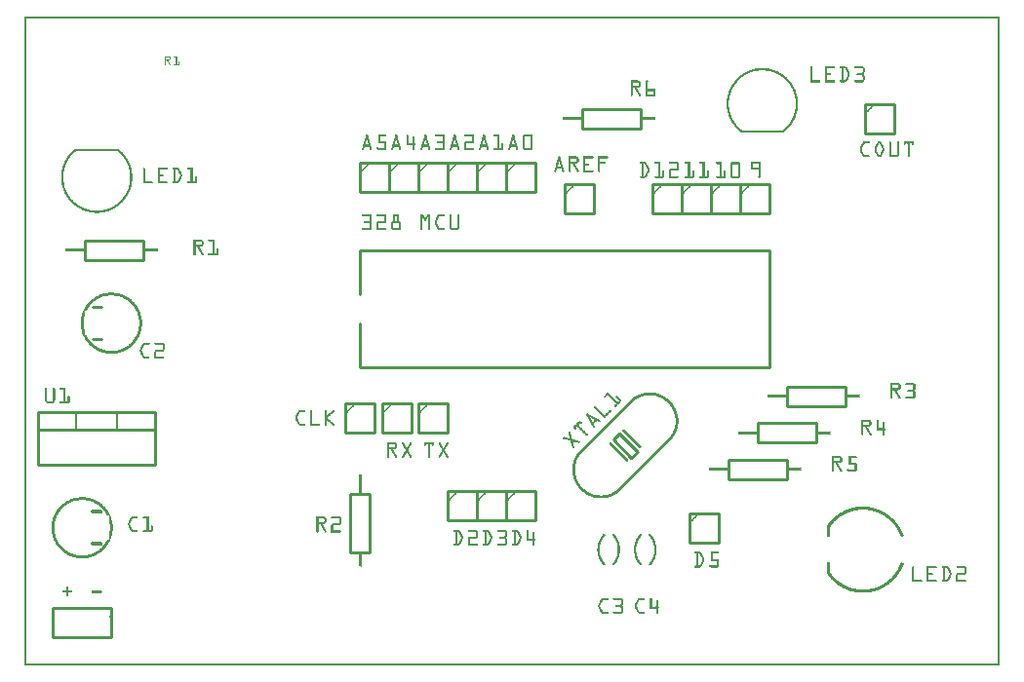
<source format=gto>
G04 MADE WITH FRITZING*
G04 WWW.FRITZING.ORG*
G04 DOUBLE SIDED*
G04 HOLES PLATED*
G04 CONTOUR ON CENTER OF CONTOUR VECTOR*
%ASAXBY*%
%FSLAX23Y23*%
%MOIN*%
%OFA0B0*%
%SFA1.0B1.0*%
%ADD10C,0.010000*%
%ADD11C,0.005000*%
%ADD12C,0.009843*%
%ADD13C,0.011000*%
%ADD14C,0.007874*%
%ADD15R,0.001000X0.001000*%
%LNSILK1*%
G90*
G70*
G54D10*
X1147Y1022D02*
X2547Y1022D01*
D02*
X2547Y1022D02*
X2547Y1422D01*
D02*
X2547Y1422D02*
X1147Y1422D01*
D02*
X1147Y1022D02*
X1147Y1172D01*
D02*
X1147Y1272D02*
X1147Y1422D01*
D02*
X297Y197D02*
X97Y197D01*
D02*
X97Y197D02*
X97Y97D01*
D02*
X97Y97D02*
X297Y97D01*
D02*
X297Y97D02*
X297Y197D01*
D02*
X207Y1455D02*
X407Y1455D01*
D02*
X407Y1455D02*
X407Y1389D01*
D02*
X407Y1389D02*
X207Y1389D01*
D02*
X207Y1389D02*
X207Y1455D01*
D02*
X47Y867D02*
X447Y867D01*
D02*
X447Y867D02*
X447Y687D01*
D02*
X447Y687D02*
X47Y687D01*
D02*
X47Y687D02*
X47Y867D01*
D02*
X47Y867D02*
X447Y867D01*
D02*
X447Y867D02*
X447Y807D01*
D02*
X447Y807D02*
X47Y807D01*
D02*
X47Y807D02*
X47Y867D01*
G54D11*
D02*
X177Y867D02*
X177Y807D01*
D02*
X317Y867D02*
X317Y807D01*
G54D10*
D02*
X1097Y897D02*
X1097Y797D01*
D02*
X1097Y797D02*
X1197Y797D01*
D02*
X1197Y797D02*
X1197Y897D01*
D02*
X1197Y897D02*
X1097Y897D01*
D02*
X1180Y588D02*
X1180Y388D01*
D02*
X1180Y388D02*
X1114Y388D01*
D02*
X1114Y388D02*
X1114Y588D01*
D02*
X1114Y588D02*
X1180Y588D01*
D02*
X1222Y897D02*
X1222Y797D01*
D02*
X1222Y797D02*
X1322Y797D01*
D02*
X1322Y797D02*
X1322Y897D01*
D02*
X1322Y897D02*
X1222Y897D01*
D02*
X1347Y897D02*
X1347Y797D01*
D02*
X1347Y797D02*
X1447Y797D01*
D02*
X1447Y797D02*
X1447Y897D01*
D02*
X1447Y897D02*
X1347Y897D01*
D02*
X1447Y597D02*
X1447Y497D01*
D02*
X1447Y497D02*
X1547Y497D01*
D02*
X1547Y497D02*
X1547Y597D01*
D02*
X1547Y597D02*
X1447Y597D01*
D02*
X1547Y597D02*
X1547Y497D01*
D02*
X1547Y497D02*
X1647Y497D01*
D02*
X1647Y497D02*
X1647Y597D01*
D02*
X1647Y597D02*
X1547Y597D01*
D02*
X1647Y597D02*
X1647Y497D01*
D02*
X1647Y497D02*
X1747Y497D01*
D02*
X1747Y497D02*
X1747Y597D01*
D02*
X1747Y597D02*
X1647Y597D01*
D02*
X2607Y955D02*
X2807Y955D01*
D02*
X2807Y955D02*
X2807Y889D01*
D02*
X2807Y889D02*
X2607Y889D01*
D02*
X2607Y889D02*
X2607Y955D01*
D02*
X2507Y830D02*
X2707Y830D01*
D02*
X2707Y830D02*
X2707Y764D01*
D02*
X2707Y764D02*
X2507Y764D01*
D02*
X2507Y764D02*
X2507Y830D01*
D02*
X2407Y705D02*
X2607Y705D01*
D02*
X2607Y705D02*
X2607Y639D01*
D02*
X2607Y639D02*
X2407Y639D01*
D02*
X2407Y639D02*
X2407Y705D01*
D02*
X2272Y522D02*
X2272Y422D01*
D02*
X2272Y422D02*
X2372Y422D01*
D02*
X2372Y422D02*
X2372Y522D01*
D02*
X2372Y522D02*
X2272Y522D01*
D02*
X1147Y1722D02*
X1147Y1622D01*
D02*
X1147Y1622D02*
X1247Y1622D01*
D02*
X1247Y1622D02*
X1247Y1722D01*
D02*
X1247Y1722D02*
X1147Y1722D01*
D02*
X1247Y1722D02*
X1247Y1622D01*
D02*
X1247Y1622D02*
X1347Y1622D01*
D02*
X1347Y1622D02*
X1347Y1722D01*
D02*
X1347Y1722D02*
X1247Y1722D01*
D02*
X1347Y1722D02*
X1347Y1622D01*
D02*
X1347Y1622D02*
X1447Y1622D01*
D02*
X1447Y1622D02*
X1447Y1722D01*
D02*
X1447Y1722D02*
X1347Y1722D01*
D02*
X1447Y1722D02*
X1447Y1622D01*
D02*
X1447Y1622D02*
X1547Y1622D01*
D02*
X1547Y1622D02*
X1547Y1722D01*
D02*
X1547Y1722D02*
X1447Y1722D01*
D02*
X1547Y1722D02*
X1547Y1622D01*
D02*
X1547Y1622D02*
X1647Y1622D01*
D02*
X1647Y1622D02*
X1647Y1722D01*
D02*
X1647Y1722D02*
X1547Y1722D01*
D02*
X1647Y1722D02*
X1647Y1622D01*
D02*
X1647Y1622D02*
X1747Y1622D01*
D02*
X1747Y1622D02*
X1747Y1722D01*
D02*
X1747Y1722D02*
X1647Y1722D01*
D02*
X1907Y1905D02*
X2107Y1905D01*
D02*
X2107Y1905D02*
X2107Y1839D01*
D02*
X2107Y1839D02*
X1907Y1839D01*
D02*
X1907Y1839D02*
X1907Y1905D01*
D02*
X1847Y1647D02*
X1847Y1547D01*
D02*
X1847Y1547D02*
X1947Y1547D01*
D02*
X1947Y1547D02*
X1947Y1647D01*
D02*
X1947Y1647D02*
X1847Y1647D01*
D02*
X2147Y1647D02*
X2147Y1547D01*
D02*
X2147Y1547D02*
X2247Y1547D01*
D02*
X2247Y1547D02*
X2247Y1647D01*
D02*
X2247Y1647D02*
X2147Y1647D01*
D02*
X2247Y1647D02*
X2247Y1547D01*
D02*
X2247Y1547D02*
X2347Y1547D01*
D02*
X2347Y1547D02*
X2347Y1647D01*
D02*
X2347Y1647D02*
X2247Y1647D01*
D02*
X2347Y1647D02*
X2347Y1547D01*
D02*
X2347Y1547D02*
X2447Y1547D01*
D02*
X2447Y1547D02*
X2447Y1647D01*
D02*
X2447Y1647D02*
X2347Y1647D01*
D02*
X2447Y1647D02*
X2447Y1547D01*
D02*
X2447Y1547D02*
X2547Y1547D01*
D02*
X2547Y1547D02*
X2547Y1647D01*
D02*
X2547Y1647D02*
X2447Y1647D01*
D02*
X2872Y1922D02*
X2872Y1822D01*
D02*
X2872Y1822D02*
X2972Y1822D01*
D02*
X2972Y1822D02*
X2972Y1922D01*
D02*
X2972Y1922D02*
X2872Y1922D01*
G54D12*
X2034Y795D02*
X2095Y733D01*
X2074Y713D01*
X2013Y774D01*
X2034Y795D01*
D02*
G54D13*
X232Y1227D02*
X262Y1227D01*
D02*
X232Y1117D02*
X262Y1117D01*
D02*
G54D14*
X318Y1766D02*
X176Y1766D01*
D02*
G54D15*
X0Y2222D02*
X3332Y2222D01*
X0Y2221D02*
X3332Y2221D01*
X0Y2220D02*
X3332Y2220D01*
X0Y2219D02*
X3332Y2219D01*
X0Y2218D02*
X3332Y2218D01*
X0Y2217D02*
X3332Y2217D01*
X0Y2216D02*
X3332Y2216D01*
X0Y2215D02*
X3332Y2215D01*
X0Y2214D02*
X7Y2214D01*
X3325Y2214D02*
X3332Y2214D01*
X0Y2213D02*
X7Y2213D01*
X3325Y2213D02*
X3332Y2213D01*
X0Y2212D02*
X7Y2212D01*
X3325Y2212D02*
X3332Y2212D01*
X0Y2211D02*
X7Y2211D01*
X3325Y2211D02*
X3332Y2211D01*
X0Y2210D02*
X7Y2210D01*
X3325Y2210D02*
X3332Y2210D01*
X0Y2209D02*
X7Y2209D01*
X3325Y2209D02*
X3332Y2209D01*
X0Y2208D02*
X7Y2208D01*
X3325Y2208D02*
X3332Y2208D01*
X0Y2207D02*
X7Y2207D01*
X3325Y2207D02*
X3332Y2207D01*
X0Y2206D02*
X7Y2206D01*
X3325Y2206D02*
X3332Y2206D01*
X0Y2205D02*
X7Y2205D01*
X3325Y2205D02*
X3332Y2205D01*
X0Y2204D02*
X7Y2204D01*
X3325Y2204D02*
X3332Y2204D01*
X0Y2203D02*
X7Y2203D01*
X3325Y2203D02*
X3332Y2203D01*
X0Y2202D02*
X7Y2202D01*
X3325Y2202D02*
X3332Y2202D01*
X0Y2201D02*
X7Y2201D01*
X3325Y2201D02*
X3332Y2201D01*
X0Y2200D02*
X7Y2200D01*
X3325Y2200D02*
X3332Y2200D01*
X0Y2199D02*
X7Y2199D01*
X3325Y2199D02*
X3332Y2199D01*
X0Y2198D02*
X7Y2198D01*
X3325Y2198D02*
X3332Y2198D01*
X0Y2197D02*
X7Y2197D01*
X3325Y2197D02*
X3332Y2197D01*
X0Y2196D02*
X7Y2196D01*
X3325Y2196D02*
X3332Y2196D01*
X0Y2195D02*
X7Y2195D01*
X3325Y2195D02*
X3332Y2195D01*
X0Y2194D02*
X7Y2194D01*
X3325Y2194D02*
X3332Y2194D01*
X0Y2193D02*
X7Y2193D01*
X3325Y2193D02*
X3332Y2193D01*
X0Y2192D02*
X7Y2192D01*
X3325Y2192D02*
X3332Y2192D01*
X0Y2191D02*
X7Y2191D01*
X3325Y2191D02*
X3332Y2191D01*
X0Y2190D02*
X7Y2190D01*
X3325Y2190D02*
X3332Y2190D01*
X0Y2189D02*
X7Y2189D01*
X3325Y2189D02*
X3332Y2189D01*
X0Y2188D02*
X7Y2188D01*
X3325Y2188D02*
X3332Y2188D01*
X0Y2187D02*
X7Y2187D01*
X3325Y2187D02*
X3332Y2187D01*
X0Y2186D02*
X7Y2186D01*
X3325Y2186D02*
X3332Y2186D01*
X0Y2185D02*
X7Y2185D01*
X3325Y2185D02*
X3332Y2185D01*
X0Y2184D02*
X7Y2184D01*
X3325Y2184D02*
X3332Y2184D01*
X0Y2183D02*
X7Y2183D01*
X3325Y2183D02*
X3332Y2183D01*
X0Y2182D02*
X7Y2182D01*
X3325Y2182D02*
X3332Y2182D01*
X0Y2181D02*
X7Y2181D01*
X3325Y2181D02*
X3332Y2181D01*
X0Y2180D02*
X7Y2180D01*
X3325Y2180D02*
X3332Y2180D01*
X0Y2179D02*
X7Y2179D01*
X3325Y2179D02*
X3332Y2179D01*
X0Y2178D02*
X7Y2178D01*
X3325Y2178D02*
X3332Y2178D01*
X0Y2177D02*
X7Y2177D01*
X3325Y2177D02*
X3332Y2177D01*
X0Y2176D02*
X7Y2176D01*
X3325Y2176D02*
X3332Y2176D01*
X0Y2175D02*
X7Y2175D01*
X3325Y2175D02*
X3332Y2175D01*
X0Y2174D02*
X7Y2174D01*
X3325Y2174D02*
X3332Y2174D01*
X0Y2173D02*
X7Y2173D01*
X3325Y2173D02*
X3332Y2173D01*
X0Y2172D02*
X7Y2172D01*
X3325Y2172D02*
X3332Y2172D01*
X0Y2171D02*
X7Y2171D01*
X3325Y2171D02*
X3332Y2171D01*
X0Y2170D02*
X7Y2170D01*
X3325Y2170D02*
X3332Y2170D01*
X0Y2169D02*
X7Y2169D01*
X3325Y2169D02*
X3332Y2169D01*
X0Y2168D02*
X7Y2168D01*
X3325Y2168D02*
X3332Y2168D01*
X0Y2167D02*
X7Y2167D01*
X3325Y2167D02*
X3332Y2167D01*
X0Y2166D02*
X7Y2166D01*
X3325Y2166D02*
X3332Y2166D01*
X0Y2165D02*
X7Y2165D01*
X3325Y2165D02*
X3332Y2165D01*
X0Y2164D02*
X7Y2164D01*
X3325Y2164D02*
X3332Y2164D01*
X0Y2163D02*
X7Y2163D01*
X3325Y2163D02*
X3332Y2163D01*
X0Y2162D02*
X7Y2162D01*
X3325Y2162D02*
X3332Y2162D01*
X0Y2161D02*
X7Y2161D01*
X3325Y2161D02*
X3332Y2161D01*
X0Y2160D02*
X7Y2160D01*
X3325Y2160D02*
X3332Y2160D01*
X0Y2159D02*
X7Y2159D01*
X3325Y2159D02*
X3332Y2159D01*
X0Y2158D02*
X7Y2158D01*
X3325Y2158D02*
X3332Y2158D01*
X0Y2157D02*
X7Y2157D01*
X3325Y2157D02*
X3332Y2157D01*
X0Y2156D02*
X7Y2156D01*
X3325Y2156D02*
X3332Y2156D01*
X0Y2155D02*
X7Y2155D01*
X3325Y2155D02*
X3332Y2155D01*
X0Y2154D02*
X7Y2154D01*
X3325Y2154D02*
X3332Y2154D01*
X0Y2153D02*
X7Y2153D01*
X3325Y2153D02*
X3332Y2153D01*
X0Y2152D02*
X7Y2152D01*
X3325Y2152D02*
X3332Y2152D01*
X0Y2151D02*
X7Y2151D01*
X3325Y2151D02*
X3332Y2151D01*
X0Y2150D02*
X7Y2150D01*
X3325Y2150D02*
X3332Y2150D01*
X0Y2149D02*
X7Y2149D01*
X3325Y2149D02*
X3332Y2149D01*
X0Y2148D02*
X7Y2148D01*
X3325Y2148D02*
X3332Y2148D01*
X0Y2147D02*
X7Y2147D01*
X3325Y2147D02*
X3332Y2147D01*
X0Y2146D02*
X7Y2146D01*
X3325Y2146D02*
X3332Y2146D01*
X0Y2145D02*
X7Y2145D01*
X3325Y2145D02*
X3332Y2145D01*
X0Y2144D02*
X7Y2144D01*
X3325Y2144D02*
X3332Y2144D01*
X0Y2143D02*
X7Y2143D01*
X3325Y2143D02*
X3332Y2143D01*
X0Y2142D02*
X7Y2142D01*
X3325Y2142D02*
X3332Y2142D01*
X0Y2141D02*
X7Y2141D01*
X3325Y2141D02*
X3332Y2141D01*
X0Y2140D02*
X7Y2140D01*
X3325Y2140D02*
X3332Y2140D01*
X0Y2139D02*
X7Y2139D01*
X3325Y2139D02*
X3332Y2139D01*
X0Y2138D02*
X7Y2138D01*
X3325Y2138D02*
X3332Y2138D01*
X0Y2137D02*
X7Y2137D01*
X3325Y2137D02*
X3332Y2137D01*
X0Y2136D02*
X7Y2136D01*
X3325Y2136D02*
X3332Y2136D01*
X0Y2135D02*
X7Y2135D01*
X3325Y2135D02*
X3332Y2135D01*
X0Y2134D02*
X7Y2134D01*
X3325Y2134D02*
X3332Y2134D01*
X0Y2133D02*
X7Y2133D01*
X3325Y2133D02*
X3332Y2133D01*
X0Y2132D02*
X7Y2132D01*
X3325Y2132D02*
X3332Y2132D01*
X0Y2131D02*
X7Y2131D01*
X3325Y2131D02*
X3332Y2131D01*
X0Y2130D02*
X7Y2130D01*
X3325Y2130D02*
X3332Y2130D01*
X0Y2129D02*
X7Y2129D01*
X3325Y2129D02*
X3332Y2129D01*
X0Y2128D02*
X7Y2128D01*
X3325Y2128D02*
X3332Y2128D01*
X0Y2127D02*
X7Y2127D01*
X3325Y2127D02*
X3332Y2127D01*
X0Y2126D02*
X7Y2126D01*
X3325Y2126D02*
X3332Y2126D01*
X0Y2125D02*
X7Y2125D01*
X3325Y2125D02*
X3332Y2125D01*
X0Y2124D02*
X7Y2124D01*
X3325Y2124D02*
X3332Y2124D01*
X0Y2123D02*
X7Y2123D01*
X3325Y2123D02*
X3332Y2123D01*
X0Y2122D02*
X7Y2122D01*
X3325Y2122D02*
X3332Y2122D01*
X0Y2121D02*
X7Y2121D01*
X3325Y2121D02*
X3332Y2121D01*
X0Y2120D02*
X7Y2120D01*
X3325Y2120D02*
X3332Y2120D01*
X0Y2119D02*
X7Y2119D01*
X3325Y2119D02*
X3332Y2119D01*
X0Y2118D02*
X7Y2118D01*
X3325Y2118D02*
X3332Y2118D01*
X0Y2117D02*
X7Y2117D01*
X3325Y2117D02*
X3332Y2117D01*
X0Y2116D02*
X7Y2116D01*
X3325Y2116D02*
X3332Y2116D01*
X0Y2115D02*
X7Y2115D01*
X3325Y2115D02*
X3332Y2115D01*
X0Y2114D02*
X7Y2114D01*
X3325Y2114D02*
X3332Y2114D01*
X0Y2113D02*
X7Y2113D01*
X3325Y2113D02*
X3332Y2113D01*
X0Y2112D02*
X7Y2112D01*
X3325Y2112D02*
X3332Y2112D01*
X0Y2111D02*
X7Y2111D01*
X3325Y2111D02*
X3332Y2111D01*
X0Y2110D02*
X7Y2110D01*
X3325Y2110D02*
X3332Y2110D01*
X0Y2109D02*
X7Y2109D01*
X3325Y2109D02*
X3332Y2109D01*
X0Y2108D02*
X7Y2108D01*
X3325Y2108D02*
X3332Y2108D01*
X0Y2107D02*
X7Y2107D01*
X3325Y2107D02*
X3332Y2107D01*
X0Y2106D02*
X7Y2106D01*
X3325Y2106D02*
X3332Y2106D01*
X0Y2105D02*
X7Y2105D01*
X3325Y2105D02*
X3332Y2105D01*
X0Y2104D02*
X7Y2104D01*
X3325Y2104D02*
X3332Y2104D01*
X0Y2103D02*
X7Y2103D01*
X3325Y2103D02*
X3332Y2103D01*
X0Y2102D02*
X7Y2102D01*
X3325Y2102D02*
X3332Y2102D01*
X0Y2101D02*
X7Y2101D01*
X3325Y2101D02*
X3332Y2101D01*
X0Y2100D02*
X7Y2100D01*
X3325Y2100D02*
X3332Y2100D01*
X0Y2099D02*
X7Y2099D01*
X3325Y2099D02*
X3332Y2099D01*
X0Y2098D02*
X7Y2098D01*
X3325Y2098D02*
X3332Y2098D01*
X0Y2097D02*
X7Y2097D01*
X3325Y2097D02*
X3332Y2097D01*
X0Y2096D02*
X7Y2096D01*
X3325Y2096D02*
X3332Y2096D01*
X0Y2095D02*
X7Y2095D01*
X3325Y2095D02*
X3332Y2095D01*
X0Y2094D02*
X7Y2094D01*
X3325Y2094D02*
X3332Y2094D01*
X0Y2093D02*
X7Y2093D01*
X3325Y2093D02*
X3332Y2093D01*
X0Y2092D02*
X7Y2092D01*
X3325Y2092D02*
X3332Y2092D01*
X0Y2091D02*
X7Y2091D01*
X3325Y2091D02*
X3332Y2091D01*
X0Y2090D02*
X7Y2090D01*
X3325Y2090D02*
X3332Y2090D01*
X0Y2089D02*
X7Y2089D01*
X3325Y2089D02*
X3332Y2089D01*
X0Y2088D02*
X7Y2088D01*
X3325Y2088D02*
X3332Y2088D01*
X0Y2087D02*
X7Y2087D01*
X3325Y2087D02*
X3332Y2087D01*
X0Y2086D02*
X7Y2086D01*
X3325Y2086D02*
X3332Y2086D01*
X0Y2085D02*
X7Y2085D01*
X480Y2085D02*
X496Y2085D01*
X510Y2085D02*
X521Y2085D01*
X3325Y2085D02*
X3332Y2085D01*
X0Y2084D02*
X7Y2084D01*
X480Y2084D02*
X498Y2084D01*
X510Y2084D02*
X521Y2084D01*
X3325Y2084D02*
X3332Y2084D01*
X0Y2083D02*
X7Y2083D01*
X480Y2083D02*
X498Y2083D01*
X510Y2083D02*
X521Y2083D01*
X3325Y2083D02*
X3332Y2083D01*
X0Y2082D02*
X7Y2082D01*
X480Y2082D02*
X499Y2082D01*
X511Y2082D02*
X521Y2082D01*
X3325Y2082D02*
X3332Y2082D01*
X0Y2081D02*
X7Y2081D01*
X480Y2081D02*
X483Y2081D01*
X496Y2081D02*
X499Y2081D01*
X518Y2081D02*
X521Y2081D01*
X3325Y2081D02*
X3332Y2081D01*
X0Y2080D02*
X7Y2080D01*
X480Y2080D02*
X483Y2080D01*
X496Y2080D02*
X499Y2080D01*
X518Y2080D02*
X521Y2080D01*
X3325Y2080D02*
X3332Y2080D01*
X0Y2079D02*
X7Y2079D01*
X480Y2079D02*
X483Y2079D01*
X496Y2079D02*
X500Y2079D01*
X518Y2079D02*
X521Y2079D01*
X3325Y2079D02*
X3332Y2079D01*
X0Y2078D02*
X7Y2078D01*
X480Y2078D02*
X483Y2078D01*
X496Y2078D02*
X500Y2078D01*
X518Y2078D02*
X521Y2078D01*
X3325Y2078D02*
X3332Y2078D01*
X0Y2077D02*
X7Y2077D01*
X480Y2077D02*
X483Y2077D01*
X496Y2077D02*
X499Y2077D01*
X518Y2077D02*
X521Y2077D01*
X3325Y2077D02*
X3332Y2077D01*
X0Y2076D02*
X7Y2076D01*
X480Y2076D02*
X483Y2076D01*
X496Y2076D02*
X499Y2076D01*
X518Y2076D02*
X521Y2076D01*
X3325Y2076D02*
X3332Y2076D01*
X0Y2075D02*
X7Y2075D01*
X480Y2075D02*
X499Y2075D01*
X518Y2075D02*
X521Y2075D01*
X3325Y2075D02*
X3332Y2075D01*
X0Y2074D02*
X7Y2074D01*
X480Y2074D02*
X498Y2074D01*
X518Y2074D02*
X521Y2074D01*
X3325Y2074D02*
X3332Y2074D01*
X0Y2073D02*
X7Y2073D01*
X480Y2073D02*
X497Y2073D01*
X518Y2073D02*
X521Y2073D01*
X3325Y2073D02*
X3332Y2073D01*
X0Y2072D02*
X7Y2072D01*
X480Y2072D02*
X496Y2072D01*
X518Y2072D02*
X521Y2072D01*
X3325Y2072D02*
X3332Y2072D01*
X0Y2071D02*
X7Y2071D01*
X480Y2071D02*
X483Y2071D01*
X487Y2071D02*
X491Y2071D01*
X518Y2071D02*
X521Y2071D01*
X3325Y2071D02*
X3332Y2071D01*
X0Y2070D02*
X7Y2070D01*
X480Y2070D02*
X483Y2070D01*
X488Y2070D02*
X492Y2070D01*
X518Y2070D02*
X521Y2070D01*
X3325Y2070D02*
X3332Y2070D01*
X0Y2069D02*
X7Y2069D01*
X480Y2069D02*
X483Y2069D01*
X488Y2069D02*
X492Y2069D01*
X518Y2069D02*
X521Y2069D01*
X3325Y2069D02*
X3332Y2069D01*
X0Y2068D02*
X7Y2068D01*
X480Y2068D02*
X483Y2068D01*
X489Y2068D02*
X493Y2068D01*
X518Y2068D02*
X521Y2068D01*
X527Y2068D02*
X528Y2068D01*
X3325Y2068D02*
X3332Y2068D01*
X0Y2067D02*
X7Y2067D01*
X480Y2067D02*
X483Y2067D01*
X489Y2067D02*
X493Y2067D01*
X518Y2067D02*
X521Y2067D01*
X526Y2067D02*
X529Y2067D01*
X3325Y2067D02*
X3332Y2067D01*
X0Y2066D02*
X7Y2066D01*
X480Y2066D02*
X483Y2066D01*
X490Y2066D02*
X494Y2066D01*
X518Y2066D02*
X521Y2066D01*
X526Y2066D02*
X529Y2066D01*
X3325Y2066D02*
X3332Y2066D01*
X0Y2065D02*
X7Y2065D01*
X480Y2065D02*
X483Y2065D01*
X491Y2065D02*
X494Y2065D01*
X518Y2065D02*
X521Y2065D01*
X526Y2065D02*
X529Y2065D01*
X3325Y2065D02*
X3332Y2065D01*
X0Y2064D02*
X7Y2064D01*
X480Y2064D02*
X483Y2064D01*
X491Y2064D02*
X495Y2064D01*
X518Y2064D02*
X521Y2064D01*
X526Y2064D02*
X529Y2064D01*
X3325Y2064D02*
X3332Y2064D01*
X0Y2063D02*
X7Y2063D01*
X480Y2063D02*
X483Y2063D01*
X492Y2063D02*
X496Y2063D01*
X518Y2063D02*
X521Y2063D01*
X526Y2063D02*
X529Y2063D01*
X3325Y2063D02*
X3332Y2063D01*
X0Y2062D02*
X7Y2062D01*
X480Y2062D02*
X483Y2062D01*
X492Y2062D02*
X496Y2062D01*
X518Y2062D02*
X521Y2062D01*
X526Y2062D02*
X529Y2062D01*
X3325Y2062D02*
X3332Y2062D01*
X0Y2061D02*
X7Y2061D01*
X480Y2061D02*
X483Y2061D01*
X493Y2061D02*
X497Y2061D01*
X518Y2061D02*
X521Y2061D01*
X526Y2061D02*
X529Y2061D01*
X3325Y2061D02*
X3332Y2061D01*
X0Y2060D02*
X7Y2060D01*
X480Y2060D02*
X483Y2060D01*
X494Y2060D02*
X497Y2060D01*
X518Y2060D02*
X521Y2060D01*
X526Y2060D02*
X529Y2060D01*
X3325Y2060D02*
X3332Y2060D01*
X0Y2059D02*
X7Y2059D01*
X480Y2059D02*
X483Y2059D01*
X494Y2059D02*
X498Y2059D01*
X518Y2059D02*
X521Y2059D01*
X526Y2059D02*
X529Y2059D01*
X3325Y2059D02*
X3332Y2059D01*
X0Y2058D02*
X7Y2058D01*
X480Y2058D02*
X483Y2058D01*
X495Y2058D02*
X499Y2058D01*
X518Y2058D02*
X521Y2058D01*
X526Y2058D02*
X529Y2058D01*
X3325Y2058D02*
X3332Y2058D01*
X0Y2057D02*
X7Y2057D01*
X480Y2057D02*
X483Y2057D01*
X495Y2057D02*
X499Y2057D01*
X510Y2057D02*
X529Y2057D01*
X3325Y2057D02*
X3332Y2057D01*
X0Y2056D02*
X7Y2056D01*
X480Y2056D02*
X483Y2056D01*
X496Y2056D02*
X499Y2056D01*
X510Y2056D02*
X529Y2056D01*
X3325Y2056D02*
X3332Y2056D01*
X0Y2055D02*
X7Y2055D01*
X480Y2055D02*
X483Y2055D01*
X496Y2055D02*
X499Y2055D01*
X510Y2055D02*
X529Y2055D01*
X3325Y2055D02*
X3332Y2055D01*
X0Y2054D02*
X7Y2054D01*
X481Y2054D02*
X482Y2054D01*
X497Y2054D02*
X498Y2054D01*
X511Y2054D02*
X528Y2054D01*
X3325Y2054D02*
X3332Y2054D01*
X0Y2053D02*
X7Y2053D01*
X3325Y2053D02*
X3332Y2053D01*
X0Y2052D02*
X7Y2052D01*
X3325Y2052D02*
X3332Y2052D01*
X0Y2051D02*
X7Y2051D01*
X2690Y2051D02*
X2690Y2051D01*
X2737Y2051D02*
X2767Y2051D01*
X2790Y2051D02*
X2803Y2051D01*
X2840Y2051D02*
X2864Y2051D01*
X3325Y2051D02*
X3332Y2051D01*
X0Y2050D02*
X7Y2050D01*
X2688Y2050D02*
X2692Y2050D01*
X2737Y2050D02*
X2769Y2050D01*
X2788Y2050D02*
X2807Y2050D01*
X2838Y2050D02*
X2867Y2050D01*
X3325Y2050D02*
X3332Y2050D01*
X0Y2049D02*
X7Y2049D01*
X2687Y2049D02*
X2693Y2049D01*
X2737Y2049D02*
X2770Y2049D01*
X2787Y2049D02*
X2808Y2049D01*
X2837Y2049D02*
X2868Y2049D01*
X3325Y2049D02*
X3332Y2049D01*
X0Y2048D02*
X7Y2048D01*
X2687Y2048D02*
X2693Y2048D01*
X2737Y2048D02*
X2770Y2048D01*
X2787Y2048D02*
X2810Y2048D01*
X2837Y2048D02*
X2869Y2048D01*
X3325Y2048D02*
X3332Y2048D01*
X0Y2047D02*
X7Y2047D01*
X2687Y2047D02*
X2693Y2047D01*
X2737Y2047D02*
X2770Y2047D01*
X2787Y2047D02*
X2811Y2047D01*
X2837Y2047D02*
X2870Y2047D01*
X3325Y2047D02*
X3332Y2047D01*
X0Y2046D02*
X7Y2046D01*
X2687Y2046D02*
X2693Y2046D01*
X2737Y2046D02*
X2770Y2046D01*
X2787Y2046D02*
X2811Y2046D01*
X2837Y2046D02*
X2870Y2046D01*
X3325Y2046D02*
X3332Y2046D01*
X0Y2045D02*
X7Y2045D01*
X2513Y2045D02*
X2530Y2045D01*
X2687Y2045D02*
X2693Y2045D01*
X2737Y2045D02*
X2769Y2045D01*
X2788Y2045D02*
X2812Y2045D01*
X2838Y2045D02*
X2870Y2045D01*
X3325Y2045D02*
X3332Y2045D01*
X0Y2044D02*
X7Y2044D01*
X2504Y2044D02*
X2539Y2044D01*
X2687Y2044D02*
X2693Y2044D01*
X2737Y2044D02*
X2743Y2044D01*
X2793Y2044D02*
X2800Y2044D01*
X2804Y2044D02*
X2812Y2044D01*
X2864Y2044D02*
X2871Y2044D01*
X3325Y2044D02*
X3332Y2044D01*
X0Y2043D02*
X7Y2043D01*
X2498Y2043D02*
X2545Y2043D01*
X2687Y2043D02*
X2693Y2043D01*
X2737Y2043D02*
X2743Y2043D01*
X2794Y2043D02*
X2800Y2043D01*
X2806Y2043D02*
X2813Y2043D01*
X2865Y2043D02*
X2871Y2043D01*
X3325Y2043D02*
X3332Y2043D01*
X0Y2042D02*
X7Y2042D01*
X2494Y2042D02*
X2549Y2042D01*
X2687Y2042D02*
X2693Y2042D01*
X2737Y2042D02*
X2743Y2042D01*
X2794Y2042D02*
X2800Y2042D01*
X2806Y2042D02*
X2813Y2042D01*
X2865Y2042D02*
X2871Y2042D01*
X3325Y2042D02*
X3332Y2042D01*
X0Y2041D02*
X7Y2041D01*
X2490Y2041D02*
X2553Y2041D01*
X2687Y2041D02*
X2693Y2041D01*
X2737Y2041D02*
X2743Y2041D01*
X2794Y2041D02*
X2800Y2041D01*
X2807Y2041D02*
X2814Y2041D01*
X2865Y2041D02*
X2871Y2041D01*
X3325Y2041D02*
X3332Y2041D01*
X0Y2040D02*
X7Y2040D01*
X2486Y2040D02*
X2557Y2040D01*
X2687Y2040D02*
X2693Y2040D01*
X2737Y2040D02*
X2743Y2040D01*
X2794Y2040D02*
X2800Y2040D01*
X2807Y2040D02*
X2814Y2040D01*
X2865Y2040D02*
X2871Y2040D01*
X3325Y2040D02*
X3332Y2040D01*
X0Y2039D02*
X7Y2039D01*
X2483Y2039D02*
X2560Y2039D01*
X2687Y2039D02*
X2693Y2039D01*
X2737Y2039D02*
X2743Y2039D01*
X2794Y2039D02*
X2800Y2039D01*
X2808Y2039D02*
X2815Y2039D01*
X2865Y2039D02*
X2871Y2039D01*
X3325Y2039D02*
X3332Y2039D01*
X0Y2038D02*
X7Y2038D01*
X2480Y2038D02*
X2563Y2038D01*
X2687Y2038D02*
X2693Y2038D01*
X2737Y2038D02*
X2743Y2038D01*
X2794Y2038D02*
X2800Y2038D01*
X2808Y2038D02*
X2815Y2038D01*
X2865Y2038D02*
X2871Y2038D01*
X3325Y2038D02*
X3332Y2038D01*
X0Y2037D02*
X7Y2037D01*
X2478Y2037D02*
X2510Y2037D01*
X2533Y2037D02*
X2565Y2037D01*
X2687Y2037D02*
X2693Y2037D01*
X2737Y2037D02*
X2743Y2037D01*
X2794Y2037D02*
X2800Y2037D01*
X2809Y2037D02*
X2816Y2037D01*
X2865Y2037D02*
X2871Y2037D01*
X3325Y2037D02*
X3332Y2037D01*
X0Y2036D02*
X7Y2036D01*
X2475Y2036D02*
X2503Y2036D01*
X2541Y2036D02*
X2568Y2036D01*
X2687Y2036D02*
X2693Y2036D01*
X2737Y2036D02*
X2743Y2036D01*
X2794Y2036D02*
X2800Y2036D01*
X2810Y2036D02*
X2816Y2036D01*
X2865Y2036D02*
X2871Y2036D01*
X3325Y2036D02*
X3332Y2036D01*
X0Y2035D02*
X7Y2035D01*
X2473Y2035D02*
X2497Y2035D01*
X2546Y2035D02*
X2570Y2035D01*
X2687Y2035D02*
X2693Y2035D01*
X2737Y2035D02*
X2743Y2035D01*
X2794Y2035D02*
X2800Y2035D01*
X2810Y2035D02*
X2817Y2035D01*
X2865Y2035D02*
X2871Y2035D01*
X3325Y2035D02*
X3332Y2035D01*
X0Y2034D02*
X7Y2034D01*
X2471Y2034D02*
X2493Y2034D01*
X2550Y2034D02*
X2572Y2034D01*
X2687Y2034D02*
X2693Y2034D01*
X2737Y2034D02*
X2743Y2034D01*
X2794Y2034D02*
X2800Y2034D01*
X2811Y2034D02*
X2817Y2034D01*
X2865Y2034D02*
X2871Y2034D01*
X3325Y2034D02*
X3332Y2034D01*
X0Y2033D02*
X7Y2033D01*
X2469Y2033D02*
X2489Y2033D01*
X2554Y2033D02*
X2574Y2033D01*
X2687Y2033D02*
X2693Y2033D01*
X2737Y2033D02*
X2743Y2033D01*
X2794Y2033D02*
X2800Y2033D01*
X2811Y2033D02*
X2818Y2033D01*
X2865Y2033D02*
X2871Y2033D01*
X3325Y2033D02*
X3332Y2033D01*
X0Y2032D02*
X7Y2032D01*
X2467Y2032D02*
X2486Y2032D01*
X2557Y2032D02*
X2576Y2032D01*
X2687Y2032D02*
X2693Y2032D01*
X2737Y2032D02*
X2743Y2032D01*
X2794Y2032D02*
X2800Y2032D01*
X2812Y2032D02*
X2818Y2032D01*
X2865Y2032D02*
X2871Y2032D01*
X3325Y2032D02*
X3332Y2032D01*
X0Y2031D02*
X7Y2031D01*
X2465Y2031D02*
X2483Y2031D01*
X2560Y2031D02*
X2578Y2031D01*
X2687Y2031D02*
X2693Y2031D01*
X2737Y2031D02*
X2743Y2031D01*
X2794Y2031D02*
X2800Y2031D01*
X2812Y2031D02*
X2819Y2031D01*
X2865Y2031D02*
X2871Y2031D01*
X3325Y2031D02*
X3332Y2031D01*
X0Y2030D02*
X7Y2030D01*
X2463Y2030D02*
X2480Y2030D01*
X2563Y2030D02*
X2580Y2030D01*
X2687Y2030D02*
X2693Y2030D01*
X2737Y2030D02*
X2743Y2030D01*
X2794Y2030D02*
X2800Y2030D01*
X2813Y2030D02*
X2819Y2030D01*
X2864Y2030D02*
X2870Y2030D01*
X3325Y2030D02*
X3332Y2030D01*
X0Y2029D02*
X7Y2029D01*
X2461Y2029D02*
X2478Y2029D01*
X2565Y2029D02*
X2582Y2029D01*
X2687Y2029D02*
X2693Y2029D01*
X2737Y2029D02*
X2743Y2029D01*
X2794Y2029D02*
X2800Y2029D01*
X2813Y2029D02*
X2820Y2029D01*
X2864Y2029D02*
X2870Y2029D01*
X3325Y2029D02*
X3332Y2029D01*
X0Y2028D02*
X7Y2028D01*
X2459Y2028D02*
X2475Y2028D01*
X2568Y2028D02*
X2584Y2028D01*
X2687Y2028D02*
X2693Y2028D01*
X2737Y2028D02*
X2743Y2028D01*
X2794Y2028D02*
X2800Y2028D01*
X2814Y2028D02*
X2820Y2028D01*
X2863Y2028D02*
X2870Y2028D01*
X3325Y2028D02*
X3332Y2028D01*
X0Y2027D02*
X7Y2027D01*
X2458Y2027D02*
X2473Y2027D01*
X2570Y2027D02*
X2585Y2027D01*
X2687Y2027D02*
X2693Y2027D01*
X2737Y2027D02*
X2755Y2027D01*
X2794Y2027D02*
X2800Y2027D01*
X2814Y2027D02*
X2820Y2027D01*
X2846Y2027D02*
X2870Y2027D01*
X3325Y2027D02*
X3332Y2027D01*
X0Y2026D02*
X7Y2026D01*
X2456Y2026D02*
X2471Y2026D01*
X2572Y2026D02*
X2587Y2026D01*
X2687Y2026D02*
X2693Y2026D01*
X2737Y2026D02*
X2756Y2026D01*
X2794Y2026D02*
X2800Y2026D01*
X2814Y2026D02*
X2820Y2026D01*
X2845Y2026D02*
X2869Y2026D01*
X3325Y2026D02*
X3332Y2026D01*
X0Y2025D02*
X7Y2025D01*
X2455Y2025D02*
X2469Y2025D01*
X2574Y2025D02*
X2588Y2025D01*
X2687Y2025D02*
X2693Y2025D01*
X2737Y2025D02*
X2757Y2025D01*
X2794Y2025D02*
X2800Y2025D01*
X2814Y2025D02*
X2820Y2025D01*
X2844Y2025D02*
X2869Y2025D01*
X3325Y2025D02*
X3332Y2025D01*
X0Y2024D02*
X7Y2024D01*
X2453Y2024D02*
X2467Y2024D01*
X2576Y2024D02*
X2590Y2024D01*
X2687Y2024D02*
X2693Y2024D01*
X2737Y2024D02*
X2757Y2024D01*
X2794Y2024D02*
X2800Y2024D01*
X2814Y2024D02*
X2821Y2024D01*
X2844Y2024D02*
X2868Y2024D01*
X3325Y2024D02*
X3332Y2024D01*
X0Y2023D02*
X7Y2023D01*
X2452Y2023D02*
X2465Y2023D01*
X2578Y2023D02*
X2591Y2023D01*
X2687Y2023D02*
X2693Y2023D01*
X2737Y2023D02*
X2757Y2023D01*
X2794Y2023D02*
X2800Y2023D01*
X2814Y2023D02*
X2820Y2023D01*
X2844Y2023D02*
X2869Y2023D01*
X3325Y2023D02*
X3332Y2023D01*
X0Y2022D02*
X7Y2022D01*
X2450Y2022D02*
X2463Y2022D01*
X2579Y2022D02*
X2593Y2022D01*
X2687Y2022D02*
X2693Y2022D01*
X2737Y2022D02*
X2756Y2022D01*
X2794Y2022D02*
X2800Y2022D01*
X2814Y2022D02*
X2820Y2022D01*
X2845Y2022D02*
X2869Y2022D01*
X3325Y2022D02*
X3332Y2022D01*
X0Y2021D02*
X7Y2021D01*
X2449Y2021D02*
X2462Y2021D01*
X2581Y2021D02*
X2594Y2021D01*
X2687Y2021D02*
X2693Y2021D01*
X2737Y2021D02*
X2755Y2021D01*
X2794Y2021D02*
X2800Y2021D01*
X2814Y2021D02*
X2820Y2021D01*
X2846Y2021D02*
X2870Y2021D01*
X3325Y2021D02*
X3332Y2021D01*
X0Y2020D02*
X7Y2020D01*
X2448Y2020D02*
X2460Y2020D01*
X2583Y2020D02*
X2595Y2020D01*
X2687Y2020D02*
X2693Y2020D01*
X2737Y2020D02*
X2743Y2020D01*
X2794Y2020D02*
X2800Y2020D01*
X2814Y2020D02*
X2820Y2020D01*
X2863Y2020D02*
X2870Y2020D01*
X3325Y2020D02*
X3332Y2020D01*
X0Y2019D02*
X7Y2019D01*
X2446Y2019D02*
X2459Y2019D01*
X2584Y2019D02*
X2597Y2019D01*
X2687Y2019D02*
X2693Y2019D01*
X2737Y2019D02*
X2743Y2019D01*
X2794Y2019D02*
X2800Y2019D01*
X2813Y2019D02*
X2820Y2019D01*
X2864Y2019D02*
X2870Y2019D01*
X3325Y2019D02*
X3332Y2019D01*
X0Y2018D02*
X7Y2018D01*
X2445Y2018D02*
X2457Y2018D01*
X2586Y2018D02*
X2598Y2018D01*
X2687Y2018D02*
X2693Y2018D01*
X2737Y2018D02*
X2743Y2018D01*
X2794Y2018D02*
X2800Y2018D01*
X2813Y2018D02*
X2819Y2018D01*
X2864Y2018D02*
X2870Y2018D01*
X3325Y2018D02*
X3332Y2018D01*
X0Y2017D02*
X7Y2017D01*
X2444Y2017D02*
X2456Y2017D01*
X2587Y2017D02*
X2599Y2017D01*
X2687Y2017D02*
X2693Y2017D01*
X2737Y2017D02*
X2743Y2017D01*
X2794Y2017D02*
X2800Y2017D01*
X2812Y2017D02*
X2819Y2017D01*
X2864Y2017D02*
X2871Y2017D01*
X3325Y2017D02*
X3332Y2017D01*
X0Y2016D02*
X7Y2016D01*
X2443Y2016D02*
X2454Y2016D01*
X2589Y2016D02*
X2600Y2016D01*
X2687Y2016D02*
X2693Y2016D01*
X2737Y2016D02*
X2743Y2016D01*
X2794Y2016D02*
X2800Y2016D01*
X2812Y2016D02*
X2818Y2016D01*
X2865Y2016D02*
X2871Y2016D01*
X3325Y2016D02*
X3332Y2016D01*
X0Y2015D02*
X7Y2015D01*
X2441Y2015D02*
X2453Y2015D01*
X2590Y2015D02*
X2601Y2015D01*
X2687Y2015D02*
X2693Y2015D01*
X2737Y2015D02*
X2743Y2015D01*
X2794Y2015D02*
X2800Y2015D01*
X2811Y2015D02*
X2818Y2015D01*
X2865Y2015D02*
X2871Y2015D01*
X3325Y2015D02*
X3332Y2015D01*
X0Y2014D02*
X7Y2014D01*
X2440Y2014D02*
X2452Y2014D01*
X2591Y2014D02*
X2603Y2014D01*
X2687Y2014D02*
X2693Y2014D01*
X2737Y2014D02*
X2743Y2014D01*
X2794Y2014D02*
X2800Y2014D01*
X2811Y2014D02*
X2817Y2014D01*
X2865Y2014D02*
X2871Y2014D01*
X3325Y2014D02*
X3332Y2014D01*
X0Y2013D02*
X7Y2013D01*
X2439Y2013D02*
X2450Y2013D01*
X2593Y2013D02*
X2604Y2013D01*
X2687Y2013D02*
X2693Y2013D01*
X2737Y2013D02*
X2743Y2013D01*
X2794Y2013D02*
X2800Y2013D01*
X2810Y2013D02*
X2817Y2013D01*
X2865Y2013D02*
X2871Y2013D01*
X3325Y2013D02*
X3332Y2013D01*
X0Y2012D02*
X7Y2012D01*
X2438Y2012D02*
X2449Y2012D01*
X2594Y2012D02*
X2605Y2012D01*
X2687Y2012D02*
X2693Y2012D01*
X2737Y2012D02*
X2743Y2012D01*
X2794Y2012D02*
X2800Y2012D01*
X2810Y2012D02*
X2816Y2012D01*
X2865Y2012D02*
X2871Y2012D01*
X3325Y2012D02*
X3332Y2012D01*
X0Y2011D02*
X7Y2011D01*
X2437Y2011D02*
X2448Y2011D01*
X2595Y2011D02*
X2606Y2011D01*
X2687Y2011D02*
X2693Y2011D01*
X2737Y2011D02*
X2743Y2011D01*
X2794Y2011D02*
X2800Y2011D01*
X2809Y2011D02*
X2816Y2011D01*
X2865Y2011D02*
X2871Y2011D01*
X3325Y2011D02*
X3332Y2011D01*
X0Y2010D02*
X7Y2010D01*
X2436Y2010D02*
X2447Y2010D01*
X2596Y2010D02*
X2607Y2010D01*
X2687Y2010D02*
X2693Y2010D01*
X2737Y2010D02*
X2743Y2010D01*
X2794Y2010D02*
X2800Y2010D01*
X2809Y2010D02*
X2815Y2010D01*
X2865Y2010D02*
X2871Y2010D01*
X3325Y2010D02*
X3332Y2010D01*
X0Y2009D02*
X7Y2009D01*
X2435Y2009D02*
X2445Y2009D01*
X2597Y2009D02*
X2608Y2009D01*
X2687Y2009D02*
X2693Y2009D01*
X2737Y2009D02*
X2743Y2009D01*
X2794Y2009D02*
X2800Y2009D01*
X2808Y2009D02*
X2815Y2009D01*
X2865Y2009D02*
X2871Y2009D01*
X3325Y2009D02*
X3332Y2009D01*
X0Y2008D02*
X7Y2008D01*
X2434Y2008D02*
X2444Y2008D01*
X2599Y2008D02*
X2609Y2008D01*
X2687Y2008D02*
X2693Y2008D01*
X2737Y2008D02*
X2743Y2008D01*
X2794Y2008D02*
X2800Y2008D01*
X2807Y2008D02*
X2814Y2008D01*
X2865Y2008D02*
X2871Y2008D01*
X3325Y2008D02*
X3332Y2008D01*
X0Y2007D02*
X7Y2007D01*
X2433Y2007D02*
X2443Y2007D01*
X2600Y2007D02*
X2610Y2007D01*
X2687Y2007D02*
X2693Y2007D01*
X2737Y2007D02*
X2743Y2007D01*
X2794Y2007D02*
X2800Y2007D01*
X2807Y2007D02*
X2814Y2007D01*
X2865Y2007D02*
X2871Y2007D01*
X3325Y2007D02*
X3332Y2007D01*
X0Y2006D02*
X7Y2006D01*
X2432Y2006D02*
X2442Y2006D01*
X2601Y2006D02*
X2611Y2006D01*
X2687Y2006D02*
X2693Y2006D01*
X2737Y2006D02*
X2743Y2006D01*
X2794Y2006D02*
X2800Y2006D01*
X2806Y2006D02*
X2813Y2006D01*
X2865Y2006D02*
X2871Y2006D01*
X3325Y2006D02*
X3332Y2006D01*
X0Y2005D02*
X7Y2005D01*
X2431Y2005D02*
X2441Y2005D01*
X2602Y2005D02*
X2612Y2005D01*
X2687Y2005D02*
X2693Y2005D01*
X2737Y2005D02*
X2743Y2005D01*
X2794Y2005D02*
X2800Y2005D01*
X2806Y2005D02*
X2813Y2005D01*
X2865Y2005D02*
X2871Y2005D01*
X3325Y2005D02*
X3332Y2005D01*
X0Y2004D02*
X7Y2004D01*
X2430Y2004D02*
X2440Y2004D01*
X2603Y2004D02*
X2613Y2004D01*
X2687Y2004D02*
X2693Y2004D01*
X2737Y2004D02*
X2743Y2004D01*
X2793Y2004D02*
X2800Y2004D01*
X2804Y2004D02*
X2812Y2004D01*
X2864Y2004D02*
X2871Y2004D01*
X3325Y2004D02*
X3332Y2004D01*
X0Y2003D02*
X7Y2003D01*
X2073Y2003D02*
X2097Y2003D01*
X2125Y2003D02*
X2129Y2003D01*
X2430Y2003D02*
X2439Y2003D01*
X2604Y2003D02*
X2613Y2003D01*
X2687Y2003D02*
X2719Y2003D01*
X2737Y2003D02*
X2769Y2003D01*
X2788Y2003D02*
X2812Y2003D01*
X2838Y2003D02*
X2870Y2003D01*
X3325Y2003D02*
X3332Y2003D01*
X0Y2002D02*
X7Y2002D01*
X2072Y2002D02*
X2100Y2002D01*
X2123Y2002D02*
X2131Y2002D01*
X2429Y2002D02*
X2438Y2002D01*
X2605Y2002D02*
X2614Y2002D01*
X2687Y2002D02*
X2720Y2002D01*
X2737Y2002D02*
X2770Y2002D01*
X2787Y2002D02*
X2811Y2002D01*
X2837Y2002D02*
X2870Y2002D01*
X3325Y2002D02*
X3332Y2002D01*
X0Y2001D02*
X7Y2001D01*
X2072Y2001D02*
X2102Y2001D01*
X2123Y2001D02*
X2131Y2001D01*
X2428Y2001D02*
X2437Y2001D01*
X2606Y2001D02*
X2615Y2001D01*
X2687Y2001D02*
X2720Y2001D01*
X2737Y2001D02*
X2770Y2001D01*
X2787Y2001D02*
X2811Y2001D01*
X2837Y2001D02*
X2870Y2001D01*
X3325Y2001D02*
X3332Y2001D01*
X0Y2000D02*
X7Y2000D01*
X2072Y2000D02*
X2103Y2000D01*
X2122Y2000D02*
X2132Y2000D01*
X2427Y2000D02*
X2436Y2000D01*
X2607Y2000D02*
X2616Y2000D01*
X2687Y2000D02*
X2720Y2000D01*
X2737Y2000D02*
X2770Y2000D01*
X2787Y2000D02*
X2810Y2000D01*
X2837Y2000D02*
X2869Y2000D01*
X3325Y2000D02*
X3332Y2000D01*
X0Y1999D02*
X7Y1999D01*
X2072Y1999D02*
X2104Y1999D01*
X2122Y1999D02*
X2132Y1999D01*
X2426Y1999D02*
X2436Y1999D01*
X2608Y1999D02*
X2617Y1999D01*
X2687Y1999D02*
X2720Y1999D01*
X2737Y1999D02*
X2770Y1999D01*
X2787Y1999D02*
X2809Y1999D01*
X2837Y1999D02*
X2868Y1999D01*
X3325Y1999D02*
X3332Y1999D01*
X0Y1998D02*
X7Y1998D01*
X2072Y1998D02*
X2104Y1998D01*
X2122Y1998D02*
X2131Y1998D01*
X2425Y1998D02*
X2435Y1998D01*
X2608Y1998D02*
X2617Y1998D01*
X2687Y1998D02*
X2719Y1998D01*
X2737Y1998D02*
X2769Y1998D01*
X2788Y1998D02*
X2807Y1998D01*
X2838Y1998D02*
X2867Y1998D01*
X3325Y1998D02*
X3332Y1998D01*
X0Y1997D02*
X7Y1997D01*
X2072Y1997D02*
X2105Y1997D01*
X2122Y1997D02*
X2130Y1997D01*
X2425Y1997D02*
X2434Y1997D01*
X2609Y1997D02*
X2618Y1997D01*
X2687Y1997D02*
X2718Y1997D01*
X2737Y1997D02*
X2768Y1997D01*
X2790Y1997D02*
X2803Y1997D01*
X2840Y1997D02*
X2865Y1997D01*
X3325Y1997D02*
X3332Y1997D01*
X0Y1996D02*
X7Y1996D01*
X2072Y1996D02*
X2079Y1996D01*
X2097Y1996D02*
X2105Y1996D01*
X2122Y1996D02*
X2129Y1996D01*
X2424Y1996D02*
X2433Y1996D01*
X2610Y1996D02*
X2619Y1996D01*
X3325Y1996D02*
X3332Y1996D01*
X0Y1995D02*
X7Y1995D01*
X2072Y1995D02*
X2078Y1995D01*
X2099Y1995D02*
X2106Y1995D01*
X2122Y1995D02*
X2128Y1995D01*
X2423Y1995D02*
X2432Y1995D01*
X2611Y1995D02*
X2620Y1995D01*
X3325Y1995D02*
X3332Y1995D01*
X0Y1994D02*
X7Y1994D01*
X2072Y1994D02*
X2078Y1994D01*
X2099Y1994D02*
X2106Y1994D01*
X2122Y1994D02*
X2128Y1994D01*
X2423Y1994D02*
X2431Y1994D01*
X2612Y1994D02*
X2620Y1994D01*
X3325Y1994D02*
X3332Y1994D01*
X0Y1993D02*
X7Y1993D01*
X2072Y1993D02*
X2078Y1993D01*
X2100Y1993D02*
X2106Y1993D01*
X2122Y1993D02*
X2128Y1993D01*
X2422Y1993D02*
X2431Y1993D01*
X2612Y1993D02*
X2621Y1993D01*
X3325Y1993D02*
X3332Y1993D01*
X0Y1992D02*
X7Y1992D01*
X2072Y1992D02*
X2078Y1992D01*
X2100Y1992D02*
X2106Y1992D01*
X2122Y1992D02*
X2128Y1992D01*
X2421Y1992D02*
X2430Y1992D01*
X2613Y1992D02*
X2622Y1992D01*
X3325Y1992D02*
X3332Y1992D01*
X0Y1991D02*
X7Y1991D01*
X2072Y1991D02*
X2078Y1991D01*
X2100Y1991D02*
X2106Y1991D01*
X2122Y1991D02*
X2128Y1991D01*
X2420Y1991D02*
X2429Y1991D01*
X2614Y1991D02*
X2622Y1991D01*
X3325Y1991D02*
X3332Y1991D01*
X0Y1990D02*
X7Y1990D01*
X2072Y1990D02*
X2078Y1990D01*
X2100Y1990D02*
X2106Y1990D01*
X2122Y1990D02*
X2128Y1990D01*
X2420Y1990D02*
X2428Y1990D01*
X2615Y1990D02*
X2623Y1990D01*
X3325Y1990D02*
X3332Y1990D01*
X0Y1989D02*
X7Y1989D01*
X2072Y1989D02*
X2078Y1989D01*
X2100Y1989D02*
X2106Y1989D01*
X2122Y1989D02*
X2128Y1989D01*
X2419Y1989D02*
X2428Y1989D01*
X2615Y1989D02*
X2624Y1989D01*
X3325Y1989D02*
X3332Y1989D01*
X0Y1988D02*
X7Y1988D01*
X2072Y1988D02*
X2078Y1988D01*
X2100Y1988D02*
X2106Y1988D01*
X2122Y1988D02*
X2128Y1988D01*
X2419Y1988D02*
X2427Y1988D01*
X2616Y1988D02*
X2624Y1988D01*
X3325Y1988D02*
X3332Y1988D01*
X0Y1987D02*
X7Y1987D01*
X2072Y1987D02*
X2078Y1987D01*
X2099Y1987D02*
X2106Y1987D01*
X2122Y1987D02*
X2128Y1987D01*
X2418Y1987D02*
X2426Y1987D01*
X2617Y1987D02*
X2625Y1987D01*
X3325Y1987D02*
X3332Y1987D01*
X0Y1986D02*
X7Y1986D01*
X2072Y1986D02*
X2078Y1986D01*
X2098Y1986D02*
X2105Y1986D01*
X2122Y1986D02*
X2128Y1986D01*
X2417Y1986D02*
X2426Y1986D01*
X2617Y1986D02*
X2626Y1986D01*
X3325Y1986D02*
X3332Y1986D01*
X0Y1985D02*
X7Y1985D01*
X2072Y1985D02*
X2105Y1985D01*
X2122Y1985D02*
X2128Y1985D01*
X2417Y1985D02*
X2425Y1985D01*
X2618Y1985D02*
X2626Y1985D01*
X3325Y1985D02*
X3332Y1985D01*
X0Y1984D02*
X7Y1984D01*
X2072Y1984D02*
X2105Y1984D01*
X2122Y1984D02*
X2128Y1984D01*
X2416Y1984D02*
X2424Y1984D01*
X2619Y1984D02*
X2627Y1984D01*
X3325Y1984D02*
X3332Y1984D01*
X0Y1983D02*
X7Y1983D01*
X2072Y1983D02*
X2104Y1983D01*
X2122Y1983D02*
X2128Y1983D01*
X2416Y1983D02*
X2424Y1983D01*
X2619Y1983D02*
X2627Y1983D01*
X3325Y1983D02*
X3332Y1983D01*
X0Y1982D02*
X7Y1982D01*
X2072Y1982D02*
X2103Y1982D01*
X2122Y1982D02*
X2128Y1982D01*
X2415Y1982D02*
X2423Y1982D01*
X2620Y1982D02*
X2628Y1982D01*
X3325Y1982D02*
X3332Y1982D01*
X0Y1981D02*
X7Y1981D01*
X2072Y1981D02*
X2102Y1981D01*
X2122Y1981D02*
X2128Y1981D01*
X2414Y1981D02*
X2422Y1981D01*
X2621Y1981D02*
X2628Y1981D01*
X3325Y1981D02*
X3332Y1981D01*
X0Y1980D02*
X7Y1980D01*
X2072Y1980D02*
X2101Y1980D01*
X2122Y1980D02*
X2128Y1980D01*
X2414Y1980D02*
X2422Y1980D01*
X2621Y1980D02*
X2629Y1980D01*
X3325Y1980D02*
X3332Y1980D01*
X0Y1979D02*
X7Y1979D01*
X2072Y1979D02*
X2099Y1979D01*
X2122Y1979D02*
X2128Y1979D01*
X2413Y1979D02*
X2421Y1979D01*
X2622Y1979D02*
X2630Y1979D01*
X3325Y1979D02*
X3332Y1979D01*
X0Y1978D02*
X7Y1978D01*
X2072Y1978D02*
X2078Y1978D01*
X2084Y1978D02*
X2092Y1978D01*
X2122Y1978D02*
X2128Y1978D01*
X2413Y1978D02*
X2421Y1978D01*
X2622Y1978D02*
X2630Y1978D01*
X3325Y1978D02*
X3332Y1978D01*
X0Y1977D02*
X7Y1977D01*
X2072Y1977D02*
X2078Y1977D01*
X2085Y1977D02*
X2092Y1977D01*
X2122Y1977D02*
X2128Y1977D01*
X2412Y1977D02*
X2420Y1977D01*
X2623Y1977D02*
X2630Y1977D01*
X3325Y1977D02*
X3332Y1977D01*
X0Y1976D02*
X7Y1976D01*
X2072Y1976D02*
X2078Y1976D01*
X2086Y1976D02*
X2093Y1976D01*
X2122Y1976D02*
X2128Y1976D01*
X2412Y1976D02*
X2420Y1976D01*
X2623Y1976D02*
X2631Y1976D01*
X3325Y1976D02*
X3332Y1976D01*
X0Y1975D02*
X7Y1975D01*
X2072Y1975D02*
X2078Y1975D01*
X2086Y1975D02*
X2093Y1975D01*
X2122Y1975D02*
X2128Y1975D01*
X2411Y1975D02*
X2419Y1975D01*
X2624Y1975D02*
X2631Y1975D01*
X3325Y1975D02*
X3332Y1975D01*
X0Y1974D02*
X7Y1974D01*
X2072Y1974D02*
X2078Y1974D01*
X2087Y1974D02*
X2094Y1974D01*
X2122Y1974D02*
X2128Y1974D01*
X2411Y1974D02*
X2419Y1974D01*
X2624Y1974D02*
X2632Y1974D01*
X3325Y1974D02*
X3332Y1974D01*
X0Y1973D02*
X7Y1973D01*
X2072Y1973D02*
X2078Y1973D01*
X2087Y1973D02*
X2094Y1973D01*
X2122Y1973D02*
X2154Y1973D01*
X2411Y1973D02*
X2418Y1973D01*
X2625Y1973D02*
X2632Y1973D01*
X3325Y1973D02*
X3332Y1973D01*
X0Y1972D02*
X7Y1972D01*
X2072Y1972D02*
X2078Y1972D01*
X2088Y1972D02*
X2095Y1972D01*
X2122Y1972D02*
X2155Y1972D01*
X2410Y1972D02*
X2418Y1972D01*
X2625Y1972D02*
X2633Y1972D01*
X3325Y1972D02*
X3332Y1972D01*
X0Y1971D02*
X7Y1971D01*
X2072Y1971D02*
X2078Y1971D01*
X2088Y1971D02*
X2096Y1971D01*
X2122Y1971D02*
X2156Y1971D01*
X2410Y1971D02*
X2417Y1971D01*
X2626Y1971D02*
X2633Y1971D01*
X3325Y1971D02*
X3332Y1971D01*
X0Y1970D02*
X7Y1970D01*
X2072Y1970D02*
X2078Y1970D01*
X2089Y1970D02*
X2096Y1970D01*
X2122Y1970D02*
X2156Y1970D01*
X2409Y1970D02*
X2417Y1970D01*
X2626Y1970D02*
X2634Y1970D01*
X3325Y1970D02*
X3332Y1970D01*
X0Y1969D02*
X7Y1969D01*
X2072Y1969D02*
X2078Y1969D01*
X2090Y1969D02*
X2097Y1969D01*
X2122Y1969D02*
X2156Y1969D01*
X2409Y1969D02*
X2416Y1969D01*
X2627Y1969D02*
X2634Y1969D01*
X3325Y1969D02*
X3332Y1969D01*
X0Y1968D02*
X7Y1968D01*
X2072Y1968D02*
X2078Y1968D01*
X2090Y1968D02*
X2097Y1968D01*
X2122Y1968D02*
X2156Y1968D01*
X2408Y1968D02*
X2416Y1968D01*
X2627Y1968D02*
X2635Y1968D01*
X3325Y1968D02*
X3332Y1968D01*
X0Y1967D02*
X7Y1967D01*
X2072Y1967D02*
X2078Y1967D01*
X2091Y1967D02*
X2098Y1967D01*
X2122Y1967D02*
X2156Y1967D01*
X2408Y1967D02*
X2415Y1967D01*
X2628Y1967D02*
X2635Y1967D01*
X3325Y1967D02*
X3332Y1967D01*
X0Y1966D02*
X7Y1966D01*
X2072Y1966D02*
X2078Y1966D01*
X2091Y1966D02*
X2099Y1966D01*
X2122Y1966D02*
X2128Y1966D01*
X2150Y1966D02*
X2156Y1966D01*
X2408Y1966D02*
X2415Y1966D01*
X2628Y1966D02*
X2635Y1966D01*
X3325Y1966D02*
X3332Y1966D01*
X0Y1965D02*
X7Y1965D01*
X2072Y1965D02*
X2078Y1965D01*
X2092Y1965D02*
X2099Y1965D01*
X2122Y1965D02*
X2128Y1965D01*
X2150Y1965D02*
X2156Y1965D01*
X2407Y1965D02*
X2415Y1965D01*
X2628Y1965D02*
X2636Y1965D01*
X3325Y1965D02*
X3332Y1965D01*
X0Y1964D02*
X7Y1964D01*
X2072Y1964D02*
X2078Y1964D01*
X2093Y1964D02*
X2100Y1964D01*
X2122Y1964D02*
X2128Y1964D01*
X2150Y1964D02*
X2156Y1964D01*
X2407Y1964D02*
X2414Y1964D01*
X2629Y1964D02*
X2636Y1964D01*
X3325Y1964D02*
X3332Y1964D01*
X0Y1963D02*
X7Y1963D01*
X2072Y1963D02*
X2078Y1963D01*
X2093Y1963D02*
X2100Y1963D01*
X2122Y1963D02*
X2128Y1963D01*
X2150Y1963D02*
X2156Y1963D01*
X2407Y1963D02*
X2414Y1963D01*
X2629Y1963D02*
X2636Y1963D01*
X3325Y1963D02*
X3332Y1963D01*
X0Y1962D02*
X7Y1962D01*
X2072Y1962D02*
X2078Y1962D01*
X2094Y1962D02*
X2101Y1962D01*
X2122Y1962D02*
X2128Y1962D01*
X2150Y1962D02*
X2156Y1962D01*
X2406Y1962D02*
X2413Y1962D01*
X2629Y1962D02*
X2637Y1962D01*
X3325Y1962D02*
X3332Y1962D01*
X0Y1961D02*
X7Y1961D01*
X2072Y1961D02*
X2078Y1961D01*
X2094Y1961D02*
X2101Y1961D01*
X2122Y1961D02*
X2128Y1961D01*
X2150Y1961D02*
X2156Y1961D01*
X2406Y1961D02*
X2413Y1961D01*
X2630Y1961D02*
X2637Y1961D01*
X3325Y1961D02*
X3332Y1961D01*
X0Y1960D02*
X7Y1960D01*
X2072Y1960D02*
X2078Y1960D01*
X2095Y1960D02*
X2102Y1960D01*
X2122Y1960D02*
X2128Y1960D01*
X2150Y1960D02*
X2156Y1960D01*
X2406Y1960D02*
X2413Y1960D01*
X2630Y1960D02*
X2637Y1960D01*
X3325Y1960D02*
X3332Y1960D01*
X0Y1959D02*
X7Y1959D01*
X2072Y1959D02*
X2078Y1959D01*
X2095Y1959D02*
X2103Y1959D01*
X2122Y1959D02*
X2128Y1959D01*
X2150Y1959D02*
X2156Y1959D01*
X2405Y1959D02*
X2412Y1959D01*
X2630Y1959D02*
X2638Y1959D01*
X3325Y1959D02*
X3332Y1959D01*
X0Y1958D02*
X7Y1958D01*
X2072Y1958D02*
X2078Y1958D01*
X2096Y1958D02*
X2103Y1958D01*
X2122Y1958D02*
X2128Y1958D01*
X2150Y1958D02*
X2156Y1958D01*
X2405Y1958D02*
X2412Y1958D01*
X2631Y1958D02*
X2638Y1958D01*
X3325Y1958D02*
X3332Y1958D01*
X0Y1957D02*
X7Y1957D01*
X2072Y1957D02*
X2078Y1957D01*
X2097Y1957D02*
X2104Y1957D01*
X2122Y1957D02*
X2128Y1957D01*
X2150Y1957D02*
X2156Y1957D01*
X2405Y1957D02*
X2412Y1957D01*
X2631Y1957D02*
X2638Y1957D01*
X3325Y1957D02*
X3332Y1957D01*
X0Y1956D02*
X7Y1956D01*
X2072Y1956D02*
X2078Y1956D01*
X2097Y1956D02*
X2104Y1956D01*
X2122Y1956D02*
X2129Y1956D01*
X2149Y1956D02*
X2156Y1956D01*
X2404Y1956D02*
X2412Y1956D01*
X2631Y1956D02*
X2639Y1956D01*
X3325Y1956D02*
X3332Y1956D01*
X0Y1955D02*
X7Y1955D01*
X2072Y1955D02*
X2078Y1955D01*
X2098Y1955D02*
X2105Y1955D01*
X2122Y1955D02*
X2156Y1955D01*
X2404Y1955D02*
X2411Y1955D01*
X2632Y1955D02*
X2639Y1955D01*
X3325Y1955D02*
X3332Y1955D01*
X0Y1954D02*
X7Y1954D01*
X2072Y1954D02*
X2078Y1954D01*
X2098Y1954D02*
X2105Y1954D01*
X2122Y1954D02*
X2156Y1954D01*
X2404Y1954D02*
X2411Y1954D01*
X2632Y1954D02*
X2639Y1954D01*
X3325Y1954D02*
X3332Y1954D01*
X0Y1953D02*
X7Y1953D01*
X2072Y1953D02*
X2078Y1953D01*
X2099Y1953D02*
X2106Y1953D01*
X2122Y1953D02*
X2156Y1953D01*
X2404Y1953D02*
X2411Y1953D01*
X2632Y1953D02*
X2639Y1953D01*
X3325Y1953D02*
X3332Y1953D01*
X0Y1952D02*
X7Y1952D01*
X2072Y1952D02*
X2078Y1952D01*
X2100Y1952D02*
X2106Y1952D01*
X2122Y1952D02*
X2156Y1952D01*
X2403Y1952D02*
X2410Y1952D01*
X2632Y1952D02*
X2640Y1952D01*
X3325Y1952D02*
X3332Y1952D01*
X0Y1951D02*
X7Y1951D01*
X2073Y1951D02*
X2078Y1951D01*
X2100Y1951D02*
X2106Y1951D01*
X2123Y1951D02*
X2156Y1951D01*
X2403Y1951D02*
X2410Y1951D01*
X2633Y1951D02*
X2640Y1951D01*
X3325Y1951D02*
X3332Y1951D01*
X0Y1950D02*
X7Y1950D01*
X2073Y1950D02*
X2077Y1950D01*
X2101Y1950D02*
X2105Y1950D01*
X2123Y1950D02*
X2155Y1950D01*
X2403Y1950D02*
X2410Y1950D01*
X2633Y1950D02*
X2640Y1950D01*
X3325Y1950D02*
X3332Y1950D01*
X0Y1949D02*
X7Y1949D01*
X2103Y1949D02*
X2103Y1949D01*
X2126Y1949D02*
X2153Y1949D01*
X2403Y1949D02*
X2410Y1949D01*
X2633Y1949D02*
X2640Y1949D01*
X3325Y1949D02*
X3332Y1949D01*
X0Y1948D02*
X7Y1948D01*
X2403Y1948D02*
X2409Y1948D01*
X2633Y1948D02*
X2640Y1948D01*
X3325Y1948D02*
X3332Y1948D01*
X0Y1947D02*
X7Y1947D01*
X2402Y1947D02*
X2409Y1947D01*
X2634Y1947D02*
X2641Y1947D01*
X3325Y1947D02*
X3332Y1947D01*
X0Y1946D02*
X7Y1946D01*
X2402Y1946D02*
X2409Y1946D01*
X2634Y1946D02*
X2641Y1946D01*
X3325Y1946D02*
X3332Y1946D01*
X0Y1945D02*
X7Y1945D01*
X2402Y1945D02*
X2409Y1945D01*
X2634Y1945D02*
X2641Y1945D01*
X3325Y1945D02*
X3332Y1945D01*
X0Y1944D02*
X7Y1944D01*
X2402Y1944D02*
X2409Y1944D01*
X2634Y1944D02*
X2641Y1944D01*
X3325Y1944D02*
X3332Y1944D01*
X0Y1943D02*
X7Y1943D01*
X2402Y1943D02*
X2408Y1943D01*
X2634Y1943D02*
X2641Y1943D01*
X3325Y1943D02*
X3332Y1943D01*
X0Y1942D02*
X7Y1942D01*
X2401Y1942D02*
X2408Y1942D01*
X2635Y1942D02*
X2642Y1942D01*
X3325Y1942D02*
X3332Y1942D01*
X0Y1941D02*
X7Y1941D01*
X2401Y1941D02*
X2408Y1941D01*
X2635Y1941D02*
X2642Y1941D01*
X3325Y1941D02*
X3332Y1941D01*
X0Y1940D02*
X7Y1940D01*
X2401Y1940D02*
X2408Y1940D01*
X2635Y1940D02*
X2642Y1940D01*
X3325Y1940D02*
X3332Y1940D01*
X0Y1939D02*
X7Y1939D01*
X2401Y1939D02*
X2408Y1939D01*
X2635Y1939D02*
X2642Y1939D01*
X3325Y1939D02*
X3332Y1939D01*
X0Y1938D02*
X7Y1938D01*
X2401Y1938D02*
X2408Y1938D01*
X2635Y1938D02*
X2642Y1938D01*
X3325Y1938D02*
X3332Y1938D01*
X0Y1937D02*
X7Y1937D01*
X2401Y1937D02*
X2408Y1937D01*
X2635Y1937D02*
X2642Y1937D01*
X3325Y1937D02*
X3332Y1937D01*
X0Y1936D02*
X7Y1936D01*
X2401Y1936D02*
X2407Y1936D01*
X2635Y1936D02*
X2642Y1936D01*
X3325Y1936D02*
X3332Y1936D01*
X0Y1935D02*
X7Y1935D01*
X2401Y1935D02*
X2407Y1935D01*
X2636Y1935D02*
X2642Y1935D01*
X3325Y1935D02*
X3332Y1935D01*
X0Y1934D02*
X7Y1934D01*
X2400Y1934D02*
X2407Y1934D01*
X2636Y1934D02*
X2643Y1934D01*
X3325Y1934D02*
X3332Y1934D01*
X0Y1933D02*
X7Y1933D01*
X2400Y1933D02*
X2407Y1933D01*
X2636Y1933D02*
X2643Y1933D01*
X3325Y1933D02*
X3332Y1933D01*
X0Y1932D02*
X7Y1932D01*
X2400Y1932D02*
X2407Y1932D01*
X2636Y1932D02*
X2643Y1932D01*
X3325Y1932D02*
X3332Y1932D01*
X0Y1931D02*
X7Y1931D01*
X2400Y1931D02*
X2407Y1931D01*
X2636Y1931D02*
X2643Y1931D01*
X3325Y1931D02*
X3332Y1931D01*
X0Y1930D02*
X7Y1930D01*
X2400Y1930D02*
X2407Y1930D01*
X2636Y1930D02*
X2643Y1930D01*
X3325Y1930D02*
X3332Y1930D01*
X0Y1929D02*
X7Y1929D01*
X2400Y1929D02*
X2407Y1929D01*
X2636Y1929D02*
X2643Y1929D01*
X3325Y1929D02*
X3332Y1929D01*
X0Y1928D02*
X7Y1928D01*
X2400Y1928D02*
X2407Y1928D01*
X2636Y1928D02*
X2643Y1928D01*
X3325Y1928D02*
X3332Y1928D01*
X0Y1927D02*
X7Y1927D01*
X2400Y1927D02*
X2407Y1927D01*
X2636Y1927D02*
X2643Y1927D01*
X3325Y1927D02*
X3332Y1927D01*
X0Y1926D02*
X7Y1926D01*
X2400Y1926D02*
X2407Y1926D01*
X2636Y1926D02*
X2643Y1926D01*
X3325Y1926D02*
X3332Y1926D01*
X0Y1925D02*
X7Y1925D01*
X2400Y1925D02*
X2407Y1925D01*
X2636Y1925D02*
X2643Y1925D01*
X3325Y1925D02*
X3332Y1925D01*
X0Y1924D02*
X7Y1924D01*
X2400Y1924D02*
X2407Y1924D01*
X2636Y1924D02*
X2643Y1924D01*
X3325Y1924D02*
X3332Y1924D01*
X0Y1923D02*
X7Y1923D01*
X2400Y1923D02*
X2407Y1923D01*
X2636Y1923D02*
X2643Y1923D01*
X2904Y1923D02*
X2905Y1923D01*
X3325Y1923D02*
X3332Y1923D01*
X0Y1922D02*
X7Y1922D01*
X2400Y1922D02*
X2407Y1922D01*
X2636Y1922D02*
X2643Y1922D01*
X2903Y1922D02*
X2906Y1922D01*
X3325Y1922D02*
X3332Y1922D01*
X0Y1921D02*
X7Y1921D01*
X2400Y1921D02*
X2407Y1921D01*
X2636Y1921D02*
X2643Y1921D01*
X2902Y1921D02*
X2907Y1921D01*
X3325Y1921D02*
X3332Y1921D01*
X0Y1920D02*
X7Y1920D01*
X2400Y1920D02*
X2407Y1920D01*
X2636Y1920D02*
X2643Y1920D01*
X2901Y1920D02*
X2907Y1920D01*
X3325Y1920D02*
X3332Y1920D01*
X0Y1919D02*
X7Y1919D01*
X2400Y1919D02*
X2407Y1919D01*
X2636Y1919D02*
X2643Y1919D01*
X2900Y1919D02*
X2906Y1919D01*
X3325Y1919D02*
X3332Y1919D01*
X0Y1918D02*
X7Y1918D01*
X2400Y1918D02*
X2407Y1918D01*
X2636Y1918D02*
X2643Y1918D01*
X2899Y1918D02*
X2905Y1918D01*
X3325Y1918D02*
X3332Y1918D01*
X0Y1917D02*
X7Y1917D01*
X2400Y1917D02*
X2407Y1917D01*
X2636Y1917D02*
X2643Y1917D01*
X2898Y1917D02*
X2904Y1917D01*
X3325Y1917D02*
X3332Y1917D01*
X0Y1916D02*
X7Y1916D01*
X2400Y1916D02*
X2407Y1916D01*
X2636Y1916D02*
X2643Y1916D01*
X2897Y1916D02*
X2903Y1916D01*
X3325Y1916D02*
X3332Y1916D01*
X0Y1915D02*
X7Y1915D01*
X2400Y1915D02*
X2407Y1915D01*
X2636Y1915D02*
X2643Y1915D01*
X2896Y1915D02*
X2902Y1915D01*
X3325Y1915D02*
X3332Y1915D01*
X0Y1914D02*
X7Y1914D01*
X2400Y1914D02*
X2407Y1914D01*
X2636Y1914D02*
X2643Y1914D01*
X2895Y1914D02*
X2901Y1914D01*
X3325Y1914D02*
X3332Y1914D01*
X0Y1913D02*
X7Y1913D01*
X2400Y1913D02*
X2407Y1913D01*
X2636Y1913D02*
X2643Y1913D01*
X2894Y1913D02*
X2900Y1913D01*
X3325Y1913D02*
X3332Y1913D01*
X0Y1912D02*
X7Y1912D01*
X2400Y1912D02*
X2407Y1912D01*
X2636Y1912D02*
X2642Y1912D01*
X2893Y1912D02*
X2899Y1912D01*
X3325Y1912D02*
X3332Y1912D01*
X0Y1911D02*
X7Y1911D01*
X2401Y1911D02*
X2408Y1911D01*
X2636Y1911D02*
X2642Y1911D01*
X2892Y1911D02*
X2898Y1911D01*
X3325Y1911D02*
X3332Y1911D01*
X0Y1910D02*
X7Y1910D01*
X2401Y1910D02*
X2408Y1910D01*
X2635Y1910D02*
X2642Y1910D01*
X2891Y1910D02*
X2897Y1910D01*
X3325Y1910D02*
X3332Y1910D01*
X0Y1909D02*
X7Y1909D01*
X2401Y1909D02*
X2408Y1909D01*
X2635Y1909D02*
X2642Y1909D01*
X2890Y1909D02*
X2896Y1909D01*
X3325Y1909D02*
X3332Y1909D01*
X0Y1908D02*
X7Y1908D01*
X2401Y1908D02*
X2408Y1908D01*
X2635Y1908D02*
X2642Y1908D01*
X2889Y1908D02*
X2895Y1908D01*
X3325Y1908D02*
X3332Y1908D01*
X0Y1907D02*
X7Y1907D01*
X2401Y1907D02*
X2408Y1907D01*
X2635Y1907D02*
X2642Y1907D01*
X2888Y1907D02*
X2894Y1907D01*
X3325Y1907D02*
X3332Y1907D01*
X0Y1906D02*
X7Y1906D01*
X2401Y1906D02*
X2408Y1906D01*
X2635Y1906D02*
X2642Y1906D01*
X2887Y1906D02*
X2892Y1906D01*
X3325Y1906D02*
X3332Y1906D01*
X0Y1905D02*
X7Y1905D01*
X2401Y1905D02*
X2408Y1905D01*
X2635Y1905D02*
X2642Y1905D01*
X2886Y1905D02*
X2891Y1905D01*
X3325Y1905D02*
X3332Y1905D01*
X0Y1904D02*
X7Y1904D01*
X2402Y1904D02*
X2408Y1904D01*
X2635Y1904D02*
X2641Y1904D01*
X2885Y1904D02*
X2890Y1904D01*
X3325Y1904D02*
X3332Y1904D01*
X0Y1903D02*
X7Y1903D01*
X2402Y1903D02*
X2409Y1903D01*
X2634Y1903D02*
X2641Y1903D01*
X2884Y1903D02*
X2889Y1903D01*
X3325Y1903D02*
X3332Y1903D01*
X0Y1902D02*
X7Y1902D01*
X2402Y1902D02*
X2409Y1902D01*
X2634Y1902D02*
X2641Y1902D01*
X2883Y1902D02*
X2888Y1902D01*
X3325Y1902D02*
X3332Y1902D01*
X0Y1901D02*
X7Y1901D01*
X2402Y1901D02*
X2409Y1901D01*
X2634Y1901D02*
X2641Y1901D01*
X2882Y1901D02*
X2887Y1901D01*
X3325Y1901D02*
X3332Y1901D01*
X0Y1900D02*
X7Y1900D01*
X2402Y1900D02*
X2409Y1900D01*
X2634Y1900D02*
X2641Y1900D01*
X2881Y1900D02*
X2887Y1900D01*
X3325Y1900D02*
X3332Y1900D01*
X0Y1899D02*
X7Y1899D01*
X2402Y1899D02*
X2409Y1899D01*
X2634Y1899D02*
X2641Y1899D01*
X2880Y1899D02*
X2886Y1899D01*
X3325Y1899D02*
X3332Y1899D01*
X0Y1898D02*
X7Y1898D01*
X2403Y1898D02*
X2410Y1898D01*
X2633Y1898D02*
X2640Y1898D01*
X2879Y1898D02*
X2885Y1898D01*
X3325Y1898D02*
X3332Y1898D01*
X0Y1897D02*
X7Y1897D01*
X2403Y1897D02*
X2410Y1897D01*
X2633Y1897D02*
X2640Y1897D01*
X2878Y1897D02*
X2884Y1897D01*
X3325Y1897D02*
X3332Y1897D01*
X0Y1896D02*
X7Y1896D01*
X2403Y1896D02*
X2410Y1896D01*
X2633Y1896D02*
X2640Y1896D01*
X2877Y1896D02*
X2883Y1896D01*
X3325Y1896D02*
X3332Y1896D01*
X0Y1895D02*
X7Y1895D01*
X2403Y1895D02*
X2410Y1895D01*
X2633Y1895D02*
X2640Y1895D01*
X2876Y1895D02*
X2882Y1895D01*
X3325Y1895D02*
X3332Y1895D01*
X0Y1894D02*
X7Y1894D01*
X2404Y1894D02*
X2411Y1894D01*
X2632Y1894D02*
X2639Y1894D01*
X2875Y1894D02*
X2881Y1894D01*
X3325Y1894D02*
X3332Y1894D01*
X0Y1893D02*
X7Y1893D01*
X2404Y1893D02*
X2411Y1893D01*
X2632Y1893D02*
X2639Y1893D01*
X2874Y1893D02*
X2880Y1893D01*
X3325Y1893D02*
X3332Y1893D01*
X0Y1892D02*
X7Y1892D01*
X2404Y1892D02*
X2411Y1892D01*
X2632Y1892D02*
X2639Y1892D01*
X2873Y1892D02*
X2879Y1892D01*
X3325Y1892D02*
X3332Y1892D01*
X0Y1891D02*
X7Y1891D01*
X2404Y1891D02*
X2411Y1891D01*
X2632Y1891D02*
X2639Y1891D01*
X2872Y1891D02*
X2878Y1891D01*
X3325Y1891D02*
X3332Y1891D01*
X0Y1890D02*
X7Y1890D01*
X2405Y1890D02*
X2412Y1890D01*
X2631Y1890D02*
X2638Y1890D01*
X2871Y1890D02*
X2877Y1890D01*
X3325Y1890D02*
X3332Y1890D01*
X0Y1889D02*
X7Y1889D01*
X2405Y1889D02*
X2412Y1889D01*
X2631Y1889D02*
X2638Y1889D01*
X2871Y1889D02*
X2876Y1889D01*
X3325Y1889D02*
X3332Y1889D01*
X0Y1888D02*
X7Y1888D01*
X2405Y1888D02*
X2412Y1888D01*
X2631Y1888D02*
X2638Y1888D01*
X2871Y1888D02*
X2875Y1888D01*
X3325Y1888D02*
X3332Y1888D01*
X0Y1887D02*
X7Y1887D01*
X2406Y1887D02*
X2413Y1887D01*
X2630Y1887D02*
X2637Y1887D01*
X2872Y1887D02*
X2874Y1887D01*
X3325Y1887D02*
X3332Y1887D01*
X0Y1886D02*
X7Y1886D01*
X2406Y1886D02*
X2413Y1886D01*
X2630Y1886D02*
X2637Y1886D01*
X3325Y1886D02*
X3332Y1886D01*
X0Y1885D02*
X7Y1885D01*
X2406Y1885D02*
X2413Y1885D01*
X2630Y1885D02*
X2637Y1885D01*
X3325Y1885D02*
X3332Y1885D01*
X0Y1884D02*
X7Y1884D01*
X2406Y1884D02*
X2414Y1884D01*
X2629Y1884D02*
X2636Y1884D01*
X3325Y1884D02*
X3332Y1884D01*
X0Y1883D02*
X7Y1883D01*
X2407Y1883D02*
X2414Y1883D01*
X2629Y1883D02*
X2636Y1883D01*
X3325Y1883D02*
X3332Y1883D01*
X0Y1882D02*
X7Y1882D01*
X2407Y1882D02*
X2415Y1882D01*
X2628Y1882D02*
X2636Y1882D01*
X3325Y1882D02*
X3332Y1882D01*
X0Y1881D02*
X7Y1881D01*
X2408Y1881D02*
X2415Y1881D01*
X2628Y1881D02*
X2635Y1881D01*
X3325Y1881D02*
X3332Y1881D01*
X0Y1880D02*
X7Y1880D01*
X2408Y1880D02*
X2415Y1880D01*
X2628Y1880D02*
X2635Y1880D01*
X3325Y1880D02*
X3332Y1880D01*
X0Y1879D02*
X7Y1879D01*
X2408Y1879D02*
X2416Y1879D01*
X2627Y1879D02*
X2635Y1879D01*
X3325Y1879D02*
X3332Y1879D01*
X0Y1878D02*
X7Y1878D01*
X2409Y1878D02*
X2416Y1878D01*
X2627Y1878D02*
X2634Y1878D01*
X3325Y1878D02*
X3332Y1878D01*
X0Y1877D02*
X7Y1877D01*
X1839Y1877D02*
X1906Y1877D01*
X2107Y1877D02*
X2154Y1877D01*
X2409Y1877D02*
X2417Y1877D01*
X2626Y1877D02*
X2634Y1877D01*
X3325Y1877D02*
X3332Y1877D01*
X0Y1876D02*
X7Y1876D01*
X1839Y1876D02*
X1906Y1876D01*
X2107Y1876D02*
X2154Y1876D01*
X2410Y1876D02*
X2417Y1876D01*
X2626Y1876D02*
X2633Y1876D01*
X3325Y1876D02*
X3332Y1876D01*
X0Y1875D02*
X7Y1875D01*
X1839Y1875D02*
X1906Y1875D01*
X2107Y1875D02*
X2154Y1875D01*
X2410Y1875D02*
X2417Y1875D01*
X2625Y1875D02*
X2633Y1875D01*
X3325Y1875D02*
X3332Y1875D01*
X0Y1874D02*
X7Y1874D01*
X1839Y1874D02*
X1906Y1874D01*
X2107Y1874D02*
X2154Y1874D01*
X2410Y1874D02*
X2418Y1874D01*
X2625Y1874D02*
X2633Y1874D01*
X3325Y1874D02*
X3332Y1874D01*
X0Y1873D02*
X7Y1873D01*
X1840Y1873D02*
X1906Y1873D01*
X2107Y1873D02*
X2154Y1873D01*
X2411Y1873D02*
X2418Y1873D01*
X2624Y1873D02*
X2632Y1873D01*
X3325Y1873D02*
X3332Y1873D01*
X0Y1872D02*
X7Y1872D01*
X1840Y1872D02*
X1906Y1872D01*
X2107Y1872D02*
X2154Y1872D01*
X2411Y1872D02*
X2419Y1872D01*
X2624Y1872D02*
X2632Y1872D01*
X3325Y1872D02*
X3332Y1872D01*
X0Y1871D02*
X7Y1871D01*
X1839Y1871D02*
X1906Y1871D01*
X2107Y1871D02*
X2154Y1871D01*
X2412Y1871D02*
X2419Y1871D01*
X2623Y1871D02*
X2631Y1871D01*
X3325Y1871D02*
X3332Y1871D01*
X0Y1870D02*
X7Y1870D01*
X1839Y1870D02*
X1906Y1870D01*
X2107Y1870D02*
X2154Y1870D01*
X2412Y1870D02*
X2420Y1870D01*
X2623Y1870D02*
X2631Y1870D01*
X3325Y1870D02*
X3332Y1870D01*
X0Y1869D02*
X7Y1869D01*
X1839Y1869D02*
X1906Y1869D01*
X2107Y1869D02*
X2154Y1869D01*
X2413Y1869D02*
X2420Y1869D01*
X2622Y1869D02*
X2630Y1869D01*
X3325Y1869D02*
X3332Y1869D01*
X0Y1868D02*
X7Y1868D01*
X1839Y1868D02*
X1906Y1868D01*
X2107Y1868D02*
X2154Y1868D01*
X2413Y1868D02*
X2421Y1868D01*
X2622Y1868D02*
X2630Y1868D01*
X3325Y1868D02*
X3332Y1868D01*
X0Y1867D02*
X7Y1867D01*
X2414Y1867D02*
X2422Y1867D01*
X2621Y1867D02*
X2629Y1867D01*
X3325Y1867D02*
X3332Y1867D01*
X0Y1866D02*
X7Y1866D01*
X2414Y1866D02*
X2422Y1866D01*
X2621Y1866D02*
X2629Y1866D01*
X3325Y1866D02*
X3332Y1866D01*
X0Y1865D02*
X7Y1865D01*
X2415Y1865D02*
X2423Y1865D01*
X2620Y1865D02*
X2628Y1865D01*
X3325Y1865D02*
X3332Y1865D01*
X0Y1864D02*
X7Y1864D01*
X2415Y1864D02*
X2423Y1864D01*
X2620Y1864D02*
X2628Y1864D01*
X3325Y1864D02*
X3332Y1864D01*
X0Y1863D02*
X7Y1863D01*
X2416Y1863D02*
X2424Y1863D01*
X2619Y1863D02*
X2627Y1863D01*
X3325Y1863D02*
X3332Y1863D01*
X0Y1862D02*
X7Y1862D01*
X2417Y1862D02*
X2425Y1862D01*
X2618Y1862D02*
X2626Y1862D01*
X3325Y1862D02*
X3332Y1862D01*
X0Y1861D02*
X7Y1861D01*
X2417Y1861D02*
X2425Y1861D01*
X2618Y1861D02*
X2626Y1861D01*
X3325Y1861D02*
X3332Y1861D01*
X0Y1860D02*
X7Y1860D01*
X2418Y1860D02*
X2426Y1860D01*
X2617Y1860D02*
X2625Y1860D01*
X3325Y1860D02*
X3332Y1860D01*
X0Y1859D02*
X7Y1859D01*
X2418Y1859D02*
X2427Y1859D01*
X2616Y1859D02*
X2625Y1859D01*
X3325Y1859D02*
X3332Y1859D01*
X0Y1858D02*
X7Y1858D01*
X2419Y1858D02*
X2427Y1858D01*
X2616Y1858D02*
X2624Y1858D01*
X3325Y1858D02*
X3332Y1858D01*
X0Y1857D02*
X7Y1857D01*
X2420Y1857D02*
X2428Y1857D01*
X2615Y1857D02*
X2623Y1857D01*
X3325Y1857D02*
X3332Y1857D01*
X0Y1856D02*
X7Y1856D01*
X2420Y1856D02*
X2429Y1856D01*
X2614Y1856D02*
X2623Y1856D01*
X3325Y1856D02*
X3332Y1856D01*
X0Y1855D02*
X7Y1855D01*
X2421Y1855D02*
X2429Y1855D01*
X2613Y1855D02*
X2622Y1855D01*
X3325Y1855D02*
X3332Y1855D01*
X0Y1854D02*
X7Y1854D01*
X2422Y1854D02*
X2430Y1854D01*
X2613Y1854D02*
X2621Y1854D01*
X3325Y1854D02*
X3332Y1854D01*
X0Y1853D02*
X7Y1853D01*
X2422Y1853D02*
X2431Y1853D01*
X2612Y1853D02*
X2621Y1853D01*
X3325Y1853D02*
X3332Y1853D01*
X0Y1852D02*
X7Y1852D01*
X2423Y1852D02*
X2432Y1852D01*
X2611Y1852D02*
X2620Y1852D01*
X3325Y1852D02*
X3332Y1852D01*
X0Y1851D02*
X7Y1851D01*
X2424Y1851D02*
X2433Y1851D01*
X2610Y1851D02*
X2619Y1851D01*
X3325Y1851D02*
X3332Y1851D01*
X0Y1850D02*
X7Y1850D01*
X2425Y1850D02*
X2433Y1850D01*
X2609Y1850D02*
X2619Y1850D01*
X3325Y1850D02*
X3332Y1850D01*
X0Y1849D02*
X7Y1849D01*
X2425Y1849D02*
X2434Y1849D01*
X2609Y1849D02*
X2618Y1849D01*
X3325Y1849D02*
X3332Y1849D01*
X0Y1848D02*
X7Y1848D01*
X2426Y1848D02*
X2435Y1848D01*
X2608Y1848D02*
X2617Y1848D01*
X3325Y1848D02*
X3332Y1848D01*
X0Y1847D02*
X7Y1847D01*
X2427Y1847D02*
X2436Y1847D01*
X2607Y1847D02*
X2616Y1847D01*
X3325Y1847D02*
X3332Y1847D01*
X0Y1846D02*
X7Y1846D01*
X2428Y1846D02*
X2437Y1846D01*
X2606Y1846D02*
X2615Y1846D01*
X3325Y1846D02*
X3332Y1846D01*
X0Y1845D02*
X7Y1845D01*
X2428Y1845D02*
X2438Y1845D01*
X2605Y1845D02*
X2614Y1845D01*
X3325Y1845D02*
X3332Y1845D01*
X0Y1844D02*
X7Y1844D01*
X2429Y1844D02*
X2439Y1844D01*
X2604Y1844D02*
X2614Y1844D01*
X3325Y1844D02*
X3332Y1844D01*
X0Y1843D02*
X7Y1843D01*
X2430Y1843D02*
X2440Y1843D01*
X2603Y1843D02*
X2613Y1843D01*
X3325Y1843D02*
X3332Y1843D01*
X0Y1842D02*
X7Y1842D01*
X2431Y1842D02*
X2441Y1842D01*
X2602Y1842D02*
X2612Y1842D01*
X3325Y1842D02*
X3332Y1842D01*
X0Y1841D02*
X7Y1841D01*
X2432Y1841D02*
X2442Y1841D01*
X2601Y1841D02*
X2611Y1841D01*
X3325Y1841D02*
X3332Y1841D01*
X0Y1840D02*
X7Y1840D01*
X2433Y1840D02*
X2443Y1840D01*
X2600Y1840D02*
X2610Y1840D01*
X3325Y1840D02*
X3332Y1840D01*
X0Y1839D02*
X7Y1839D01*
X2434Y1839D02*
X2444Y1839D01*
X2599Y1839D02*
X2609Y1839D01*
X3325Y1839D02*
X3332Y1839D01*
X0Y1838D02*
X7Y1838D01*
X2435Y1838D02*
X2445Y1838D01*
X2598Y1838D02*
X2608Y1838D01*
X3325Y1838D02*
X3332Y1838D01*
X0Y1837D02*
X7Y1837D01*
X2436Y1837D02*
X2446Y1837D01*
X2597Y1837D02*
X2607Y1837D01*
X3325Y1837D02*
X3332Y1837D01*
X0Y1836D02*
X7Y1836D01*
X2437Y1836D02*
X2447Y1836D01*
X2595Y1836D02*
X2606Y1836D01*
X3325Y1836D02*
X3332Y1836D01*
X0Y1835D02*
X7Y1835D01*
X2438Y1835D02*
X2449Y1835D01*
X2594Y1835D02*
X2605Y1835D01*
X3325Y1835D02*
X3332Y1835D01*
X0Y1834D02*
X7Y1834D01*
X2439Y1834D02*
X2450Y1834D01*
X2593Y1834D02*
X2604Y1834D01*
X3325Y1834D02*
X3332Y1834D01*
X0Y1833D02*
X7Y1833D01*
X2440Y1833D02*
X2451Y1833D01*
X2592Y1833D02*
X2603Y1833D01*
X3325Y1833D02*
X3332Y1833D01*
X0Y1832D02*
X7Y1832D01*
X2441Y1832D02*
X2602Y1832D01*
X3325Y1832D02*
X3332Y1832D01*
X0Y1831D02*
X7Y1831D01*
X2442Y1831D02*
X2601Y1831D01*
X3325Y1831D02*
X3332Y1831D01*
X0Y1830D02*
X7Y1830D01*
X2443Y1830D02*
X2600Y1830D01*
X3325Y1830D02*
X3332Y1830D01*
X0Y1829D02*
X7Y1829D01*
X2445Y1829D02*
X2598Y1829D01*
X3325Y1829D02*
X3332Y1829D01*
X0Y1828D02*
X7Y1828D01*
X2446Y1828D02*
X2597Y1828D01*
X3325Y1828D02*
X3332Y1828D01*
X0Y1827D02*
X7Y1827D01*
X2447Y1827D02*
X2596Y1827D01*
X3325Y1827D02*
X3332Y1827D01*
X0Y1826D02*
X7Y1826D01*
X2448Y1826D02*
X2595Y1826D01*
X3325Y1826D02*
X3332Y1826D01*
X0Y1825D02*
X7Y1825D01*
X2451Y1825D02*
X2593Y1825D01*
X3325Y1825D02*
X3332Y1825D01*
X0Y1824D02*
X7Y1824D01*
X3325Y1824D02*
X3332Y1824D01*
X0Y1823D02*
X7Y1823D01*
X3325Y1823D02*
X3332Y1823D01*
X0Y1822D02*
X7Y1822D01*
X3325Y1822D02*
X3332Y1822D01*
X0Y1821D02*
X7Y1821D01*
X3325Y1821D02*
X3332Y1821D01*
X0Y1820D02*
X7Y1820D01*
X3325Y1820D02*
X3332Y1820D01*
X0Y1819D02*
X7Y1819D01*
X3325Y1819D02*
X3332Y1819D01*
X0Y1818D02*
X7Y1818D01*
X1169Y1818D02*
X1171Y1818D01*
X1210Y1818D02*
X1235Y1818D01*
X1269Y1818D02*
X1271Y1818D01*
X1307Y1818D02*
X1309Y1818D01*
X1369Y1818D02*
X1371Y1818D01*
X1405Y1818D02*
X1432Y1818D01*
X1469Y1818D02*
X1471Y1818D01*
X1505Y1818D02*
X1532Y1818D01*
X1569Y1818D02*
X1571Y1818D01*
X1605Y1818D02*
X1623Y1818D01*
X1669Y1818D02*
X1671Y1818D01*
X1708Y1818D02*
X1732Y1818D01*
X3325Y1818D02*
X3332Y1818D01*
X0Y1817D02*
X7Y1817D01*
X1168Y1817D02*
X1172Y1817D01*
X1210Y1817D02*
X1236Y1817D01*
X1268Y1817D02*
X1272Y1817D01*
X1306Y1817D02*
X1310Y1817D01*
X1368Y1817D02*
X1372Y1817D01*
X1404Y1817D02*
X1434Y1817D01*
X1468Y1817D02*
X1472Y1817D01*
X1504Y1817D02*
X1534Y1817D01*
X1568Y1817D02*
X1572Y1817D01*
X1604Y1817D02*
X1623Y1817D01*
X1668Y1817D02*
X1672Y1817D01*
X1706Y1817D02*
X1734Y1817D01*
X3325Y1817D02*
X3332Y1817D01*
X0Y1816D02*
X7Y1816D01*
X1167Y1816D02*
X1173Y1816D01*
X1210Y1816D02*
X1237Y1816D01*
X1267Y1816D02*
X1273Y1816D01*
X1305Y1816D02*
X1311Y1816D01*
X1367Y1816D02*
X1373Y1816D01*
X1403Y1816D02*
X1435Y1816D01*
X1467Y1816D02*
X1473Y1816D01*
X1503Y1816D02*
X1535Y1816D01*
X1567Y1816D02*
X1573Y1816D01*
X1603Y1816D02*
X1623Y1816D01*
X1667Y1816D02*
X1673Y1816D01*
X1705Y1816D02*
X1735Y1816D01*
X3325Y1816D02*
X3332Y1816D01*
X0Y1815D02*
X7Y1815D01*
X1167Y1815D02*
X1173Y1815D01*
X1210Y1815D02*
X1237Y1815D01*
X1267Y1815D02*
X1273Y1815D01*
X1305Y1815D02*
X1311Y1815D01*
X1367Y1815D02*
X1373Y1815D01*
X1403Y1815D02*
X1436Y1815D01*
X1467Y1815D02*
X1473Y1815D01*
X1503Y1815D02*
X1536Y1815D01*
X1567Y1815D02*
X1573Y1815D01*
X1603Y1815D02*
X1623Y1815D01*
X1667Y1815D02*
X1673Y1815D01*
X1704Y1815D02*
X1736Y1815D01*
X3325Y1815D02*
X3332Y1815D01*
X0Y1814D02*
X7Y1814D01*
X1167Y1814D02*
X1173Y1814D01*
X1210Y1814D02*
X1237Y1814D01*
X1267Y1814D02*
X1273Y1814D01*
X1305Y1814D02*
X1311Y1814D01*
X1367Y1814D02*
X1373Y1814D01*
X1403Y1814D02*
X1436Y1814D01*
X1467Y1814D02*
X1473Y1814D01*
X1503Y1814D02*
X1536Y1814D01*
X1567Y1814D02*
X1573Y1814D01*
X1603Y1814D02*
X1623Y1814D01*
X1667Y1814D02*
X1673Y1814D01*
X1704Y1814D02*
X1736Y1814D01*
X3325Y1814D02*
X3332Y1814D01*
X0Y1813D02*
X7Y1813D01*
X1166Y1813D02*
X1174Y1813D01*
X1210Y1813D02*
X1236Y1813D01*
X1266Y1813D02*
X1274Y1813D01*
X1305Y1813D02*
X1311Y1813D01*
X1366Y1813D02*
X1374Y1813D01*
X1404Y1813D02*
X1437Y1813D01*
X1466Y1813D02*
X1474Y1813D01*
X1504Y1813D02*
X1537Y1813D01*
X1566Y1813D02*
X1574Y1813D01*
X1604Y1813D02*
X1623Y1813D01*
X1666Y1813D02*
X1674Y1813D01*
X1703Y1813D02*
X1737Y1813D01*
X3325Y1813D02*
X3332Y1813D01*
X0Y1812D02*
X7Y1812D01*
X1166Y1812D02*
X1174Y1812D01*
X1210Y1812D02*
X1235Y1812D01*
X1266Y1812D02*
X1274Y1812D01*
X1305Y1812D02*
X1311Y1812D01*
X1327Y1812D02*
X1330Y1812D01*
X1366Y1812D02*
X1374Y1812D01*
X1405Y1812D02*
X1437Y1812D01*
X1466Y1812D02*
X1474Y1812D01*
X1505Y1812D02*
X1537Y1812D01*
X1566Y1812D02*
X1574Y1812D01*
X1605Y1812D02*
X1623Y1812D01*
X1666Y1812D02*
X1674Y1812D01*
X1703Y1812D02*
X1737Y1812D01*
X3325Y1812D02*
X3332Y1812D01*
X0Y1811D02*
X7Y1811D01*
X1166Y1811D02*
X1174Y1811D01*
X1210Y1811D02*
X1216Y1811D01*
X1266Y1811D02*
X1274Y1811D01*
X1305Y1811D02*
X1311Y1811D01*
X1326Y1811D02*
X1331Y1811D01*
X1366Y1811D02*
X1374Y1811D01*
X1431Y1811D02*
X1437Y1811D01*
X1466Y1811D02*
X1474Y1811D01*
X1531Y1811D02*
X1537Y1811D01*
X1566Y1811D02*
X1574Y1811D01*
X1617Y1811D02*
X1623Y1811D01*
X1666Y1811D02*
X1674Y1811D01*
X1703Y1811D02*
X1709Y1811D01*
X1731Y1811D02*
X1737Y1811D01*
X3325Y1811D02*
X3332Y1811D01*
X0Y1810D02*
X7Y1810D01*
X1165Y1810D02*
X1175Y1810D01*
X1210Y1810D02*
X1216Y1810D01*
X1265Y1810D02*
X1275Y1810D01*
X1305Y1810D02*
X1311Y1810D01*
X1326Y1810D02*
X1331Y1810D01*
X1365Y1810D02*
X1375Y1810D01*
X1431Y1810D02*
X1437Y1810D01*
X1465Y1810D02*
X1475Y1810D01*
X1531Y1810D02*
X1537Y1810D01*
X1565Y1810D02*
X1575Y1810D01*
X1617Y1810D02*
X1623Y1810D01*
X1665Y1810D02*
X1675Y1810D01*
X1703Y1810D02*
X1709Y1810D01*
X1731Y1810D02*
X1737Y1810D01*
X3325Y1810D02*
X3332Y1810D01*
X0Y1809D02*
X7Y1809D01*
X1165Y1809D02*
X1175Y1809D01*
X1210Y1809D02*
X1216Y1809D01*
X1265Y1809D02*
X1275Y1809D01*
X1305Y1809D02*
X1311Y1809D01*
X1326Y1809D02*
X1332Y1809D01*
X1365Y1809D02*
X1375Y1809D01*
X1431Y1809D02*
X1437Y1809D01*
X1465Y1809D02*
X1475Y1809D01*
X1531Y1809D02*
X1537Y1809D01*
X1565Y1809D02*
X1575Y1809D01*
X1617Y1809D02*
X1623Y1809D01*
X1665Y1809D02*
X1675Y1809D01*
X1703Y1809D02*
X1709Y1809D01*
X1731Y1809D02*
X1737Y1809D01*
X3325Y1809D02*
X3332Y1809D01*
X0Y1808D02*
X7Y1808D01*
X1165Y1808D02*
X1175Y1808D01*
X1210Y1808D02*
X1216Y1808D01*
X1265Y1808D02*
X1275Y1808D01*
X1305Y1808D02*
X1311Y1808D01*
X1326Y1808D02*
X1332Y1808D01*
X1365Y1808D02*
X1375Y1808D01*
X1431Y1808D02*
X1437Y1808D01*
X1465Y1808D02*
X1475Y1808D01*
X1531Y1808D02*
X1537Y1808D01*
X1565Y1808D02*
X1575Y1808D01*
X1617Y1808D02*
X1623Y1808D01*
X1665Y1808D02*
X1675Y1808D01*
X1703Y1808D02*
X1709Y1808D01*
X1731Y1808D02*
X1737Y1808D01*
X3325Y1808D02*
X3332Y1808D01*
X0Y1807D02*
X7Y1807D01*
X1165Y1807D02*
X1175Y1807D01*
X1210Y1807D02*
X1216Y1807D01*
X1265Y1807D02*
X1275Y1807D01*
X1305Y1807D02*
X1311Y1807D01*
X1326Y1807D02*
X1332Y1807D01*
X1365Y1807D02*
X1375Y1807D01*
X1431Y1807D02*
X1437Y1807D01*
X1464Y1807D02*
X1475Y1807D01*
X1531Y1807D02*
X1537Y1807D01*
X1564Y1807D02*
X1575Y1807D01*
X1617Y1807D02*
X1623Y1807D01*
X1664Y1807D02*
X1675Y1807D01*
X1703Y1807D02*
X1709Y1807D01*
X1731Y1807D02*
X1737Y1807D01*
X3325Y1807D02*
X3332Y1807D01*
X0Y1806D02*
X7Y1806D01*
X1164Y1806D02*
X1176Y1806D01*
X1210Y1806D02*
X1216Y1806D01*
X1264Y1806D02*
X1276Y1806D01*
X1305Y1806D02*
X1311Y1806D01*
X1326Y1806D02*
X1332Y1806D01*
X1364Y1806D02*
X1376Y1806D01*
X1431Y1806D02*
X1437Y1806D01*
X1464Y1806D02*
X1476Y1806D01*
X1531Y1806D02*
X1537Y1806D01*
X1564Y1806D02*
X1576Y1806D01*
X1617Y1806D02*
X1623Y1806D01*
X1664Y1806D02*
X1676Y1806D01*
X1703Y1806D02*
X1709Y1806D01*
X1731Y1806D02*
X1737Y1806D01*
X3325Y1806D02*
X3332Y1806D01*
X0Y1805D02*
X7Y1805D01*
X1164Y1805D02*
X1176Y1805D01*
X1210Y1805D02*
X1216Y1805D01*
X1264Y1805D02*
X1276Y1805D01*
X1305Y1805D02*
X1311Y1805D01*
X1326Y1805D02*
X1332Y1805D01*
X1364Y1805D02*
X1376Y1805D01*
X1431Y1805D02*
X1437Y1805D01*
X1464Y1805D02*
X1476Y1805D01*
X1531Y1805D02*
X1537Y1805D01*
X1564Y1805D02*
X1576Y1805D01*
X1617Y1805D02*
X1623Y1805D01*
X1664Y1805D02*
X1676Y1805D01*
X1703Y1805D02*
X1709Y1805D01*
X1731Y1805D02*
X1737Y1805D01*
X3325Y1805D02*
X3332Y1805D01*
X0Y1804D02*
X7Y1804D01*
X1164Y1804D02*
X1176Y1804D01*
X1210Y1804D02*
X1216Y1804D01*
X1264Y1804D02*
X1276Y1804D01*
X1305Y1804D02*
X1311Y1804D01*
X1326Y1804D02*
X1332Y1804D01*
X1364Y1804D02*
X1376Y1804D01*
X1431Y1804D02*
X1437Y1804D01*
X1464Y1804D02*
X1476Y1804D01*
X1531Y1804D02*
X1537Y1804D01*
X1564Y1804D02*
X1576Y1804D01*
X1617Y1804D02*
X1623Y1804D01*
X1664Y1804D02*
X1676Y1804D01*
X1703Y1804D02*
X1709Y1804D01*
X1731Y1804D02*
X1737Y1804D01*
X3325Y1804D02*
X3332Y1804D01*
X0Y1803D02*
X7Y1803D01*
X1163Y1803D02*
X1177Y1803D01*
X1210Y1803D02*
X1216Y1803D01*
X1263Y1803D02*
X1277Y1803D01*
X1305Y1803D02*
X1311Y1803D01*
X1326Y1803D02*
X1332Y1803D01*
X1363Y1803D02*
X1377Y1803D01*
X1431Y1803D02*
X1437Y1803D01*
X1463Y1803D02*
X1477Y1803D01*
X1531Y1803D02*
X1537Y1803D01*
X1563Y1803D02*
X1577Y1803D01*
X1617Y1803D02*
X1623Y1803D01*
X1663Y1803D02*
X1677Y1803D01*
X1703Y1803D02*
X1709Y1803D01*
X1731Y1803D02*
X1737Y1803D01*
X3325Y1803D02*
X3332Y1803D01*
X0Y1802D02*
X7Y1802D01*
X1163Y1802D02*
X1177Y1802D01*
X1210Y1802D02*
X1216Y1802D01*
X1263Y1802D02*
X1277Y1802D01*
X1305Y1802D02*
X1311Y1802D01*
X1326Y1802D02*
X1332Y1802D01*
X1363Y1802D02*
X1377Y1802D01*
X1431Y1802D02*
X1437Y1802D01*
X1463Y1802D02*
X1477Y1802D01*
X1531Y1802D02*
X1537Y1802D01*
X1563Y1802D02*
X1577Y1802D01*
X1617Y1802D02*
X1623Y1802D01*
X1663Y1802D02*
X1677Y1802D01*
X1703Y1802D02*
X1709Y1802D01*
X1731Y1802D02*
X1737Y1802D01*
X3325Y1802D02*
X3332Y1802D01*
X0Y1801D02*
X7Y1801D01*
X1163Y1801D02*
X1169Y1801D01*
X1171Y1801D02*
X1177Y1801D01*
X1210Y1801D02*
X1216Y1801D01*
X1263Y1801D02*
X1269Y1801D01*
X1271Y1801D02*
X1277Y1801D01*
X1305Y1801D02*
X1311Y1801D01*
X1326Y1801D02*
X1332Y1801D01*
X1363Y1801D02*
X1369Y1801D01*
X1371Y1801D02*
X1377Y1801D01*
X1431Y1801D02*
X1437Y1801D01*
X1463Y1801D02*
X1469Y1801D01*
X1471Y1801D02*
X1477Y1801D01*
X1531Y1801D02*
X1537Y1801D01*
X1563Y1801D02*
X1569Y1801D01*
X1571Y1801D02*
X1577Y1801D01*
X1617Y1801D02*
X1623Y1801D01*
X1663Y1801D02*
X1669Y1801D01*
X1671Y1801D02*
X1677Y1801D01*
X1703Y1801D02*
X1709Y1801D01*
X1731Y1801D02*
X1737Y1801D01*
X3325Y1801D02*
X3332Y1801D01*
X0Y1800D02*
X7Y1800D01*
X1162Y1800D02*
X1169Y1800D01*
X1171Y1800D02*
X1178Y1800D01*
X1210Y1800D02*
X1216Y1800D01*
X1262Y1800D02*
X1269Y1800D01*
X1271Y1800D02*
X1277Y1800D01*
X1305Y1800D02*
X1311Y1800D01*
X1326Y1800D02*
X1332Y1800D01*
X1362Y1800D02*
X1369Y1800D01*
X1371Y1800D02*
X1377Y1800D01*
X1431Y1800D02*
X1437Y1800D01*
X1462Y1800D02*
X1469Y1800D01*
X1471Y1800D02*
X1477Y1800D01*
X1531Y1800D02*
X1537Y1800D01*
X1562Y1800D02*
X1569Y1800D01*
X1571Y1800D02*
X1577Y1800D01*
X1617Y1800D02*
X1623Y1800D01*
X1662Y1800D02*
X1669Y1800D01*
X1671Y1800D02*
X1677Y1800D01*
X1703Y1800D02*
X1709Y1800D01*
X1731Y1800D02*
X1737Y1800D01*
X3325Y1800D02*
X3332Y1800D01*
X0Y1799D02*
X7Y1799D01*
X1162Y1799D02*
X1168Y1799D01*
X1171Y1799D02*
X1178Y1799D01*
X1210Y1799D02*
X1216Y1799D01*
X1262Y1799D02*
X1268Y1799D01*
X1271Y1799D02*
X1278Y1799D01*
X1305Y1799D02*
X1311Y1799D01*
X1326Y1799D02*
X1332Y1799D01*
X1362Y1799D02*
X1368Y1799D01*
X1371Y1799D02*
X1378Y1799D01*
X1431Y1799D02*
X1437Y1799D01*
X1462Y1799D02*
X1468Y1799D01*
X1471Y1799D02*
X1478Y1799D01*
X1531Y1799D02*
X1537Y1799D01*
X1562Y1799D02*
X1568Y1799D01*
X1571Y1799D02*
X1578Y1799D01*
X1617Y1799D02*
X1623Y1799D01*
X1662Y1799D02*
X1668Y1799D01*
X1671Y1799D02*
X1678Y1799D01*
X1703Y1799D02*
X1709Y1799D01*
X1731Y1799D02*
X1737Y1799D01*
X3325Y1799D02*
X3332Y1799D01*
X0Y1798D02*
X7Y1798D01*
X1162Y1798D02*
X1168Y1798D01*
X1172Y1798D02*
X1178Y1798D01*
X1210Y1798D02*
X1216Y1798D01*
X1262Y1798D02*
X1268Y1798D01*
X1272Y1798D02*
X1278Y1798D01*
X1305Y1798D02*
X1311Y1798D01*
X1326Y1798D02*
X1332Y1798D01*
X1362Y1798D02*
X1368Y1798D01*
X1372Y1798D02*
X1378Y1798D01*
X1431Y1798D02*
X1437Y1798D01*
X1462Y1798D02*
X1468Y1798D01*
X1472Y1798D02*
X1478Y1798D01*
X1531Y1798D02*
X1537Y1798D01*
X1562Y1798D02*
X1568Y1798D01*
X1572Y1798D02*
X1578Y1798D01*
X1617Y1798D02*
X1623Y1798D01*
X1662Y1798D02*
X1668Y1798D01*
X1672Y1798D02*
X1678Y1798D01*
X1703Y1798D02*
X1709Y1798D01*
X1731Y1798D02*
X1737Y1798D01*
X3325Y1798D02*
X3332Y1798D01*
X0Y1797D02*
X7Y1797D01*
X1162Y1797D02*
X1168Y1797D01*
X1172Y1797D02*
X1178Y1797D01*
X1210Y1797D02*
X1216Y1797D01*
X1262Y1797D02*
X1268Y1797D01*
X1272Y1797D02*
X1278Y1797D01*
X1305Y1797D02*
X1311Y1797D01*
X1326Y1797D02*
X1332Y1797D01*
X1362Y1797D02*
X1368Y1797D01*
X1372Y1797D02*
X1378Y1797D01*
X1430Y1797D02*
X1437Y1797D01*
X1462Y1797D02*
X1468Y1797D01*
X1472Y1797D02*
X1478Y1797D01*
X1531Y1797D02*
X1537Y1797D01*
X1562Y1797D02*
X1568Y1797D01*
X1572Y1797D02*
X1578Y1797D01*
X1617Y1797D02*
X1623Y1797D01*
X1662Y1797D02*
X1668Y1797D01*
X1672Y1797D02*
X1678Y1797D01*
X1703Y1797D02*
X1709Y1797D01*
X1731Y1797D02*
X1737Y1797D01*
X3325Y1797D02*
X3332Y1797D01*
X0Y1796D02*
X7Y1796D01*
X1161Y1796D02*
X1168Y1796D01*
X1172Y1796D02*
X1179Y1796D01*
X1210Y1796D02*
X1216Y1796D01*
X1261Y1796D02*
X1268Y1796D01*
X1272Y1796D02*
X1279Y1796D01*
X1305Y1796D02*
X1311Y1796D01*
X1326Y1796D02*
X1332Y1796D01*
X1361Y1796D02*
X1368Y1796D01*
X1372Y1796D02*
X1379Y1796D01*
X1430Y1796D02*
X1437Y1796D01*
X1461Y1796D02*
X1468Y1796D01*
X1472Y1796D02*
X1479Y1796D01*
X1531Y1796D02*
X1537Y1796D01*
X1561Y1796D02*
X1568Y1796D01*
X1572Y1796D02*
X1579Y1796D01*
X1617Y1796D02*
X1623Y1796D01*
X1661Y1796D02*
X1668Y1796D01*
X1672Y1796D02*
X1679Y1796D01*
X1703Y1796D02*
X1709Y1796D01*
X1731Y1796D02*
X1737Y1796D01*
X3325Y1796D02*
X3332Y1796D01*
X0Y1795D02*
X7Y1795D01*
X1161Y1795D02*
X1167Y1795D01*
X1173Y1795D02*
X1179Y1795D01*
X1210Y1795D02*
X1216Y1795D01*
X1261Y1795D02*
X1267Y1795D01*
X1273Y1795D02*
X1279Y1795D01*
X1305Y1795D02*
X1311Y1795D01*
X1326Y1795D02*
X1332Y1795D01*
X1361Y1795D02*
X1367Y1795D01*
X1373Y1795D02*
X1379Y1795D01*
X1428Y1795D02*
X1436Y1795D01*
X1461Y1795D02*
X1467Y1795D01*
X1473Y1795D02*
X1479Y1795D01*
X1531Y1795D02*
X1537Y1795D01*
X1561Y1795D02*
X1567Y1795D01*
X1573Y1795D02*
X1579Y1795D01*
X1617Y1795D02*
X1623Y1795D01*
X1661Y1795D02*
X1667Y1795D01*
X1673Y1795D02*
X1679Y1795D01*
X1703Y1795D02*
X1709Y1795D01*
X1731Y1795D02*
X1737Y1795D01*
X3325Y1795D02*
X3332Y1795D01*
X0Y1794D02*
X7Y1794D01*
X1161Y1794D02*
X1167Y1794D01*
X1173Y1794D02*
X1179Y1794D01*
X1210Y1794D02*
X1233Y1794D01*
X1261Y1794D02*
X1267Y1794D01*
X1273Y1794D02*
X1279Y1794D01*
X1305Y1794D02*
X1311Y1794D01*
X1326Y1794D02*
X1332Y1794D01*
X1361Y1794D02*
X1367Y1794D01*
X1373Y1794D02*
X1379Y1794D01*
X1411Y1794D02*
X1436Y1794D01*
X1461Y1794D02*
X1467Y1794D01*
X1473Y1794D02*
X1479Y1794D01*
X1507Y1794D02*
X1537Y1794D01*
X1561Y1794D02*
X1567Y1794D01*
X1573Y1794D02*
X1579Y1794D01*
X1617Y1794D02*
X1623Y1794D01*
X1661Y1794D02*
X1667Y1794D01*
X1673Y1794D02*
X1679Y1794D01*
X1703Y1794D02*
X1709Y1794D01*
X1731Y1794D02*
X1737Y1794D01*
X2871Y1794D02*
X2886Y1794D01*
X2920Y1794D02*
X2923Y1794D01*
X2957Y1794D02*
X2959Y1794D01*
X2985Y1794D02*
X2986Y1794D01*
X3005Y1794D02*
X3038Y1794D01*
X3325Y1794D02*
X3332Y1794D01*
X0Y1793D02*
X7Y1793D01*
X1160Y1793D02*
X1167Y1793D01*
X1173Y1793D02*
X1180Y1793D01*
X1210Y1793D02*
X1234Y1793D01*
X1260Y1793D02*
X1267Y1793D01*
X1273Y1793D02*
X1280Y1793D01*
X1305Y1793D02*
X1311Y1793D01*
X1326Y1793D02*
X1332Y1793D01*
X1360Y1793D02*
X1367Y1793D01*
X1373Y1793D02*
X1380Y1793D01*
X1411Y1793D02*
X1435Y1793D01*
X1460Y1793D02*
X1467Y1793D01*
X1473Y1793D02*
X1480Y1793D01*
X1506Y1793D02*
X1537Y1793D01*
X1560Y1793D02*
X1567Y1793D01*
X1573Y1793D02*
X1580Y1793D01*
X1617Y1793D02*
X1623Y1793D01*
X1660Y1793D02*
X1667Y1793D01*
X1673Y1793D02*
X1680Y1793D01*
X1703Y1793D02*
X1709Y1793D01*
X1731Y1793D02*
X1737Y1793D01*
X2868Y1793D02*
X2888Y1793D01*
X2918Y1793D02*
X2926Y1793D01*
X2956Y1793D02*
X2960Y1793D01*
X2983Y1793D02*
X2988Y1793D01*
X3005Y1793D02*
X3038Y1793D01*
X3325Y1793D02*
X3332Y1793D01*
X0Y1792D02*
X7Y1792D01*
X1160Y1792D02*
X1166Y1792D01*
X1174Y1792D02*
X1180Y1792D01*
X1210Y1792D02*
X1235Y1792D01*
X1260Y1792D02*
X1266Y1792D01*
X1274Y1792D02*
X1280Y1792D01*
X1305Y1792D02*
X1311Y1792D01*
X1326Y1792D02*
X1332Y1792D01*
X1360Y1792D02*
X1366Y1792D01*
X1374Y1792D02*
X1380Y1792D01*
X1410Y1792D02*
X1435Y1792D01*
X1460Y1792D02*
X1466Y1792D01*
X1473Y1792D02*
X1480Y1792D01*
X1505Y1792D02*
X1536Y1792D01*
X1560Y1792D02*
X1566Y1792D01*
X1573Y1792D02*
X1580Y1792D01*
X1617Y1792D02*
X1623Y1792D01*
X1660Y1792D02*
X1666Y1792D01*
X1673Y1792D02*
X1680Y1792D01*
X1703Y1792D02*
X1709Y1792D01*
X1731Y1792D02*
X1737Y1792D01*
X2867Y1792D02*
X2888Y1792D01*
X2916Y1792D02*
X2927Y1792D01*
X2955Y1792D02*
X2961Y1792D01*
X2983Y1792D02*
X2988Y1792D01*
X3005Y1792D02*
X3038Y1792D01*
X3325Y1792D02*
X3332Y1792D01*
X0Y1791D02*
X7Y1791D01*
X1160Y1791D02*
X1166Y1791D01*
X1174Y1791D02*
X1180Y1791D01*
X1210Y1791D02*
X1236Y1791D01*
X1260Y1791D02*
X1266Y1791D01*
X1274Y1791D02*
X1280Y1791D01*
X1305Y1791D02*
X1311Y1791D01*
X1326Y1791D02*
X1332Y1791D01*
X1360Y1791D02*
X1366Y1791D01*
X1374Y1791D02*
X1380Y1791D01*
X1410Y1791D02*
X1434Y1791D01*
X1460Y1791D02*
X1466Y1791D01*
X1474Y1791D02*
X1480Y1791D01*
X1504Y1791D02*
X1536Y1791D01*
X1560Y1791D02*
X1566Y1791D01*
X1574Y1791D02*
X1580Y1791D01*
X1617Y1791D02*
X1623Y1791D01*
X1660Y1791D02*
X1666Y1791D01*
X1674Y1791D02*
X1680Y1791D01*
X1703Y1791D02*
X1709Y1791D01*
X1731Y1791D02*
X1737Y1791D01*
X2865Y1791D02*
X2888Y1791D01*
X2915Y1791D02*
X2928Y1791D01*
X2955Y1791D02*
X2961Y1791D01*
X2982Y1791D02*
X2988Y1791D01*
X3005Y1791D02*
X3038Y1791D01*
X3325Y1791D02*
X3332Y1791D01*
X0Y1790D02*
X7Y1790D01*
X1160Y1790D02*
X1166Y1790D01*
X1174Y1790D02*
X1180Y1790D01*
X1210Y1790D02*
X1236Y1790D01*
X1260Y1790D02*
X1266Y1790D01*
X1274Y1790D02*
X1280Y1790D01*
X1305Y1790D02*
X1311Y1790D01*
X1326Y1790D02*
X1332Y1790D01*
X1360Y1790D02*
X1366Y1790D01*
X1374Y1790D02*
X1380Y1790D01*
X1410Y1790D02*
X1435Y1790D01*
X1460Y1790D02*
X1466Y1790D01*
X1474Y1790D02*
X1480Y1790D01*
X1504Y1790D02*
X1535Y1790D01*
X1560Y1790D02*
X1566Y1790D01*
X1574Y1790D02*
X1580Y1790D01*
X1617Y1790D02*
X1623Y1790D01*
X1660Y1790D02*
X1666Y1790D01*
X1674Y1790D02*
X1680Y1790D01*
X1703Y1790D02*
X1709Y1790D01*
X1731Y1790D02*
X1737Y1790D01*
X2865Y1790D02*
X2888Y1790D01*
X2915Y1790D02*
X2929Y1790D01*
X2955Y1790D02*
X2961Y1790D01*
X2982Y1790D02*
X2988Y1790D01*
X3005Y1790D02*
X3038Y1790D01*
X3325Y1790D02*
X3332Y1790D01*
X0Y1789D02*
X7Y1789D01*
X1159Y1789D02*
X1166Y1789D01*
X1174Y1789D02*
X1181Y1789D01*
X1210Y1789D02*
X1237Y1789D01*
X1259Y1789D02*
X1266Y1789D01*
X1274Y1789D02*
X1281Y1789D01*
X1305Y1789D02*
X1311Y1789D01*
X1325Y1789D02*
X1332Y1789D01*
X1359Y1789D02*
X1366Y1789D01*
X1374Y1789D02*
X1381Y1789D01*
X1411Y1789D02*
X1436Y1789D01*
X1459Y1789D02*
X1466Y1789D01*
X1474Y1789D02*
X1481Y1789D01*
X1503Y1789D02*
X1534Y1789D01*
X1559Y1789D02*
X1566Y1789D01*
X1574Y1789D02*
X1581Y1789D01*
X1617Y1789D02*
X1623Y1789D01*
X1659Y1789D02*
X1666Y1789D01*
X1674Y1789D02*
X1681Y1789D01*
X1703Y1789D02*
X1709Y1789D01*
X1731Y1789D02*
X1737Y1789D01*
X2864Y1789D02*
X2888Y1789D01*
X2914Y1789D02*
X2929Y1789D01*
X2955Y1789D02*
X2961Y1789D01*
X2982Y1789D02*
X2988Y1789D01*
X3005Y1789D02*
X3038Y1789D01*
X3325Y1789D02*
X3332Y1789D01*
X0Y1788D02*
X7Y1788D01*
X1159Y1788D02*
X1165Y1788D01*
X1175Y1788D02*
X1181Y1788D01*
X1210Y1788D02*
X1237Y1788D01*
X1259Y1788D02*
X1265Y1788D01*
X1275Y1788D02*
X1281Y1788D01*
X1305Y1788D02*
X1334Y1788D01*
X1359Y1788D02*
X1365Y1788D01*
X1375Y1788D02*
X1381Y1788D01*
X1413Y1788D02*
X1436Y1788D01*
X1459Y1788D02*
X1465Y1788D01*
X1475Y1788D02*
X1481Y1788D01*
X1503Y1788D02*
X1531Y1788D01*
X1559Y1788D02*
X1565Y1788D01*
X1575Y1788D02*
X1581Y1788D01*
X1617Y1788D02*
X1623Y1788D01*
X1632Y1788D02*
X1636Y1788D01*
X1659Y1788D02*
X1665Y1788D01*
X1675Y1788D02*
X1681Y1788D01*
X1703Y1788D02*
X1709Y1788D01*
X1731Y1788D02*
X1737Y1788D01*
X2863Y1788D02*
X2887Y1788D01*
X2913Y1788D02*
X2930Y1788D01*
X2955Y1788D02*
X2961Y1788D01*
X2982Y1788D02*
X2988Y1788D01*
X3005Y1788D02*
X3038Y1788D01*
X3325Y1788D02*
X3332Y1788D01*
X0Y1787D02*
X7Y1787D01*
X1159Y1787D02*
X1165Y1787D01*
X1175Y1787D02*
X1181Y1787D01*
X1231Y1787D02*
X1237Y1787D01*
X1259Y1787D02*
X1265Y1787D01*
X1275Y1787D02*
X1281Y1787D01*
X1305Y1787D02*
X1335Y1787D01*
X1359Y1787D02*
X1365Y1787D01*
X1375Y1787D02*
X1381Y1787D01*
X1429Y1787D02*
X1436Y1787D01*
X1459Y1787D02*
X1465Y1787D01*
X1475Y1787D02*
X1481Y1787D01*
X1503Y1787D02*
X1509Y1787D01*
X1559Y1787D02*
X1565Y1787D01*
X1575Y1787D02*
X1581Y1787D01*
X1617Y1787D02*
X1623Y1787D01*
X1631Y1787D02*
X1636Y1787D01*
X1659Y1787D02*
X1665Y1787D01*
X1675Y1787D02*
X1681Y1787D01*
X1703Y1787D02*
X1709Y1787D01*
X1731Y1787D02*
X1737Y1787D01*
X2863Y1787D02*
X2871Y1787D01*
X2913Y1787D02*
X2920Y1787D01*
X2923Y1787D02*
X2930Y1787D01*
X2955Y1787D02*
X2961Y1787D01*
X2982Y1787D02*
X2988Y1787D01*
X3005Y1787D02*
X3011Y1787D01*
X3018Y1787D02*
X3025Y1787D01*
X3032Y1787D02*
X3038Y1787D01*
X3325Y1787D02*
X3332Y1787D01*
X0Y1786D02*
X7Y1786D01*
X1158Y1786D02*
X1165Y1786D01*
X1175Y1786D02*
X1182Y1786D01*
X1231Y1786D02*
X1237Y1786D01*
X1258Y1786D02*
X1265Y1786D01*
X1275Y1786D02*
X1282Y1786D01*
X1305Y1786D02*
X1335Y1786D01*
X1358Y1786D02*
X1365Y1786D01*
X1375Y1786D02*
X1382Y1786D01*
X1430Y1786D02*
X1437Y1786D01*
X1458Y1786D02*
X1465Y1786D01*
X1475Y1786D02*
X1482Y1786D01*
X1503Y1786D02*
X1509Y1786D01*
X1558Y1786D02*
X1565Y1786D01*
X1575Y1786D02*
X1582Y1786D01*
X1617Y1786D02*
X1623Y1786D01*
X1631Y1786D02*
X1637Y1786D01*
X1658Y1786D02*
X1665Y1786D01*
X1675Y1786D02*
X1682Y1786D01*
X1703Y1786D02*
X1709Y1786D01*
X1731Y1786D02*
X1737Y1786D01*
X2862Y1786D02*
X2869Y1786D01*
X2912Y1786D02*
X2919Y1786D01*
X2924Y1786D02*
X2931Y1786D01*
X2955Y1786D02*
X2961Y1786D01*
X2982Y1786D02*
X2988Y1786D01*
X3005Y1786D02*
X3011Y1786D01*
X3019Y1786D02*
X3025Y1786D01*
X3032Y1786D02*
X3038Y1786D01*
X3325Y1786D02*
X3332Y1786D01*
X0Y1785D02*
X7Y1785D01*
X1158Y1785D02*
X1164Y1785D01*
X1176Y1785D02*
X1182Y1785D01*
X1231Y1785D02*
X1237Y1785D01*
X1258Y1785D02*
X1264Y1785D01*
X1276Y1785D02*
X1282Y1785D01*
X1305Y1785D02*
X1335Y1785D01*
X1358Y1785D02*
X1364Y1785D01*
X1376Y1785D02*
X1382Y1785D01*
X1431Y1785D02*
X1437Y1785D01*
X1458Y1785D02*
X1464Y1785D01*
X1476Y1785D02*
X1482Y1785D01*
X1503Y1785D02*
X1509Y1785D01*
X1558Y1785D02*
X1564Y1785D01*
X1576Y1785D02*
X1582Y1785D01*
X1617Y1785D02*
X1623Y1785D01*
X1631Y1785D02*
X1637Y1785D01*
X1658Y1785D02*
X1664Y1785D01*
X1676Y1785D02*
X1682Y1785D01*
X1703Y1785D02*
X1709Y1785D01*
X1731Y1785D02*
X1737Y1785D01*
X2862Y1785D02*
X2869Y1785D01*
X2912Y1785D02*
X2919Y1785D01*
X2924Y1785D02*
X2931Y1785D01*
X2955Y1785D02*
X2961Y1785D01*
X2982Y1785D02*
X2988Y1785D01*
X3005Y1785D02*
X3011Y1785D01*
X3019Y1785D02*
X3025Y1785D01*
X3032Y1785D02*
X3038Y1785D01*
X3325Y1785D02*
X3332Y1785D01*
X0Y1784D02*
X7Y1784D01*
X1158Y1784D02*
X1164Y1784D01*
X1176Y1784D02*
X1182Y1784D01*
X1231Y1784D02*
X1237Y1784D01*
X1258Y1784D02*
X1264Y1784D01*
X1276Y1784D02*
X1282Y1784D01*
X1305Y1784D02*
X1335Y1784D01*
X1358Y1784D02*
X1364Y1784D01*
X1376Y1784D02*
X1382Y1784D01*
X1431Y1784D02*
X1437Y1784D01*
X1458Y1784D02*
X1464Y1784D01*
X1476Y1784D02*
X1482Y1784D01*
X1503Y1784D02*
X1509Y1784D01*
X1558Y1784D02*
X1564Y1784D01*
X1576Y1784D02*
X1582Y1784D01*
X1617Y1784D02*
X1623Y1784D01*
X1631Y1784D02*
X1637Y1784D01*
X1658Y1784D02*
X1664Y1784D01*
X1676Y1784D02*
X1682Y1784D01*
X1703Y1784D02*
X1709Y1784D01*
X1731Y1784D02*
X1737Y1784D01*
X2861Y1784D02*
X2868Y1784D01*
X2911Y1784D02*
X2918Y1784D01*
X2925Y1784D02*
X2932Y1784D01*
X2955Y1784D02*
X2961Y1784D01*
X2982Y1784D02*
X2988Y1784D01*
X3005Y1784D02*
X3011Y1784D01*
X3019Y1784D02*
X3025Y1784D01*
X3033Y1784D02*
X3038Y1784D01*
X3325Y1784D02*
X3332Y1784D01*
X0Y1783D02*
X7Y1783D01*
X1157Y1783D02*
X1182Y1783D01*
X1231Y1783D02*
X1237Y1783D01*
X1257Y1783D02*
X1282Y1783D01*
X1305Y1783D02*
X1334Y1783D01*
X1357Y1783D02*
X1382Y1783D01*
X1431Y1783D02*
X1437Y1783D01*
X1457Y1783D02*
X1482Y1783D01*
X1503Y1783D02*
X1509Y1783D01*
X1557Y1783D02*
X1582Y1783D01*
X1617Y1783D02*
X1623Y1783D01*
X1631Y1783D02*
X1637Y1783D01*
X1657Y1783D02*
X1682Y1783D01*
X1703Y1783D02*
X1709Y1783D01*
X1731Y1783D02*
X1737Y1783D01*
X2861Y1783D02*
X2868Y1783D01*
X2911Y1783D02*
X2918Y1783D01*
X2925Y1783D02*
X2932Y1783D01*
X2955Y1783D02*
X2961Y1783D01*
X2982Y1783D02*
X2988Y1783D01*
X3005Y1783D02*
X3010Y1783D01*
X3019Y1783D02*
X3025Y1783D01*
X3033Y1783D02*
X3038Y1783D01*
X3325Y1783D02*
X3332Y1783D01*
X0Y1782D02*
X7Y1782D01*
X1157Y1782D02*
X1183Y1782D01*
X1231Y1782D02*
X1237Y1782D01*
X1257Y1782D02*
X1283Y1782D01*
X1305Y1782D02*
X1332Y1782D01*
X1357Y1782D02*
X1383Y1782D01*
X1431Y1782D02*
X1437Y1782D01*
X1457Y1782D02*
X1483Y1782D01*
X1503Y1782D02*
X1509Y1782D01*
X1557Y1782D02*
X1583Y1782D01*
X1617Y1782D02*
X1623Y1782D01*
X1631Y1782D02*
X1637Y1782D01*
X1657Y1782D02*
X1683Y1782D01*
X1703Y1782D02*
X1709Y1782D01*
X1731Y1782D02*
X1737Y1782D01*
X2860Y1782D02*
X2867Y1782D01*
X2910Y1782D02*
X2917Y1782D01*
X2926Y1782D02*
X2933Y1782D01*
X2955Y1782D02*
X2961Y1782D01*
X2982Y1782D02*
X2988Y1782D01*
X3006Y1782D02*
X3009Y1782D01*
X3019Y1782D02*
X3025Y1782D01*
X3034Y1782D02*
X3037Y1782D01*
X3325Y1782D02*
X3332Y1782D01*
X0Y1781D02*
X7Y1781D01*
X1157Y1781D02*
X1183Y1781D01*
X1231Y1781D02*
X1237Y1781D01*
X1257Y1781D02*
X1283Y1781D01*
X1326Y1781D02*
X1332Y1781D01*
X1357Y1781D02*
X1383Y1781D01*
X1431Y1781D02*
X1437Y1781D01*
X1457Y1781D02*
X1483Y1781D01*
X1503Y1781D02*
X1509Y1781D01*
X1557Y1781D02*
X1583Y1781D01*
X1617Y1781D02*
X1623Y1781D01*
X1631Y1781D02*
X1637Y1781D01*
X1657Y1781D02*
X1683Y1781D01*
X1703Y1781D02*
X1709Y1781D01*
X1731Y1781D02*
X1737Y1781D01*
X2860Y1781D02*
X2867Y1781D01*
X2910Y1781D02*
X2917Y1781D01*
X2927Y1781D02*
X2933Y1781D01*
X2955Y1781D02*
X2961Y1781D01*
X2982Y1781D02*
X2988Y1781D01*
X3019Y1781D02*
X3025Y1781D01*
X3325Y1781D02*
X3332Y1781D01*
X0Y1780D02*
X7Y1780D01*
X1157Y1780D02*
X1183Y1780D01*
X1231Y1780D02*
X1237Y1780D01*
X1257Y1780D02*
X1283Y1780D01*
X1326Y1780D02*
X1332Y1780D01*
X1357Y1780D02*
X1383Y1780D01*
X1431Y1780D02*
X1437Y1780D01*
X1457Y1780D02*
X1483Y1780D01*
X1503Y1780D02*
X1509Y1780D01*
X1557Y1780D02*
X1583Y1780D01*
X1617Y1780D02*
X1623Y1780D01*
X1631Y1780D02*
X1637Y1780D01*
X1657Y1780D02*
X1683Y1780D01*
X1703Y1780D02*
X1709Y1780D01*
X1731Y1780D02*
X1737Y1780D01*
X2859Y1780D02*
X2866Y1780D01*
X2909Y1780D02*
X2916Y1780D01*
X2927Y1780D02*
X2934Y1780D01*
X2955Y1780D02*
X2961Y1780D01*
X2982Y1780D02*
X2988Y1780D01*
X3019Y1780D02*
X3025Y1780D01*
X3325Y1780D02*
X3332Y1780D01*
X0Y1779D02*
X7Y1779D01*
X1156Y1779D02*
X1184Y1779D01*
X1231Y1779D02*
X1237Y1779D01*
X1256Y1779D02*
X1284Y1779D01*
X1326Y1779D02*
X1332Y1779D01*
X1356Y1779D02*
X1384Y1779D01*
X1431Y1779D02*
X1437Y1779D01*
X1456Y1779D02*
X1484Y1779D01*
X1503Y1779D02*
X1509Y1779D01*
X1556Y1779D02*
X1584Y1779D01*
X1617Y1779D02*
X1623Y1779D01*
X1631Y1779D02*
X1637Y1779D01*
X1656Y1779D02*
X1684Y1779D01*
X1703Y1779D02*
X1709Y1779D01*
X1731Y1779D02*
X1737Y1779D01*
X2859Y1779D02*
X2866Y1779D01*
X2909Y1779D02*
X2916Y1779D01*
X2928Y1779D02*
X2934Y1779D01*
X2955Y1779D02*
X2961Y1779D01*
X2982Y1779D02*
X2988Y1779D01*
X3019Y1779D02*
X3025Y1779D01*
X3325Y1779D02*
X3332Y1779D01*
X0Y1778D02*
X7Y1778D01*
X1156Y1778D02*
X1184Y1778D01*
X1231Y1778D02*
X1237Y1778D01*
X1256Y1778D02*
X1284Y1778D01*
X1326Y1778D02*
X1332Y1778D01*
X1356Y1778D02*
X1384Y1778D01*
X1431Y1778D02*
X1437Y1778D01*
X1456Y1778D02*
X1484Y1778D01*
X1503Y1778D02*
X1509Y1778D01*
X1556Y1778D02*
X1584Y1778D01*
X1617Y1778D02*
X1623Y1778D01*
X1631Y1778D02*
X1637Y1778D01*
X1656Y1778D02*
X1684Y1778D01*
X1703Y1778D02*
X1709Y1778D01*
X1731Y1778D02*
X1737Y1778D01*
X2858Y1778D02*
X2865Y1778D01*
X2908Y1778D02*
X2915Y1778D01*
X2928Y1778D02*
X2935Y1778D01*
X2955Y1778D02*
X2961Y1778D01*
X2982Y1778D02*
X2988Y1778D01*
X3019Y1778D02*
X3025Y1778D01*
X3325Y1778D02*
X3332Y1778D01*
X0Y1777D02*
X7Y1777D01*
X1156Y1777D02*
X1184Y1777D01*
X1231Y1777D02*
X1237Y1777D01*
X1256Y1777D02*
X1284Y1777D01*
X1326Y1777D02*
X1332Y1777D01*
X1356Y1777D02*
X1384Y1777D01*
X1431Y1777D02*
X1437Y1777D01*
X1456Y1777D02*
X1484Y1777D01*
X1503Y1777D02*
X1509Y1777D01*
X1556Y1777D02*
X1584Y1777D01*
X1617Y1777D02*
X1623Y1777D01*
X1631Y1777D02*
X1637Y1777D01*
X1656Y1777D02*
X1684Y1777D01*
X1703Y1777D02*
X1709Y1777D01*
X1731Y1777D02*
X1737Y1777D01*
X2858Y1777D02*
X2865Y1777D01*
X2908Y1777D02*
X2915Y1777D01*
X2929Y1777D02*
X2935Y1777D01*
X2955Y1777D02*
X2961Y1777D01*
X2982Y1777D02*
X2988Y1777D01*
X3019Y1777D02*
X3025Y1777D01*
X3325Y1777D02*
X3332Y1777D01*
X0Y1776D02*
X7Y1776D01*
X1155Y1776D02*
X1162Y1776D01*
X1178Y1776D02*
X1185Y1776D01*
X1231Y1776D02*
X1237Y1776D01*
X1255Y1776D02*
X1262Y1776D01*
X1278Y1776D02*
X1284Y1776D01*
X1326Y1776D02*
X1332Y1776D01*
X1355Y1776D02*
X1362Y1776D01*
X1378Y1776D02*
X1384Y1776D01*
X1431Y1776D02*
X1437Y1776D01*
X1455Y1776D02*
X1462Y1776D01*
X1478Y1776D02*
X1484Y1776D01*
X1503Y1776D02*
X1509Y1776D01*
X1555Y1776D02*
X1562Y1776D01*
X1578Y1776D02*
X1584Y1776D01*
X1617Y1776D02*
X1623Y1776D01*
X1631Y1776D02*
X1637Y1776D01*
X1655Y1776D02*
X1662Y1776D01*
X1678Y1776D02*
X1684Y1776D01*
X1703Y1776D02*
X1709Y1776D01*
X1731Y1776D02*
X1737Y1776D01*
X2857Y1776D02*
X2864Y1776D01*
X2907Y1776D02*
X2914Y1776D01*
X2929Y1776D02*
X2936Y1776D01*
X2955Y1776D02*
X2961Y1776D01*
X2982Y1776D02*
X2988Y1776D01*
X3019Y1776D02*
X3025Y1776D01*
X3325Y1776D02*
X3332Y1776D01*
X0Y1775D02*
X7Y1775D01*
X1155Y1775D02*
X1161Y1775D01*
X1179Y1775D02*
X1185Y1775D01*
X1231Y1775D02*
X1237Y1775D01*
X1255Y1775D02*
X1261Y1775D01*
X1279Y1775D02*
X1285Y1775D01*
X1326Y1775D02*
X1332Y1775D01*
X1355Y1775D02*
X1361Y1775D01*
X1379Y1775D02*
X1385Y1775D01*
X1431Y1775D02*
X1437Y1775D01*
X1455Y1775D02*
X1461Y1775D01*
X1479Y1775D02*
X1485Y1775D01*
X1503Y1775D02*
X1509Y1775D01*
X1555Y1775D02*
X1561Y1775D01*
X1579Y1775D02*
X1585Y1775D01*
X1617Y1775D02*
X1623Y1775D01*
X1631Y1775D02*
X1637Y1775D01*
X1655Y1775D02*
X1661Y1775D01*
X1679Y1775D02*
X1685Y1775D01*
X1703Y1775D02*
X1709Y1775D01*
X1731Y1775D02*
X1737Y1775D01*
X2857Y1775D02*
X2864Y1775D01*
X2907Y1775D02*
X2914Y1775D01*
X2930Y1775D02*
X2936Y1775D01*
X2955Y1775D02*
X2961Y1775D01*
X2982Y1775D02*
X2988Y1775D01*
X3019Y1775D02*
X3025Y1775D01*
X3325Y1775D02*
X3332Y1775D01*
X0Y1774D02*
X7Y1774D01*
X1155Y1774D02*
X1161Y1774D01*
X1179Y1774D02*
X1185Y1774D01*
X1206Y1774D02*
X1207Y1774D01*
X1231Y1774D02*
X1237Y1774D01*
X1255Y1774D02*
X1261Y1774D01*
X1279Y1774D02*
X1285Y1774D01*
X1326Y1774D02*
X1332Y1774D01*
X1355Y1774D02*
X1361Y1774D01*
X1379Y1774D02*
X1385Y1774D01*
X1431Y1774D02*
X1437Y1774D01*
X1455Y1774D02*
X1461Y1774D01*
X1479Y1774D02*
X1485Y1774D01*
X1503Y1774D02*
X1509Y1774D01*
X1555Y1774D02*
X1561Y1774D01*
X1579Y1774D02*
X1585Y1774D01*
X1617Y1774D02*
X1623Y1774D01*
X1631Y1774D02*
X1637Y1774D01*
X1655Y1774D02*
X1661Y1774D01*
X1679Y1774D02*
X1685Y1774D01*
X1703Y1774D02*
X1709Y1774D01*
X1731Y1774D02*
X1737Y1774D01*
X2856Y1774D02*
X2863Y1774D01*
X2906Y1774D02*
X2913Y1774D01*
X2930Y1774D02*
X2937Y1774D01*
X2955Y1774D02*
X2961Y1774D01*
X2982Y1774D02*
X2988Y1774D01*
X3019Y1774D02*
X3025Y1774D01*
X3325Y1774D02*
X3332Y1774D01*
X0Y1773D02*
X7Y1773D01*
X1155Y1773D02*
X1161Y1773D01*
X1179Y1773D02*
X1185Y1773D01*
X1204Y1773D02*
X1209Y1773D01*
X1231Y1773D02*
X1237Y1773D01*
X1255Y1773D02*
X1261Y1773D01*
X1279Y1773D02*
X1285Y1773D01*
X1326Y1773D02*
X1332Y1773D01*
X1355Y1773D02*
X1361Y1773D01*
X1379Y1773D02*
X1385Y1773D01*
X1431Y1773D02*
X1437Y1773D01*
X1455Y1773D02*
X1461Y1773D01*
X1479Y1773D02*
X1485Y1773D01*
X1503Y1773D02*
X1509Y1773D01*
X1555Y1773D02*
X1561Y1773D01*
X1579Y1773D02*
X1585Y1773D01*
X1617Y1773D02*
X1623Y1773D01*
X1631Y1773D02*
X1637Y1773D01*
X1655Y1773D02*
X1661Y1773D01*
X1679Y1773D02*
X1685Y1773D01*
X1703Y1773D02*
X1709Y1773D01*
X1731Y1773D02*
X1737Y1773D01*
X2856Y1773D02*
X2863Y1773D01*
X2906Y1773D02*
X2913Y1773D01*
X2931Y1773D02*
X2937Y1773D01*
X2955Y1773D02*
X2961Y1773D01*
X2982Y1773D02*
X2988Y1773D01*
X3019Y1773D02*
X3025Y1773D01*
X3325Y1773D02*
X3332Y1773D01*
X0Y1772D02*
X7Y1772D01*
X1154Y1772D02*
X1161Y1772D01*
X1179Y1772D02*
X1186Y1772D01*
X1204Y1772D02*
X1212Y1772D01*
X1231Y1772D02*
X1237Y1772D01*
X1254Y1772D02*
X1261Y1772D01*
X1279Y1772D02*
X1286Y1772D01*
X1326Y1772D02*
X1332Y1772D01*
X1354Y1772D02*
X1361Y1772D01*
X1379Y1772D02*
X1386Y1772D01*
X1431Y1772D02*
X1437Y1772D01*
X1454Y1772D02*
X1461Y1772D01*
X1479Y1772D02*
X1486Y1772D01*
X1503Y1772D02*
X1509Y1772D01*
X1554Y1772D02*
X1561Y1772D01*
X1579Y1772D02*
X1586Y1772D01*
X1617Y1772D02*
X1623Y1772D01*
X1631Y1772D02*
X1637Y1772D01*
X1654Y1772D02*
X1661Y1772D01*
X1679Y1772D02*
X1686Y1772D01*
X1703Y1772D02*
X1709Y1772D01*
X1731Y1772D02*
X1737Y1772D01*
X2856Y1772D02*
X2862Y1772D01*
X2906Y1772D02*
X2912Y1772D01*
X2931Y1772D02*
X2938Y1772D01*
X2955Y1772D02*
X2961Y1772D01*
X2982Y1772D02*
X2988Y1772D01*
X3019Y1772D02*
X3025Y1772D01*
X3325Y1772D02*
X3332Y1772D01*
X0Y1771D02*
X7Y1771D01*
X1154Y1771D02*
X1160Y1771D01*
X1180Y1771D02*
X1186Y1771D01*
X1203Y1771D02*
X1237Y1771D01*
X1254Y1771D02*
X1260Y1771D01*
X1280Y1771D02*
X1286Y1771D01*
X1326Y1771D02*
X1332Y1771D01*
X1354Y1771D02*
X1360Y1771D01*
X1380Y1771D02*
X1386Y1771D01*
X1406Y1771D02*
X1437Y1771D01*
X1454Y1771D02*
X1460Y1771D01*
X1480Y1771D02*
X1486Y1771D01*
X1503Y1771D02*
X1534Y1771D01*
X1554Y1771D02*
X1560Y1771D01*
X1580Y1771D02*
X1586Y1771D01*
X1605Y1771D02*
X1637Y1771D01*
X1654Y1771D02*
X1660Y1771D01*
X1680Y1771D02*
X1686Y1771D01*
X1703Y1771D02*
X1737Y1771D01*
X2855Y1771D02*
X2862Y1771D01*
X2905Y1771D02*
X2912Y1771D01*
X2932Y1771D02*
X2938Y1771D01*
X2955Y1771D02*
X2961Y1771D01*
X2982Y1771D02*
X2988Y1771D01*
X3019Y1771D02*
X3025Y1771D01*
X3325Y1771D02*
X3332Y1771D01*
X0Y1770D02*
X7Y1770D01*
X175Y1770D02*
X177Y1770D01*
X1154Y1770D02*
X1160Y1770D01*
X1180Y1770D02*
X1186Y1770D01*
X1203Y1770D02*
X1237Y1770D01*
X1254Y1770D02*
X1260Y1770D01*
X1280Y1770D02*
X1286Y1770D01*
X1326Y1770D02*
X1332Y1770D01*
X1354Y1770D02*
X1360Y1770D01*
X1380Y1770D02*
X1386Y1770D01*
X1404Y1770D02*
X1437Y1770D01*
X1454Y1770D02*
X1460Y1770D01*
X1480Y1770D02*
X1486Y1770D01*
X1503Y1770D02*
X1536Y1770D01*
X1554Y1770D02*
X1560Y1770D01*
X1580Y1770D02*
X1586Y1770D01*
X1604Y1770D02*
X1637Y1770D01*
X1654Y1770D02*
X1660Y1770D01*
X1680Y1770D02*
X1686Y1770D01*
X1703Y1770D02*
X1737Y1770D01*
X2855Y1770D02*
X2861Y1770D01*
X2905Y1770D02*
X2911Y1770D01*
X2932Y1770D02*
X2938Y1770D01*
X2955Y1770D02*
X2961Y1770D01*
X2982Y1770D02*
X2988Y1770D01*
X3019Y1770D02*
X3025Y1770D01*
X3325Y1770D02*
X3332Y1770D01*
X0Y1769D02*
X7Y1769D01*
X173Y1769D02*
X178Y1769D01*
X316Y1769D02*
X320Y1769D01*
X1153Y1769D02*
X1160Y1769D01*
X1180Y1769D02*
X1187Y1769D01*
X1204Y1769D02*
X1236Y1769D01*
X1253Y1769D02*
X1260Y1769D01*
X1280Y1769D02*
X1287Y1769D01*
X1326Y1769D02*
X1332Y1769D01*
X1353Y1769D02*
X1360Y1769D01*
X1380Y1769D02*
X1387Y1769D01*
X1404Y1769D02*
X1436Y1769D01*
X1453Y1769D02*
X1460Y1769D01*
X1480Y1769D02*
X1487Y1769D01*
X1503Y1769D02*
X1537Y1769D01*
X1553Y1769D02*
X1560Y1769D01*
X1580Y1769D02*
X1587Y1769D01*
X1603Y1769D02*
X1637Y1769D01*
X1653Y1769D02*
X1660Y1769D01*
X1680Y1769D02*
X1687Y1769D01*
X1704Y1769D02*
X1736Y1769D01*
X2855Y1769D02*
X2861Y1769D01*
X2905Y1769D02*
X2911Y1769D01*
X2932Y1769D02*
X2938Y1769D01*
X2955Y1769D02*
X2961Y1769D01*
X2982Y1769D02*
X2988Y1769D01*
X3019Y1769D02*
X3025Y1769D01*
X3325Y1769D02*
X3332Y1769D01*
X0Y1768D02*
X7Y1768D01*
X172Y1768D02*
X179Y1768D01*
X315Y1768D02*
X321Y1768D01*
X1153Y1768D02*
X1159Y1768D01*
X1181Y1768D02*
X1187Y1768D01*
X1204Y1768D02*
X1236Y1768D01*
X1253Y1768D02*
X1259Y1768D01*
X1281Y1768D02*
X1287Y1768D01*
X1326Y1768D02*
X1332Y1768D01*
X1353Y1768D02*
X1359Y1768D01*
X1381Y1768D02*
X1387Y1768D01*
X1403Y1768D02*
X1436Y1768D01*
X1453Y1768D02*
X1459Y1768D01*
X1481Y1768D02*
X1487Y1768D01*
X1503Y1768D02*
X1537Y1768D01*
X1553Y1768D02*
X1559Y1768D01*
X1581Y1768D02*
X1587Y1768D01*
X1603Y1768D02*
X1637Y1768D01*
X1653Y1768D02*
X1659Y1768D01*
X1681Y1768D02*
X1687Y1768D01*
X1704Y1768D02*
X1736Y1768D01*
X2855Y1768D02*
X2861Y1768D01*
X2905Y1768D02*
X2911Y1768D01*
X2932Y1768D02*
X2938Y1768D01*
X2955Y1768D02*
X2961Y1768D01*
X2982Y1768D02*
X2988Y1768D01*
X3019Y1768D02*
X3025Y1768D01*
X3325Y1768D02*
X3332Y1768D01*
X0Y1767D02*
X7Y1767D01*
X171Y1767D02*
X179Y1767D01*
X315Y1767D02*
X322Y1767D01*
X1153Y1767D02*
X1159Y1767D01*
X1181Y1767D02*
X1187Y1767D01*
X1206Y1767D02*
X1235Y1767D01*
X1253Y1767D02*
X1259Y1767D01*
X1281Y1767D02*
X1287Y1767D01*
X1326Y1767D02*
X1331Y1767D01*
X1353Y1767D02*
X1359Y1767D01*
X1381Y1767D02*
X1387Y1767D01*
X1403Y1767D02*
X1435Y1767D01*
X1453Y1767D02*
X1459Y1767D01*
X1481Y1767D02*
X1487Y1767D01*
X1503Y1767D02*
X1537Y1767D01*
X1553Y1767D02*
X1559Y1767D01*
X1581Y1767D02*
X1587Y1767D01*
X1603Y1767D02*
X1637Y1767D01*
X1653Y1767D02*
X1659Y1767D01*
X1681Y1767D02*
X1687Y1767D01*
X1705Y1767D02*
X1735Y1767D01*
X2855Y1767D02*
X2861Y1767D01*
X2905Y1767D02*
X2911Y1767D01*
X2932Y1767D02*
X2938Y1767D01*
X2955Y1767D02*
X2961Y1767D01*
X2982Y1767D02*
X2988Y1767D01*
X3019Y1767D02*
X3025Y1767D01*
X3325Y1767D02*
X3332Y1767D01*
X0Y1766D02*
X7Y1766D01*
X170Y1766D02*
X179Y1766D01*
X314Y1766D02*
X324Y1766D01*
X1154Y1766D02*
X1159Y1766D01*
X1181Y1766D02*
X1186Y1766D01*
X1208Y1766D02*
X1234Y1766D01*
X1254Y1766D02*
X1259Y1766D01*
X1281Y1766D02*
X1286Y1766D01*
X1326Y1766D02*
X1331Y1766D01*
X1354Y1766D02*
X1359Y1766D01*
X1381Y1766D02*
X1386Y1766D01*
X1404Y1766D02*
X1434Y1766D01*
X1454Y1766D02*
X1459Y1766D01*
X1481Y1766D02*
X1486Y1766D01*
X1503Y1766D02*
X1536Y1766D01*
X1554Y1766D02*
X1559Y1766D01*
X1581Y1766D02*
X1586Y1766D01*
X1604Y1766D02*
X1636Y1766D01*
X1654Y1766D02*
X1659Y1766D01*
X1681Y1766D02*
X1686Y1766D01*
X1706Y1766D02*
X1734Y1766D01*
X2855Y1766D02*
X2861Y1766D01*
X2905Y1766D02*
X2911Y1766D01*
X2932Y1766D02*
X2938Y1766D01*
X2955Y1766D02*
X2961Y1766D01*
X2982Y1766D02*
X2988Y1766D01*
X3019Y1766D02*
X3025Y1766D01*
X3325Y1766D02*
X3332Y1766D01*
X0Y1765D02*
X7Y1765D01*
X169Y1765D02*
X179Y1765D01*
X315Y1765D02*
X325Y1765D01*
X1155Y1765D02*
X1158Y1765D01*
X1182Y1765D02*
X1185Y1765D01*
X1211Y1765D02*
X1233Y1765D01*
X1255Y1765D02*
X1258Y1765D01*
X1282Y1765D02*
X1285Y1765D01*
X1327Y1765D02*
X1330Y1765D01*
X1355Y1765D02*
X1358Y1765D01*
X1382Y1765D02*
X1385Y1765D01*
X1405Y1765D02*
X1433Y1765D01*
X1455Y1765D02*
X1458Y1765D01*
X1482Y1765D02*
X1485Y1765D01*
X1503Y1765D02*
X1535Y1765D01*
X1554Y1765D02*
X1558Y1765D01*
X1582Y1765D02*
X1585Y1765D01*
X1605Y1765D02*
X1635Y1765D01*
X1654Y1765D02*
X1658Y1765D01*
X1682Y1765D02*
X1685Y1765D01*
X1707Y1765D02*
X1733Y1765D01*
X2855Y1765D02*
X2861Y1765D01*
X2905Y1765D02*
X2911Y1765D01*
X2932Y1765D02*
X2938Y1765D01*
X2955Y1765D02*
X2961Y1765D01*
X2982Y1765D02*
X2988Y1765D01*
X3019Y1765D02*
X3025Y1765D01*
X3325Y1765D02*
X3332Y1765D01*
X0Y1764D02*
X7Y1764D01*
X167Y1764D02*
X179Y1764D01*
X315Y1764D02*
X326Y1764D01*
X2855Y1764D02*
X2862Y1764D01*
X2905Y1764D02*
X2912Y1764D01*
X2932Y1764D02*
X2938Y1764D01*
X2955Y1764D02*
X2961Y1764D01*
X2982Y1764D02*
X2988Y1764D01*
X3019Y1764D02*
X3025Y1764D01*
X3325Y1764D02*
X3332Y1764D01*
X0Y1763D02*
X7Y1763D01*
X166Y1763D02*
X178Y1763D01*
X316Y1763D02*
X327Y1763D01*
X2856Y1763D02*
X2862Y1763D01*
X2905Y1763D02*
X2912Y1763D01*
X2931Y1763D02*
X2938Y1763D01*
X2955Y1763D02*
X2961Y1763D01*
X2982Y1763D02*
X2988Y1763D01*
X3019Y1763D02*
X3025Y1763D01*
X3325Y1763D02*
X3332Y1763D01*
X0Y1762D02*
X7Y1762D01*
X165Y1762D02*
X176Y1762D01*
X317Y1762D02*
X328Y1762D01*
X2856Y1762D02*
X2862Y1762D01*
X2906Y1762D02*
X2912Y1762D01*
X2931Y1762D02*
X2937Y1762D01*
X2955Y1762D02*
X2961Y1762D01*
X2982Y1762D02*
X2988Y1762D01*
X3019Y1762D02*
X3025Y1762D01*
X3325Y1762D02*
X3332Y1762D01*
X0Y1761D02*
X7Y1761D01*
X164Y1761D02*
X175Y1761D01*
X318Y1761D02*
X329Y1761D01*
X2856Y1761D02*
X2863Y1761D01*
X2906Y1761D02*
X2913Y1761D01*
X2930Y1761D02*
X2937Y1761D01*
X2955Y1761D02*
X2961Y1761D01*
X2982Y1761D02*
X2988Y1761D01*
X3019Y1761D02*
X3025Y1761D01*
X3325Y1761D02*
X3332Y1761D01*
X0Y1760D02*
X7Y1760D01*
X163Y1760D02*
X174Y1760D01*
X320Y1760D02*
X330Y1760D01*
X2857Y1760D02*
X2863Y1760D01*
X2907Y1760D02*
X2913Y1760D01*
X2930Y1760D02*
X2937Y1760D01*
X2955Y1760D02*
X2961Y1760D01*
X2982Y1760D02*
X2988Y1760D01*
X3019Y1760D02*
X3025Y1760D01*
X3325Y1760D02*
X3332Y1760D01*
X0Y1759D02*
X7Y1759D01*
X162Y1759D02*
X173Y1759D01*
X321Y1759D02*
X331Y1759D01*
X2857Y1759D02*
X2864Y1759D01*
X2907Y1759D02*
X2914Y1759D01*
X2929Y1759D02*
X2936Y1759D01*
X2955Y1759D02*
X2961Y1759D01*
X2982Y1759D02*
X2988Y1759D01*
X3019Y1759D02*
X3025Y1759D01*
X3325Y1759D02*
X3332Y1759D01*
X0Y1758D02*
X7Y1758D01*
X161Y1758D02*
X171Y1758D01*
X322Y1758D02*
X332Y1758D01*
X2858Y1758D02*
X2864Y1758D01*
X2908Y1758D02*
X2914Y1758D01*
X2929Y1758D02*
X2936Y1758D01*
X2955Y1758D02*
X2961Y1758D01*
X2982Y1758D02*
X2988Y1758D01*
X3019Y1758D02*
X3025Y1758D01*
X3325Y1758D02*
X3332Y1758D01*
X0Y1757D02*
X7Y1757D01*
X160Y1757D02*
X170Y1757D01*
X323Y1757D02*
X334Y1757D01*
X2858Y1757D02*
X2865Y1757D01*
X2908Y1757D02*
X2915Y1757D01*
X2928Y1757D02*
X2935Y1757D01*
X2955Y1757D02*
X2961Y1757D01*
X2982Y1757D02*
X2988Y1757D01*
X3019Y1757D02*
X3025Y1757D01*
X3325Y1757D02*
X3332Y1757D01*
X0Y1756D02*
X7Y1756D01*
X159Y1756D02*
X169Y1756D01*
X324Y1756D02*
X334Y1756D01*
X2859Y1756D02*
X2865Y1756D01*
X2909Y1756D02*
X2915Y1756D01*
X2928Y1756D02*
X2935Y1756D01*
X2955Y1756D02*
X2961Y1756D01*
X2982Y1756D02*
X2988Y1756D01*
X3019Y1756D02*
X3025Y1756D01*
X3325Y1756D02*
X3332Y1756D01*
X0Y1755D02*
X7Y1755D01*
X158Y1755D02*
X168Y1755D01*
X325Y1755D02*
X335Y1755D01*
X2859Y1755D02*
X2866Y1755D01*
X2909Y1755D02*
X2916Y1755D01*
X2927Y1755D02*
X2934Y1755D01*
X2955Y1755D02*
X2961Y1755D01*
X2982Y1755D02*
X2988Y1755D01*
X3019Y1755D02*
X3025Y1755D01*
X3325Y1755D02*
X3332Y1755D01*
X0Y1754D02*
X7Y1754D01*
X157Y1754D02*
X167Y1754D01*
X326Y1754D02*
X336Y1754D01*
X2860Y1754D02*
X2866Y1754D01*
X2910Y1754D02*
X2916Y1754D01*
X2927Y1754D02*
X2934Y1754D01*
X2955Y1754D02*
X2961Y1754D01*
X2982Y1754D02*
X2988Y1754D01*
X3019Y1754D02*
X3025Y1754D01*
X3325Y1754D02*
X3332Y1754D01*
X0Y1753D02*
X7Y1753D01*
X156Y1753D02*
X166Y1753D01*
X327Y1753D02*
X337Y1753D01*
X2860Y1753D02*
X2867Y1753D01*
X2910Y1753D02*
X2917Y1753D01*
X2926Y1753D02*
X2933Y1753D01*
X2955Y1753D02*
X2961Y1753D01*
X2982Y1753D02*
X2988Y1753D01*
X3019Y1753D02*
X3025Y1753D01*
X3325Y1753D02*
X3332Y1753D01*
X0Y1752D02*
X7Y1752D01*
X155Y1752D02*
X165Y1752D01*
X328Y1752D02*
X338Y1752D01*
X2861Y1752D02*
X2867Y1752D01*
X2911Y1752D02*
X2917Y1752D01*
X2926Y1752D02*
X2933Y1752D01*
X2955Y1752D02*
X2961Y1752D01*
X2982Y1752D02*
X2988Y1752D01*
X3019Y1752D02*
X3025Y1752D01*
X3325Y1752D02*
X3332Y1752D01*
X0Y1751D02*
X7Y1751D01*
X154Y1751D02*
X164Y1751D01*
X329Y1751D02*
X339Y1751D01*
X2861Y1751D02*
X2868Y1751D01*
X2911Y1751D02*
X2918Y1751D01*
X2925Y1751D02*
X2932Y1751D01*
X2955Y1751D02*
X2961Y1751D01*
X2982Y1751D02*
X2988Y1751D01*
X3019Y1751D02*
X3025Y1751D01*
X3325Y1751D02*
X3332Y1751D01*
X0Y1750D02*
X7Y1750D01*
X154Y1750D02*
X163Y1750D01*
X330Y1750D02*
X340Y1750D01*
X2862Y1750D02*
X2868Y1750D01*
X2912Y1750D02*
X2918Y1750D01*
X2925Y1750D02*
X2932Y1750D01*
X2955Y1750D02*
X2961Y1750D01*
X2982Y1750D02*
X2988Y1750D01*
X3019Y1750D02*
X3025Y1750D01*
X3325Y1750D02*
X3332Y1750D01*
X0Y1749D02*
X7Y1749D01*
X153Y1749D02*
X162Y1749D01*
X331Y1749D02*
X341Y1749D01*
X2862Y1749D02*
X2869Y1749D01*
X2912Y1749D02*
X2919Y1749D01*
X2924Y1749D02*
X2931Y1749D01*
X2955Y1749D02*
X2961Y1749D01*
X2982Y1749D02*
X2988Y1749D01*
X3019Y1749D02*
X3025Y1749D01*
X3325Y1749D02*
X3332Y1749D01*
X0Y1748D02*
X7Y1748D01*
X152Y1748D02*
X161Y1748D01*
X332Y1748D02*
X341Y1748D01*
X2863Y1748D02*
X2870Y1748D01*
X2913Y1748D02*
X2920Y1748D01*
X2924Y1748D02*
X2931Y1748D01*
X2955Y1748D02*
X2962Y1748D01*
X2981Y1748D02*
X2988Y1748D01*
X3019Y1748D02*
X3025Y1748D01*
X3325Y1748D02*
X3332Y1748D01*
X0Y1747D02*
X7Y1747D01*
X151Y1747D02*
X160Y1747D01*
X333Y1747D02*
X342Y1747D01*
X2863Y1747D02*
X2886Y1747D01*
X2913Y1747D02*
X2930Y1747D01*
X2956Y1747D02*
X2988Y1747D01*
X3019Y1747D02*
X3025Y1747D01*
X3325Y1747D02*
X3332Y1747D01*
X0Y1746D02*
X7Y1746D01*
X150Y1746D02*
X160Y1746D01*
X334Y1746D02*
X343Y1746D01*
X2864Y1746D02*
X2887Y1746D01*
X2914Y1746D02*
X2930Y1746D01*
X2956Y1746D02*
X2987Y1746D01*
X3019Y1746D02*
X3025Y1746D01*
X3325Y1746D02*
X3332Y1746D01*
X0Y1745D02*
X7Y1745D01*
X150Y1745D02*
X159Y1745D01*
X335Y1745D02*
X344Y1745D01*
X2864Y1745D02*
X2888Y1745D01*
X2914Y1745D02*
X2929Y1745D01*
X2957Y1745D02*
X2987Y1745D01*
X3019Y1745D02*
X3025Y1745D01*
X3325Y1745D02*
X3332Y1745D01*
X0Y1744D02*
X7Y1744D01*
X149Y1744D02*
X158Y1744D01*
X336Y1744D02*
X344Y1744D01*
X2865Y1744D02*
X2888Y1744D01*
X2915Y1744D02*
X2929Y1744D01*
X2957Y1744D02*
X2986Y1744D01*
X3019Y1744D02*
X3025Y1744D01*
X3325Y1744D02*
X3332Y1744D01*
X0Y1743D02*
X7Y1743D01*
X148Y1743D02*
X157Y1743D01*
X336Y1743D02*
X345Y1743D01*
X1826Y1743D02*
X1829Y1743D01*
X1861Y1743D02*
X1887Y1743D01*
X1911Y1743D02*
X1942Y1743D01*
X1961Y1743D02*
X1992Y1743D01*
X2866Y1743D02*
X2888Y1743D01*
X2916Y1743D02*
X2928Y1743D01*
X2958Y1743D02*
X2985Y1743D01*
X3019Y1743D02*
X3025Y1743D01*
X3325Y1743D02*
X3332Y1743D01*
X0Y1742D02*
X7Y1742D01*
X147Y1742D02*
X156Y1742D01*
X337Y1742D02*
X346Y1742D01*
X1825Y1742D02*
X1830Y1742D01*
X1861Y1742D02*
X1889Y1742D01*
X1911Y1742D02*
X1943Y1742D01*
X1961Y1742D02*
X1993Y1742D01*
X2867Y1742D02*
X2888Y1742D01*
X2917Y1742D02*
X2927Y1742D01*
X2959Y1742D02*
X2984Y1742D01*
X3019Y1742D02*
X3024Y1742D01*
X3325Y1742D02*
X3332Y1742D01*
X0Y1741D02*
X7Y1741D01*
X147Y1741D02*
X155Y1741D01*
X338Y1741D02*
X347Y1741D01*
X1825Y1741D02*
X1830Y1741D01*
X1861Y1741D02*
X1890Y1741D01*
X1911Y1741D02*
X1944Y1741D01*
X1961Y1741D02*
X1994Y1741D01*
X2869Y1741D02*
X2887Y1741D01*
X2918Y1741D02*
X2925Y1741D01*
X2961Y1741D02*
X2982Y1741D01*
X3020Y1741D02*
X3023Y1741D01*
X3325Y1741D02*
X3332Y1741D01*
X0Y1740D02*
X7Y1740D01*
X146Y1740D02*
X155Y1740D01*
X339Y1740D02*
X347Y1740D01*
X1824Y1740D02*
X1831Y1740D01*
X1861Y1740D02*
X1891Y1740D01*
X1911Y1740D02*
X1944Y1740D01*
X1961Y1740D02*
X1994Y1740D01*
X3325Y1740D02*
X3332Y1740D01*
X0Y1739D02*
X7Y1739D01*
X145Y1739D02*
X154Y1739D01*
X340Y1739D02*
X348Y1739D01*
X1824Y1739D02*
X1831Y1739D01*
X1861Y1739D02*
X1892Y1739D01*
X1911Y1739D02*
X1944Y1739D01*
X1961Y1739D02*
X1994Y1739D01*
X3325Y1739D02*
X3332Y1739D01*
X0Y1738D02*
X7Y1738D01*
X145Y1738D02*
X153Y1738D01*
X340Y1738D02*
X349Y1738D01*
X1824Y1738D02*
X1831Y1738D01*
X1861Y1738D02*
X1893Y1738D01*
X1911Y1738D02*
X1944Y1738D01*
X1961Y1738D02*
X1994Y1738D01*
X3325Y1738D02*
X3332Y1738D01*
X0Y1737D02*
X7Y1737D01*
X144Y1737D02*
X153Y1737D01*
X341Y1737D02*
X349Y1737D01*
X1823Y1737D02*
X1831Y1737D01*
X1861Y1737D02*
X1893Y1737D01*
X1911Y1737D02*
X1943Y1737D01*
X1961Y1737D02*
X1993Y1737D01*
X3325Y1737D02*
X3332Y1737D01*
X0Y1736D02*
X7Y1736D01*
X143Y1736D02*
X152Y1736D01*
X342Y1736D02*
X350Y1736D01*
X1823Y1736D02*
X1832Y1736D01*
X1861Y1736D02*
X1867Y1736D01*
X1886Y1736D02*
X1894Y1736D01*
X1911Y1736D02*
X1917Y1736D01*
X1961Y1736D02*
X1967Y1736D01*
X3325Y1736D02*
X3332Y1736D01*
X0Y1735D02*
X7Y1735D01*
X143Y1735D02*
X151Y1735D01*
X342Y1735D02*
X350Y1735D01*
X1823Y1735D02*
X1832Y1735D01*
X1861Y1735D02*
X1867Y1735D01*
X1887Y1735D02*
X1894Y1735D01*
X1911Y1735D02*
X1917Y1735D01*
X1961Y1735D02*
X1967Y1735D01*
X3325Y1735D02*
X3332Y1735D01*
X0Y1734D02*
X7Y1734D01*
X142Y1734D02*
X151Y1734D01*
X343Y1734D02*
X351Y1734D01*
X1823Y1734D02*
X1832Y1734D01*
X1861Y1734D02*
X1867Y1734D01*
X1888Y1734D02*
X1894Y1734D01*
X1911Y1734D02*
X1917Y1734D01*
X1961Y1734D02*
X1967Y1734D01*
X3325Y1734D02*
X3332Y1734D01*
X0Y1733D02*
X7Y1733D01*
X142Y1733D02*
X150Y1733D01*
X344Y1733D02*
X352Y1733D01*
X1822Y1733D02*
X1833Y1733D01*
X1861Y1733D02*
X1867Y1733D01*
X1888Y1733D02*
X1894Y1733D01*
X1911Y1733D02*
X1917Y1733D01*
X1961Y1733D02*
X1967Y1733D01*
X3325Y1733D02*
X3332Y1733D01*
X0Y1732D02*
X7Y1732D01*
X141Y1732D02*
X149Y1732D01*
X344Y1732D02*
X352Y1732D01*
X1822Y1732D02*
X1833Y1732D01*
X1861Y1732D02*
X1867Y1732D01*
X1888Y1732D02*
X1894Y1732D01*
X1911Y1732D02*
X1917Y1732D01*
X1961Y1732D02*
X1967Y1732D01*
X3325Y1732D02*
X3332Y1732D01*
X0Y1731D02*
X7Y1731D01*
X141Y1731D02*
X149Y1731D01*
X345Y1731D02*
X353Y1731D01*
X1822Y1731D02*
X1833Y1731D01*
X1861Y1731D02*
X1867Y1731D01*
X1888Y1731D02*
X1894Y1731D01*
X1911Y1731D02*
X1917Y1731D01*
X1961Y1731D02*
X1967Y1731D01*
X3325Y1731D02*
X3332Y1731D01*
X0Y1730D02*
X7Y1730D01*
X140Y1730D02*
X148Y1730D01*
X345Y1730D02*
X353Y1730D01*
X1821Y1730D02*
X1833Y1730D01*
X1861Y1730D02*
X1867Y1730D01*
X1888Y1730D02*
X1894Y1730D01*
X1911Y1730D02*
X1917Y1730D01*
X1961Y1730D02*
X1967Y1730D01*
X3325Y1730D02*
X3332Y1730D01*
X0Y1729D02*
X7Y1729D01*
X139Y1729D02*
X147Y1729D01*
X346Y1729D02*
X354Y1729D01*
X1821Y1729D02*
X1834Y1729D01*
X1861Y1729D02*
X1867Y1729D01*
X1888Y1729D02*
X1894Y1729D01*
X1911Y1729D02*
X1917Y1729D01*
X1961Y1729D02*
X1967Y1729D01*
X3325Y1729D02*
X3332Y1729D01*
X0Y1728D02*
X7Y1728D01*
X139Y1728D02*
X147Y1728D01*
X347Y1728D02*
X354Y1728D01*
X1821Y1728D02*
X1834Y1728D01*
X1861Y1728D02*
X1867Y1728D01*
X1888Y1728D02*
X1894Y1728D01*
X1911Y1728D02*
X1917Y1728D01*
X1961Y1728D02*
X1967Y1728D01*
X3325Y1728D02*
X3332Y1728D01*
X0Y1727D02*
X7Y1727D01*
X138Y1727D02*
X146Y1727D01*
X347Y1727D02*
X355Y1727D01*
X1820Y1727D02*
X1834Y1727D01*
X1861Y1727D02*
X1867Y1727D01*
X1887Y1727D02*
X1894Y1727D01*
X1911Y1727D02*
X1917Y1727D01*
X1961Y1727D02*
X1967Y1727D01*
X3325Y1727D02*
X3332Y1727D01*
X0Y1726D02*
X7Y1726D01*
X138Y1726D02*
X146Y1726D01*
X348Y1726D02*
X355Y1726D01*
X1820Y1726D02*
X1835Y1726D01*
X1861Y1726D02*
X1867Y1726D01*
X1886Y1726D02*
X1894Y1726D01*
X1911Y1726D02*
X1917Y1726D01*
X1961Y1726D02*
X1967Y1726D01*
X3325Y1726D02*
X3332Y1726D01*
X0Y1725D02*
X7Y1725D01*
X137Y1725D02*
X145Y1725D01*
X348Y1725D02*
X356Y1725D01*
X1820Y1725D02*
X1826Y1725D01*
X1829Y1725D02*
X1835Y1725D01*
X1861Y1725D02*
X1893Y1725D01*
X1911Y1725D02*
X1917Y1725D01*
X1961Y1725D02*
X1986Y1725D01*
X3325Y1725D02*
X3332Y1725D01*
X0Y1724D02*
X7Y1724D01*
X137Y1724D02*
X145Y1724D01*
X349Y1724D02*
X356Y1724D01*
X1180Y1724D02*
X1180Y1724D01*
X1280Y1724D02*
X1280Y1724D01*
X1380Y1724D02*
X1380Y1724D01*
X1480Y1724D02*
X1480Y1724D01*
X1580Y1724D02*
X1580Y1724D01*
X1680Y1724D02*
X1680Y1724D01*
X1820Y1724D02*
X1826Y1724D01*
X1829Y1724D02*
X1835Y1724D01*
X1861Y1724D02*
X1893Y1724D01*
X1911Y1724D02*
X1917Y1724D01*
X1961Y1724D02*
X1987Y1724D01*
X2105Y1724D02*
X2119Y1724D01*
X2155Y1724D02*
X2171Y1724D01*
X2205Y1724D02*
X2230Y1724D01*
X2258Y1724D02*
X2274Y1724D01*
X2308Y1724D02*
X2324Y1724D01*
X2485Y1724D02*
X2512Y1724D01*
X3325Y1724D02*
X3332Y1724D01*
X0Y1723D02*
X7Y1723D01*
X136Y1723D02*
X144Y1723D01*
X349Y1723D02*
X357Y1723D01*
X1179Y1723D02*
X1181Y1723D01*
X1279Y1723D02*
X1281Y1723D01*
X1379Y1723D02*
X1381Y1723D01*
X1479Y1723D02*
X1481Y1723D01*
X1579Y1723D02*
X1581Y1723D01*
X1679Y1723D02*
X1681Y1723D01*
X1819Y1723D02*
X1826Y1723D01*
X1829Y1723D02*
X1836Y1723D01*
X1861Y1723D02*
X1892Y1723D01*
X1911Y1723D02*
X1917Y1723D01*
X1961Y1723D02*
X1987Y1723D01*
X2103Y1723D02*
X2122Y1723D01*
X2153Y1723D02*
X2172Y1723D01*
X2203Y1723D02*
X2232Y1723D01*
X2256Y1723D02*
X2274Y1723D01*
X2306Y1723D02*
X2324Y1723D01*
X2364Y1723D02*
X2382Y1723D01*
X2416Y1723D02*
X2442Y1723D01*
X2483Y1723D02*
X2514Y1723D01*
X3325Y1723D02*
X3332Y1723D01*
X0Y1722D02*
X7Y1722D01*
X136Y1722D02*
X144Y1722D01*
X350Y1722D02*
X357Y1722D01*
X1178Y1722D02*
X1182Y1722D01*
X1278Y1722D02*
X1282Y1722D01*
X1378Y1722D02*
X1382Y1722D01*
X1478Y1722D02*
X1482Y1722D01*
X1578Y1722D02*
X1582Y1722D01*
X1678Y1722D02*
X1682Y1722D01*
X1819Y1722D02*
X1825Y1722D01*
X1829Y1722D02*
X1836Y1722D01*
X1861Y1722D02*
X1891Y1722D01*
X1911Y1722D02*
X1917Y1722D01*
X1961Y1722D02*
X1987Y1722D01*
X2102Y1722D02*
X2124Y1722D01*
X2152Y1722D02*
X2172Y1722D01*
X2202Y1722D02*
X2233Y1722D01*
X2255Y1722D02*
X2274Y1722D01*
X2305Y1722D02*
X2324Y1722D01*
X2363Y1722D02*
X2382Y1722D01*
X2415Y1722D02*
X2444Y1722D01*
X2482Y1722D02*
X2515Y1722D01*
X3325Y1722D02*
X3332Y1722D01*
X0Y1721D02*
X7Y1721D01*
X136Y1721D02*
X143Y1721D01*
X350Y1721D02*
X358Y1721D01*
X1177Y1721D02*
X1183Y1721D01*
X1277Y1721D02*
X1283Y1721D01*
X1377Y1721D02*
X1383Y1721D01*
X1477Y1721D02*
X1483Y1721D01*
X1577Y1721D02*
X1583Y1721D01*
X1677Y1721D02*
X1683Y1721D01*
X1819Y1721D02*
X1825Y1721D01*
X1830Y1721D02*
X1836Y1721D01*
X1861Y1721D02*
X1890Y1721D01*
X1911Y1721D02*
X1917Y1721D01*
X1961Y1721D02*
X1987Y1721D01*
X2102Y1721D02*
X2125Y1721D01*
X2152Y1721D02*
X2172Y1721D01*
X2202Y1721D02*
X2234Y1721D01*
X2255Y1721D02*
X2274Y1721D01*
X2305Y1721D02*
X2324Y1721D01*
X2363Y1721D02*
X2382Y1721D01*
X2414Y1721D02*
X2445Y1721D01*
X2482Y1721D02*
X2515Y1721D01*
X3325Y1721D02*
X3332Y1721D01*
X0Y1720D02*
X7Y1720D01*
X135Y1720D02*
X143Y1720D01*
X351Y1720D02*
X358Y1720D01*
X1176Y1720D02*
X1182Y1720D01*
X1276Y1720D02*
X1282Y1720D01*
X1376Y1720D02*
X1382Y1720D01*
X1476Y1720D02*
X1482Y1720D01*
X1576Y1720D02*
X1582Y1720D01*
X1676Y1720D02*
X1682Y1720D01*
X1818Y1720D02*
X1825Y1720D01*
X1830Y1720D02*
X1836Y1720D01*
X1861Y1720D02*
X1889Y1720D01*
X1911Y1720D02*
X1917Y1720D01*
X1961Y1720D02*
X1986Y1720D01*
X2102Y1720D02*
X2126Y1720D01*
X2152Y1720D02*
X2172Y1720D01*
X2202Y1720D02*
X2235Y1720D01*
X2255Y1720D02*
X2274Y1720D01*
X2305Y1720D02*
X2324Y1720D01*
X2363Y1720D02*
X2382Y1720D01*
X2413Y1720D02*
X2445Y1720D01*
X2482Y1720D02*
X2515Y1720D01*
X3325Y1720D02*
X3332Y1720D01*
X0Y1719D02*
X7Y1719D01*
X135Y1719D02*
X142Y1719D01*
X351Y1719D02*
X359Y1719D01*
X1175Y1719D02*
X1181Y1719D01*
X1275Y1719D02*
X1281Y1719D01*
X1375Y1719D02*
X1381Y1719D01*
X1475Y1719D02*
X1481Y1719D01*
X1575Y1719D02*
X1581Y1719D01*
X1675Y1719D02*
X1681Y1719D01*
X1818Y1719D02*
X1824Y1719D01*
X1830Y1719D02*
X1837Y1719D01*
X1861Y1719D02*
X1886Y1719D01*
X1911Y1719D02*
X1929Y1719D01*
X1961Y1719D02*
X1985Y1719D01*
X2102Y1719D02*
X2126Y1719D01*
X2152Y1719D02*
X2172Y1719D01*
X2202Y1719D02*
X2235Y1719D01*
X2255Y1719D02*
X2274Y1719D01*
X2305Y1719D02*
X2324Y1719D01*
X2363Y1719D02*
X2382Y1719D01*
X2413Y1719D02*
X2446Y1719D01*
X2482Y1719D02*
X2515Y1719D01*
X3325Y1719D02*
X3332Y1719D01*
X0Y1718D02*
X7Y1718D01*
X134Y1718D02*
X142Y1718D01*
X352Y1718D02*
X359Y1718D01*
X1174Y1718D02*
X1180Y1718D01*
X1274Y1718D02*
X1280Y1718D01*
X1374Y1718D02*
X1380Y1718D01*
X1474Y1718D02*
X1480Y1718D01*
X1574Y1718D02*
X1580Y1718D01*
X1674Y1718D02*
X1680Y1718D01*
X1818Y1718D02*
X1824Y1718D01*
X1831Y1718D02*
X1837Y1718D01*
X1861Y1718D02*
X1867Y1718D01*
X1873Y1718D02*
X1880Y1718D01*
X1911Y1718D02*
X1930Y1718D01*
X1961Y1718D02*
X1967Y1718D01*
X2103Y1718D02*
X2127Y1718D01*
X2153Y1718D02*
X2172Y1718D01*
X2203Y1718D02*
X2236Y1718D01*
X2256Y1718D02*
X2274Y1718D01*
X2306Y1718D02*
X2324Y1718D01*
X2363Y1718D02*
X2382Y1718D01*
X2413Y1718D02*
X2446Y1718D01*
X2482Y1718D02*
X2515Y1718D01*
X3325Y1718D02*
X3332Y1718D01*
X0Y1717D02*
X7Y1717D01*
X134Y1717D02*
X141Y1717D01*
X352Y1717D02*
X359Y1717D01*
X1173Y1717D02*
X1179Y1717D01*
X1273Y1717D02*
X1279Y1717D01*
X1373Y1717D02*
X1379Y1717D01*
X1473Y1717D02*
X1479Y1717D01*
X1573Y1717D02*
X1579Y1717D01*
X1673Y1717D02*
X1679Y1717D01*
X1818Y1717D02*
X1824Y1717D01*
X1831Y1717D02*
X1837Y1717D01*
X1861Y1717D02*
X1867Y1717D01*
X1873Y1717D02*
X1881Y1717D01*
X1911Y1717D02*
X1930Y1717D01*
X1961Y1717D02*
X1967Y1717D01*
X2109Y1717D02*
X2115Y1717D01*
X2119Y1717D02*
X2127Y1717D01*
X2165Y1717D02*
X2172Y1717D01*
X2229Y1717D02*
X2236Y1717D01*
X2268Y1717D02*
X2274Y1717D01*
X2318Y1717D02*
X2324Y1717D01*
X2365Y1717D02*
X2382Y1717D01*
X2412Y1717D02*
X2446Y1717D01*
X2482Y1717D02*
X2488Y1717D01*
X2509Y1717D02*
X2515Y1717D01*
X3325Y1717D02*
X3332Y1717D01*
X0Y1716D02*
X7Y1716D01*
X134Y1716D02*
X141Y1716D01*
X352Y1716D02*
X360Y1716D01*
X1172Y1716D02*
X1178Y1716D01*
X1272Y1716D02*
X1278Y1716D01*
X1372Y1716D02*
X1378Y1716D01*
X1472Y1716D02*
X1478Y1716D01*
X1572Y1716D02*
X1578Y1716D01*
X1672Y1716D02*
X1678Y1716D01*
X1817Y1716D02*
X1824Y1716D01*
X1831Y1716D02*
X1838Y1716D01*
X1861Y1716D02*
X1867Y1716D01*
X1874Y1716D02*
X1881Y1716D01*
X1911Y1716D02*
X1930Y1716D01*
X1961Y1716D02*
X1967Y1716D01*
X2109Y1716D02*
X2115Y1716D01*
X2121Y1716D02*
X2128Y1716D01*
X2166Y1716D02*
X2172Y1716D01*
X2230Y1716D02*
X2236Y1716D01*
X2268Y1716D02*
X2274Y1716D01*
X2318Y1716D02*
X2324Y1716D01*
X2376Y1716D02*
X2382Y1716D01*
X2412Y1716D02*
X2418Y1716D01*
X2440Y1716D02*
X2446Y1716D01*
X2482Y1716D02*
X2488Y1716D01*
X2509Y1716D02*
X2515Y1716D01*
X3325Y1716D02*
X3332Y1716D01*
X0Y1715D02*
X7Y1715D01*
X133Y1715D02*
X140Y1715D01*
X353Y1715D02*
X360Y1715D01*
X1171Y1715D02*
X1177Y1715D01*
X1271Y1715D02*
X1277Y1715D01*
X1371Y1715D02*
X1377Y1715D01*
X1471Y1715D02*
X1477Y1715D01*
X1571Y1715D02*
X1577Y1715D01*
X1671Y1715D02*
X1677Y1715D01*
X1817Y1715D02*
X1823Y1715D01*
X1832Y1715D02*
X1838Y1715D01*
X1861Y1715D02*
X1867Y1715D01*
X1875Y1715D02*
X1882Y1715D01*
X1911Y1715D02*
X1930Y1715D01*
X1961Y1715D02*
X1967Y1715D01*
X2109Y1715D02*
X2115Y1715D01*
X2122Y1715D02*
X2128Y1715D01*
X2166Y1715D02*
X2172Y1715D01*
X2230Y1715D02*
X2236Y1715D01*
X2268Y1715D02*
X2274Y1715D01*
X2318Y1715D02*
X2324Y1715D01*
X2376Y1715D02*
X2382Y1715D01*
X2412Y1715D02*
X2418Y1715D01*
X2440Y1715D02*
X2446Y1715D01*
X2482Y1715D02*
X2488Y1715D01*
X2509Y1715D02*
X2515Y1715D01*
X3325Y1715D02*
X3332Y1715D01*
X0Y1714D02*
X7Y1714D01*
X133Y1714D02*
X140Y1714D01*
X353Y1714D02*
X361Y1714D01*
X1170Y1714D02*
X1176Y1714D01*
X1270Y1714D02*
X1276Y1714D01*
X1370Y1714D02*
X1376Y1714D01*
X1470Y1714D02*
X1476Y1714D01*
X1570Y1714D02*
X1576Y1714D01*
X1670Y1714D02*
X1676Y1714D01*
X1817Y1714D02*
X1823Y1714D01*
X1832Y1714D02*
X1838Y1714D01*
X1861Y1714D02*
X1867Y1714D01*
X1875Y1714D02*
X1882Y1714D01*
X1911Y1714D02*
X1929Y1714D01*
X1961Y1714D02*
X1967Y1714D01*
X2109Y1714D02*
X2115Y1714D01*
X2122Y1714D02*
X2129Y1714D01*
X2166Y1714D02*
X2172Y1714D01*
X2230Y1714D02*
X2236Y1714D01*
X2268Y1714D02*
X2274Y1714D01*
X2318Y1714D02*
X2324Y1714D01*
X2376Y1714D02*
X2382Y1714D01*
X2412Y1714D02*
X2418Y1714D01*
X2440Y1714D02*
X2446Y1714D01*
X2482Y1714D02*
X2488Y1714D01*
X2509Y1714D02*
X2515Y1714D01*
X3325Y1714D02*
X3332Y1714D01*
X0Y1713D02*
X7Y1713D01*
X132Y1713D02*
X140Y1713D01*
X354Y1713D02*
X361Y1713D01*
X1169Y1713D02*
X1175Y1713D01*
X1269Y1713D02*
X1275Y1713D01*
X1369Y1713D02*
X1375Y1713D01*
X1469Y1713D02*
X1475Y1713D01*
X1569Y1713D02*
X1575Y1713D01*
X1669Y1713D02*
X1675Y1713D01*
X1816Y1713D02*
X1823Y1713D01*
X1832Y1713D02*
X1838Y1713D01*
X1861Y1713D02*
X1867Y1713D01*
X1876Y1713D02*
X1883Y1713D01*
X1911Y1713D02*
X1928Y1713D01*
X1961Y1713D02*
X1967Y1713D01*
X2109Y1713D02*
X2115Y1713D01*
X2123Y1713D02*
X2129Y1713D01*
X2166Y1713D02*
X2172Y1713D01*
X2230Y1713D02*
X2236Y1713D01*
X2268Y1713D02*
X2274Y1713D01*
X2318Y1713D02*
X2324Y1713D01*
X2376Y1713D02*
X2382Y1713D01*
X2412Y1713D02*
X2418Y1713D01*
X2440Y1713D02*
X2446Y1713D01*
X2482Y1713D02*
X2488Y1713D01*
X2509Y1713D02*
X2515Y1713D01*
X3325Y1713D02*
X3332Y1713D01*
X0Y1712D02*
X7Y1712D01*
X132Y1712D02*
X139Y1712D01*
X354Y1712D02*
X361Y1712D01*
X1168Y1712D02*
X1174Y1712D01*
X1268Y1712D02*
X1274Y1712D01*
X1368Y1712D02*
X1374Y1712D01*
X1468Y1712D02*
X1474Y1712D01*
X1568Y1712D02*
X1574Y1712D01*
X1668Y1712D02*
X1674Y1712D01*
X1816Y1712D02*
X1822Y1712D01*
X1832Y1712D02*
X1839Y1712D01*
X1861Y1712D02*
X1867Y1712D01*
X1876Y1712D02*
X1884Y1712D01*
X1911Y1712D02*
X1917Y1712D01*
X1961Y1712D02*
X1967Y1712D01*
X2109Y1712D02*
X2115Y1712D01*
X2123Y1712D02*
X2130Y1712D01*
X2166Y1712D02*
X2172Y1712D01*
X2230Y1712D02*
X2236Y1712D01*
X2268Y1712D02*
X2274Y1712D01*
X2318Y1712D02*
X2324Y1712D01*
X2376Y1712D02*
X2382Y1712D01*
X2412Y1712D02*
X2418Y1712D01*
X2440Y1712D02*
X2446Y1712D01*
X2482Y1712D02*
X2488Y1712D01*
X2509Y1712D02*
X2515Y1712D01*
X3325Y1712D02*
X3332Y1712D01*
X0Y1711D02*
X7Y1711D01*
X132Y1711D02*
X139Y1711D01*
X354Y1711D02*
X362Y1711D01*
X1167Y1711D02*
X1173Y1711D01*
X1267Y1711D02*
X1273Y1711D01*
X1367Y1711D02*
X1373Y1711D01*
X1467Y1711D02*
X1473Y1711D01*
X1567Y1711D02*
X1573Y1711D01*
X1667Y1711D02*
X1673Y1711D01*
X1816Y1711D02*
X1822Y1711D01*
X1833Y1711D02*
X1839Y1711D01*
X1861Y1711D02*
X1867Y1711D01*
X1877Y1711D02*
X1884Y1711D01*
X1911Y1711D02*
X1917Y1711D01*
X1961Y1711D02*
X1967Y1711D01*
X2109Y1711D02*
X2115Y1711D01*
X2124Y1711D02*
X2130Y1711D01*
X2166Y1711D02*
X2172Y1711D01*
X2230Y1711D02*
X2236Y1711D01*
X2268Y1711D02*
X2274Y1711D01*
X2318Y1711D02*
X2324Y1711D01*
X2376Y1711D02*
X2382Y1711D01*
X2412Y1711D02*
X2418Y1711D01*
X2440Y1711D02*
X2446Y1711D01*
X2482Y1711D02*
X2488Y1711D01*
X2509Y1711D02*
X2515Y1711D01*
X3325Y1711D02*
X3332Y1711D01*
X0Y1710D02*
X7Y1710D01*
X131Y1710D02*
X139Y1710D01*
X355Y1710D02*
X362Y1710D01*
X1166Y1710D02*
X1172Y1710D01*
X1266Y1710D02*
X1272Y1710D01*
X1366Y1710D02*
X1372Y1710D01*
X1466Y1710D02*
X1472Y1710D01*
X1566Y1710D02*
X1572Y1710D01*
X1666Y1710D02*
X1672Y1710D01*
X1816Y1710D02*
X1822Y1710D01*
X1833Y1710D02*
X1839Y1710D01*
X1861Y1710D02*
X1867Y1710D01*
X1878Y1710D02*
X1885Y1710D01*
X1911Y1710D02*
X1917Y1710D01*
X1961Y1710D02*
X1967Y1710D01*
X2109Y1710D02*
X2115Y1710D01*
X2124Y1710D02*
X2131Y1710D01*
X2166Y1710D02*
X2172Y1710D01*
X2230Y1710D02*
X2236Y1710D01*
X2268Y1710D02*
X2274Y1710D01*
X2318Y1710D02*
X2324Y1710D01*
X2376Y1710D02*
X2382Y1710D01*
X2412Y1710D02*
X2418Y1710D01*
X2440Y1710D02*
X2446Y1710D01*
X2482Y1710D02*
X2488Y1710D01*
X2509Y1710D02*
X2515Y1710D01*
X3325Y1710D02*
X3332Y1710D01*
X0Y1709D02*
X7Y1709D01*
X131Y1709D02*
X138Y1709D01*
X355Y1709D02*
X362Y1709D01*
X1165Y1709D02*
X1171Y1709D01*
X1265Y1709D02*
X1271Y1709D01*
X1365Y1709D02*
X1371Y1709D01*
X1465Y1709D02*
X1471Y1709D01*
X1565Y1709D02*
X1571Y1709D01*
X1665Y1709D02*
X1671Y1709D01*
X1815Y1709D02*
X1822Y1709D01*
X1833Y1709D02*
X1840Y1709D01*
X1861Y1709D02*
X1867Y1709D01*
X1878Y1709D02*
X1885Y1709D01*
X1911Y1709D02*
X1917Y1709D01*
X1961Y1709D02*
X1967Y1709D01*
X2109Y1709D02*
X2115Y1709D01*
X2125Y1709D02*
X2131Y1709D01*
X2166Y1709D02*
X2172Y1709D01*
X2230Y1709D02*
X2236Y1709D01*
X2268Y1709D02*
X2274Y1709D01*
X2318Y1709D02*
X2324Y1709D01*
X2376Y1709D02*
X2382Y1709D01*
X2412Y1709D02*
X2418Y1709D01*
X2440Y1709D02*
X2446Y1709D01*
X2482Y1709D02*
X2488Y1709D01*
X2509Y1709D02*
X2515Y1709D01*
X3325Y1709D02*
X3332Y1709D01*
X0Y1708D02*
X7Y1708D01*
X131Y1708D02*
X138Y1708D01*
X355Y1708D02*
X363Y1708D01*
X1164Y1708D02*
X1170Y1708D01*
X1264Y1708D02*
X1270Y1708D01*
X1364Y1708D02*
X1370Y1708D01*
X1464Y1708D02*
X1470Y1708D01*
X1564Y1708D02*
X1570Y1708D01*
X1664Y1708D02*
X1670Y1708D01*
X1815Y1708D02*
X1840Y1708D01*
X1861Y1708D02*
X1867Y1708D01*
X1879Y1708D02*
X1886Y1708D01*
X1911Y1708D02*
X1917Y1708D01*
X1961Y1708D02*
X1967Y1708D01*
X2109Y1708D02*
X2115Y1708D01*
X2125Y1708D02*
X2132Y1708D01*
X2166Y1708D02*
X2172Y1708D01*
X2230Y1708D02*
X2236Y1708D01*
X2268Y1708D02*
X2274Y1708D01*
X2318Y1708D02*
X2324Y1708D01*
X2376Y1708D02*
X2382Y1708D01*
X2412Y1708D02*
X2418Y1708D01*
X2440Y1708D02*
X2446Y1708D01*
X2482Y1708D02*
X2488Y1708D01*
X2509Y1708D02*
X2515Y1708D01*
X3325Y1708D02*
X3332Y1708D01*
X0Y1707D02*
X7Y1707D01*
X130Y1707D02*
X138Y1707D01*
X356Y1707D02*
X363Y1707D01*
X1163Y1707D02*
X1169Y1707D01*
X1263Y1707D02*
X1269Y1707D01*
X1363Y1707D02*
X1369Y1707D01*
X1463Y1707D02*
X1469Y1707D01*
X1563Y1707D02*
X1569Y1707D01*
X1663Y1707D02*
X1669Y1707D01*
X1815Y1707D02*
X1840Y1707D01*
X1861Y1707D02*
X1867Y1707D01*
X1879Y1707D02*
X1886Y1707D01*
X1911Y1707D02*
X1917Y1707D01*
X1961Y1707D02*
X1967Y1707D01*
X2109Y1707D02*
X2115Y1707D01*
X2126Y1707D02*
X2132Y1707D01*
X2166Y1707D02*
X2172Y1707D01*
X2230Y1707D02*
X2236Y1707D01*
X2268Y1707D02*
X2274Y1707D01*
X2318Y1707D02*
X2324Y1707D01*
X2376Y1707D02*
X2382Y1707D01*
X2412Y1707D02*
X2418Y1707D01*
X2440Y1707D02*
X2446Y1707D01*
X2482Y1707D02*
X2488Y1707D01*
X2509Y1707D02*
X2515Y1707D01*
X3325Y1707D02*
X3332Y1707D01*
X0Y1706D02*
X7Y1706D01*
X130Y1706D02*
X137Y1706D01*
X356Y1706D02*
X363Y1706D01*
X1162Y1706D02*
X1168Y1706D01*
X1262Y1706D02*
X1268Y1706D01*
X1362Y1706D02*
X1368Y1706D01*
X1462Y1706D02*
X1468Y1706D01*
X1562Y1706D02*
X1568Y1706D01*
X1662Y1706D02*
X1668Y1706D01*
X1814Y1706D02*
X1840Y1706D01*
X1861Y1706D02*
X1867Y1706D01*
X1880Y1706D02*
X1887Y1706D01*
X1911Y1706D02*
X1917Y1706D01*
X1961Y1706D02*
X1967Y1706D01*
X2109Y1706D02*
X2115Y1706D01*
X2126Y1706D02*
X2133Y1706D01*
X2166Y1706D02*
X2172Y1706D01*
X2230Y1706D02*
X2236Y1706D01*
X2268Y1706D02*
X2274Y1706D01*
X2318Y1706D02*
X2324Y1706D01*
X2376Y1706D02*
X2382Y1706D01*
X2412Y1706D02*
X2418Y1706D01*
X2440Y1706D02*
X2446Y1706D01*
X2482Y1706D02*
X2515Y1706D01*
X3325Y1706D02*
X3332Y1706D01*
X0Y1705D02*
X7Y1705D01*
X130Y1705D02*
X137Y1705D01*
X356Y1705D02*
X364Y1705D01*
X1161Y1705D02*
X1166Y1705D01*
X1261Y1705D02*
X1266Y1705D01*
X1361Y1705D02*
X1366Y1705D01*
X1461Y1705D02*
X1466Y1705D01*
X1561Y1705D02*
X1566Y1705D01*
X1661Y1705D02*
X1666Y1705D01*
X1814Y1705D02*
X1841Y1705D01*
X1861Y1705D02*
X1867Y1705D01*
X1880Y1705D02*
X1888Y1705D01*
X1911Y1705D02*
X1917Y1705D01*
X1961Y1705D02*
X1967Y1705D01*
X2109Y1705D02*
X2115Y1705D01*
X2127Y1705D02*
X2133Y1705D01*
X2166Y1705D02*
X2172Y1705D01*
X2230Y1705D02*
X2236Y1705D01*
X2268Y1705D02*
X2274Y1705D01*
X2318Y1705D02*
X2324Y1705D01*
X2376Y1705D02*
X2382Y1705D01*
X2412Y1705D02*
X2418Y1705D01*
X2440Y1705D02*
X2446Y1705D01*
X2482Y1705D02*
X2515Y1705D01*
X3325Y1705D02*
X3332Y1705D01*
X0Y1704D02*
X7Y1704D01*
X130Y1704D02*
X137Y1704D01*
X357Y1704D02*
X364Y1704D01*
X406Y1704D02*
X409Y1704D01*
X455Y1704D02*
X487Y1704D01*
X506Y1704D02*
X523Y1704D01*
X556Y1704D02*
X574Y1704D01*
X1160Y1704D02*
X1165Y1704D01*
X1260Y1704D02*
X1265Y1704D01*
X1360Y1704D02*
X1365Y1704D01*
X1460Y1704D02*
X1465Y1704D01*
X1560Y1704D02*
X1565Y1704D01*
X1660Y1704D02*
X1665Y1704D01*
X1814Y1704D02*
X1841Y1704D01*
X1861Y1704D02*
X1867Y1704D01*
X1881Y1704D02*
X1888Y1704D01*
X1911Y1704D02*
X1917Y1704D01*
X1961Y1704D02*
X1967Y1704D01*
X2109Y1704D02*
X2115Y1704D01*
X2127Y1704D02*
X2134Y1704D01*
X2166Y1704D02*
X2172Y1704D01*
X2230Y1704D02*
X2236Y1704D01*
X2268Y1704D02*
X2274Y1704D01*
X2318Y1704D02*
X2324Y1704D01*
X2376Y1704D02*
X2382Y1704D01*
X2412Y1704D02*
X2418Y1704D01*
X2440Y1704D02*
X2446Y1704D01*
X2482Y1704D02*
X2515Y1704D01*
X3325Y1704D02*
X3332Y1704D01*
X0Y1703D02*
X7Y1703D01*
X129Y1703D02*
X136Y1703D01*
X357Y1703D02*
X364Y1703D01*
X405Y1703D02*
X410Y1703D01*
X455Y1703D02*
X488Y1703D01*
X505Y1703D02*
X525Y1703D01*
X555Y1703D02*
X574Y1703D01*
X1159Y1703D02*
X1164Y1703D01*
X1259Y1703D02*
X1264Y1703D01*
X1359Y1703D02*
X1364Y1703D01*
X1459Y1703D02*
X1464Y1703D01*
X1559Y1703D02*
X1564Y1703D01*
X1659Y1703D02*
X1664Y1703D01*
X1813Y1703D02*
X1841Y1703D01*
X1861Y1703D02*
X1867Y1703D01*
X1882Y1703D02*
X1889Y1703D01*
X1911Y1703D02*
X1917Y1703D01*
X1961Y1703D02*
X1967Y1703D01*
X2109Y1703D02*
X2115Y1703D01*
X2128Y1703D02*
X2134Y1703D01*
X2166Y1703D02*
X2172Y1703D01*
X2230Y1703D02*
X2236Y1703D01*
X2268Y1703D02*
X2274Y1703D01*
X2318Y1703D02*
X2324Y1703D01*
X2376Y1703D02*
X2382Y1703D01*
X2412Y1703D02*
X2418Y1703D01*
X2440Y1703D02*
X2446Y1703D01*
X2482Y1703D02*
X2515Y1703D01*
X3325Y1703D02*
X3332Y1703D01*
X0Y1702D02*
X7Y1702D01*
X129Y1702D02*
X136Y1702D01*
X357Y1702D02*
X364Y1702D01*
X405Y1702D02*
X410Y1702D01*
X455Y1702D02*
X488Y1702D01*
X505Y1702D02*
X527Y1702D01*
X555Y1702D02*
X574Y1702D01*
X1158Y1702D02*
X1163Y1702D01*
X1258Y1702D02*
X1263Y1702D01*
X1358Y1702D02*
X1363Y1702D01*
X1458Y1702D02*
X1463Y1702D01*
X1558Y1702D02*
X1563Y1702D01*
X1658Y1702D02*
X1663Y1702D01*
X1813Y1702D02*
X1842Y1702D01*
X1861Y1702D02*
X1867Y1702D01*
X1882Y1702D02*
X1889Y1702D01*
X1911Y1702D02*
X1917Y1702D01*
X1961Y1702D02*
X1967Y1702D01*
X2109Y1702D02*
X2115Y1702D01*
X2128Y1702D02*
X2135Y1702D01*
X2166Y1702D02*
X2172Y1702D01*
X2230Y1702D02*
X2236Y1702D01*
X2268Y1702D02*
X2274Y1702D01*
X2318Y1702D02*
X2324Y1702D01*
X2376Y1702D02*
X2382Y1702D01*
X2412Y1702D02*
X2418Y1702D01*
X2440Y1702D02*
X2446Y1702D01*
X2482Y1702D02*
X2515Y1702D01*
X3325Y1702D02*
X3332Y1702D01*
X0Y1701D02*
X7Y1701D01*
X129Y1701D02*
X136Y1701D01*
X358Y1701D02*
X365Y1701D01*
X405Y1701D02*
X411Y1701D01*
X455Y1701D02*
X488Y1701D01*
X505Y1701D02*
X528Y1701D01*
X555Y1701D02*
X574Y1701D01*
X1157Y1701D02*
X1163Y1701D01*
X1257Y1701D02*
X1263Y1701D01*
X1357Y1701D02*
X1363Y1701D01*
X1457Y1701D02*
X1463Y1701D01*
X1557Y1701D02*
X1563Y1701D01*
X1657Y1701D02*
X1663Y1701D01*
X1813Y1701D02*
X1820Y1701D01*
X1835Y1701D02*
X1842Y1701D01*
X1861Y1701D02*
X1867Y1701D01*
X1883Y1701D02*
X1890Y1701D01*
X1911Y1701D02*
X1917Y1701D01*
X1961Y1701D02*
X1967Y1701D01*
X2109Y1701D02*
X2115Y1701D01*
X2129Y1701D02*
X2135Y1701D01*
X2166Y1701D02*
X2172Y1701D01*
X2230Y1701D02*
X2236Y1701D01*
X2268Y1701D02*
X2274Y1701D01*
X2318Y1701D02*
X2324Y1701D01*
X2376Y1701D02*
X2382Y1701D01*
X2412Y1701D02*
X2418Y1701D01*
X2440Y1701D02*
X2446Y1701D01*
X2482Y1701D02*
X2515Y1701D01*
X3325Y1701D02*
X3332Y1701D01*
X0Y1700D02*
X7Y1700D01*
X129Y1700D02*
X135Y1700D01*
X358Y1700D02*
X365Y1700D01*
X405Y1700D02*
X411Y1700D01*
X455Y1700D02*
X488Y1700D01*
X505Y1700D02*
X529Y1700D01*
X555Y1700D02*
X574Y1700D01*
X1156Y1700D02*
X1162Y1700D01*
X1256Y1700D02*
X1262Y1700D01*
X1356Y1700D02*
X1362Y1700D01*
X1456Y1700D02*
X1462Y1700D01*
X1556Y1700D02*
X1562Y1700D01*
X1656Y1700D02*
X1662Y1700D01*
X1813Y1700D02*
X1819Y1700D01*
X1836Y1700D02*
X1842Y1700D01*
X1861Y1700D02*
X1867Y1700D01*
X1883Y1700D02*
X1891Y1700D01*
X1911Y1700D02*
X1917Y1700D01*
X1961Y1700D02*
X1967Y1700D01*
X2109Y1700D02*
X2115Y1700D01*
X2129Y1700D02*
X2135Y1700D01*
X2166Y1700D02*
X2172Y1700D01*
X2207Y1700D02*
X2236Y1700D01*
X2268Y1700D02*
X2274Y1700D01*
X2318Y1700D02*
X2324Y1700D01*
X2376Y1700D02*
X2382Y1700D01*
X2412Y1700D02*
X2418Y1700D01*
X2440Y1700D02*
X2446Y1700D01*
X2483Y1700D02*
X2515Y1700D01*
X3325Y1700D02*
X3332Y1700D01*
X0Y1699D02*
X7Y1699D01*
X128Y1699D02*
X135Y1699D01*
X358Y1699D02*
X365Y1699D01*
X405Y1699D02*
X411Y1699D01*
X455Y1699D02*
X487Y1699D01*
X505Y1699D02*
X529Y1699D01*
X555Y1699D02*
X574Y1699D01*
X1155Y1699D02*
X1161Y1699D01*
X1255Y1699D02*
X1261Y1699D01*
X1355Y1699D02*
X1361Y1699D01*
X1455Y1699D02*
X1461Y1699D01*
X1555Y1699D02*
X1561Y1699D01*
X1655Y1699D02*
X1661Y1699D01*
X1812Y1699D02*
X1819Y1699D01*
X1836Y1699D02*
X1843Y1699D01*
X1861Y1699D02*
X1867Y1699D01*
X1884Y1699D02*
X1891Y1699D01*
X1911Y1699D02*
X1917Y1699D01*
X1961Y1699D02*
X1967Y1699D01*
X2109Y1699D02*
X2115Y1699D01*
X2129Y1699D02*
X2135Y1699D01*
X2166Y1699D02*
X2172Y1699D01*
X2205Y1699D02*
X2235Y1699D01*
X2268Y1699D02*
X2274Y1699D01*
X2318Y1699D02*
X2324Y1699D01*
X2376Y1699D02*
X2382Y1699D01*
X2412Y1699D02*
X2418Y1699D01*
X2440Y1699D02*
X2446Y1699D01*
X2509Y1699D02*
X2515Y1699D01*
X3325Y1699D02*
X3332Y1699D01*
X0Y1698D02*
X7Y1698D01*
X128Y1698D02*
X135Y1698D01*
X358Y1698D02*
X365Y1698D01*
X405Y1698D02*
X411Y1698D01*
X455Y1698D02*
X486Y1698D01*
X507Y1698D02*
X530Y1698D01*
X557Y1698D02*
X574Y1698D01*
X1154Y1698D02*
X1160Y1698D01*
X1254Y1698D02*
X1260Y1698D01*
X1354Y1698D02*
X1360Y1698D01*
X1454Y1698D02*
X1460Y1698D01*
X1554Y1698D02*
X1560Y1698D01*
X1654Y1698D02*
X1660Y1698D01*
X1812Y1698D02*
X1818Y1698D01*
X1837Y1698D02*
X1843Y1698D01*
X1861Y1698D02*
X1867Y1698D01*
X1885Y1698D02*
X1892Y1698D01*
X1911Y1698D02*
X1917Y1698D01*
X1961Y1698D02*
X1967Y1698D01*
X2109Y1698D02*
X2115Y1698D01*
X2129Y1698D02*
X2136Y1698D01*
X2166Y1698D02*
X2172Y1698D01*
X2204Y1698D02*
X2235Y1698D01*
X2268Y1698D02*
X2274Y1698D01*
X2318Y1698D02*
X2324Y1698D01*
X2376Y1698D02*
X2382Y1698D01*
X2412Y1698D02*
X2418Y1698D01*
X2440Y1698D02*
X2446Y1698D01*
X2509Y1698D02*
X2515Y1698D01*
X3325Y1698D02*
X3332Y1698D01*
X0Y1697D02*
X7Y1697D01*
X128Y1697D02*
X135Y1697D01*
X359Y1697D02*
X366Y1697D01*
X405Y1697D02*
X411Y1697D01*
X455Y1697D02*
X461Y1697D01*
X511Y1697D02*
X517Y1697D01*
X523Y1697D02*
X530Y1697D01*
X568Y1697D02*
X574Y1697D01*
X1153Y1697D02*
X1159Y1697D01*
X1253Y1697D02*
X1259Y1697D01*
X1353Y1697D02*
X1359Y1697D01*
X1453Y1697D02*
X1459Y1697D01*
X1553Y1697D02*
X1559Y1697D01*
X1653Y1697D02*
X1659Y1697D01*
X1812Y1697D02*
X1818Y1697D01*
X1837Y1697D02*
X1843Y1697D01*
X1861Y1697D02*
X1867Y1697D01*
X1885Y1697D02*
X1892Y1697D01*
X1911Y1697D02*
X1917Y1697D01*
X1961Y1697D02*
X1967Y1697D01*
X2109Y1697D02*
X2115Y1697D01*
X2130Y1697D02*
X2136Y1697D01*
X2166Y1697D02*
X2172Y1697D01*
X2203Y1697D02*
X2235Y1697D01*
X2268Y1697D02*
X2274Y1697D01*
X2318Y1697D02*
X2324Y1697D01*
X2376Y1697D02*
X2382Y1697D01*
X2412Y1697D02*
X2418Y1697D01*
X2440Y1697D02*
X2446Y1697D01*
X2509Y1697D02*
X2515Y1697D01*
X3325Y1697D02*
X3332Y1697D01*
X0Y1696D02*
X7Y1696D01*
X128Y1696D02*
X135Y1696D01*
X359Y1696D02*
X366Y1696D01*
X405Y1696D02*
X411Y1696D01*
X455Y1696D02*
X461Y1696D01*
X511Y1696D02*
X517Y1696D01*
X524Y1696D02*
X531Y1696D01*
X568Y1696D02*
X574Y1696D01*
X1152Y1696D02*
X1158Y1696D01*
X1252Y1696D02*
X1258Y1696D01*
X1352Y1696D02*
X1358Y1696D01*
X1452Y1696D02*
X1458Y1696D01*
X1552Y1696D02*
X1558Y1696D01*
X1652Y1696D02*
X1658Y1696D01*
X1811Y1696D02*
X1818Y1696D01*
X1837Y1696D02*
X1843Y1696D01*
X1861Y1696D02*
X1867Y1696D01*
X1886Y1696D02*
X1893Y1696D01*
X1911Y1696D02*
X1942Y1696D01*
X1961Y1696D02*
X1967Y1696D01*
X2109Y1696D02*
X2115Y1696D01*
X2129Y1696D02*
X2136Y1696D01*
X2166Y1696D02*
X2172Y1696D01*
X2202Y1696D02*
X2234Y1696D01*
X2268Y1696D02*
X2274Y1696D01*
X2318Y1696D02*
X2324Y1696D01*
X2376Y1696D02*
X2382Y1696D01*
X2412Y1696D02*
X2418Y1696D01*
X2440Y1696D02*
X2446Y1696D01*
X2509Y1696D02*
X2515Y1696D01*
X3325Y1696D02*
X3332Y1696D01*
X0Y1695D02*
X7Y1695D01*
X127Y1695D02*
X134Y1695D01*
X359Y1695D02*
X366Y1695D01*
X405Y1695D02*
X411Y1695D01*
X455Y1695D02*
X461Y1695D01*
X511Y1695D02*
X517Y1695D01*
X524Y1695D02*
X531Y1695D01*
X568Y1695D02*
X574Y1695D01*
X1151Y1695D02*
X1157Y1695D01*
X1251Y1695D02*
X1257Y1695D01*
X1351Y1695D02*
X1357Y1695D01*
X1451Y1695D02*
X1457Y1695D01*
X1551Y1695D02*
X1557Y1695D01*
X1651Y1695D02*
X1657Y1695D01*
X1811Y1695D02*
X1817Y1695D01*
X1837Y1695D02*
X1844Y1695D01*
X1861Y1695D02*
X1867Y1695D01*
X1886Y1695D02*
X1893Y1695D01*
X1911Y1695D02*
X1943Y1695D01*
X1961Y1695D02*
X1967Y1695D01*
X2109Y1695D02*
X2115Y1695D01*
X2129Y1695D02*
X2135Y1695D01*
X2166Y1695D02*
X2172Y1695D01*
X2202Y1695D02*
X2233Y1695D01*
X2268Y1695D02*
X2274Y1695D01*
X2318Y1695D02*
X2324Y1695D01*
X2376Y1695D02*
X2382Y1695D01*
X2412Y1695D02*
X2418Y1695D01*
X2440Y1695D02*
X2446Y1695D01*
X2509Y1695D02*
X2515Y1695D01*
X3325Y1695D02*
X3332Y1695D01*
X0Y1694D02*
X7Y1694D01*
X127Y1694D02*
X134Y1694D01*
X359Y1694D02*
X366Y1694D01*
X405Y1694D02*
X411Y1694D01*
X455Y1694D02*
X461Y1694D01*
X511Y1694D02*
X517Y1694D01*
X525Y1694D02*
X532Y1694D01*
X568Y1694D02*
X574Y1694D01*
X1150Y1694D02*
X1156Y1694D01*
X1250Y1694D02*
X1256Y1694D01*
X1350Y1694D02*
X1356Y1694D01*
X1450Y1694D02*
X1456Y1694D01*
X1550Y1694D02*
X1556Y1694D01*
X1650Y1694D02*
X1656Y1694D01*
X1811Y1694D02*
X1817Y1694D01*
X1838Y1694D02*
X1844Y1694D01*
X1861Y1694D02*
X1867Y1694D01*
X1887Y1694D02*
X1894Y1694D01*
X1911Y1694D02*
X1944Y1694D01*
X1961Y1694D02*
X1967Y1694D01*
X2109Y1694D02*
X2115Y1694D01*
X2129Y1694D02*
X2135Y1694D01*
X2166Y1694D02*
X2172Y1694D01*
X2181Y1694D02*
X2184Y1694D01*
X2202Y1694D02*
X2231Y1694D01*
X2268Y1694D02*
X2274Y1694D01*
X2284Y1694D02*
X2287Y1694D01*
X2318Y1694D02*
X2324Y1694D01*
X2334Y1694D02*
X2337Y1694D01*
X2376Y1694D02*
X2382Y1694D01*
X2392Y1694D02*
X2394Y1694D01*
X2412Y1694D02*
X2418Y1694D01*
X2440Y1694D02*
X2446Y1694D01*
X2509Y1694D02*
X2515Y1694D01*
X3325Y1694D02*
X3332Y1694D01*
X0Y1693D02*
X7Y1693D01*
X127Y1693D02*
X134Y1693D01*
X359Y1693D02*
X366Y1693D01*
X405Y1693D02*
X411Y1693D01*
X455Y1693D02*
X461Y1693D01*
X511Y1693D02*
X517Y1693D01*
X525Y1693D02*
X532Y1693D01*
X568Y1693D02*
X574Y1693D01*
X1149Y1693D02*
X1155Y1693D01*
X1249Y1693D02*
X1255Y1693D01*
X1349Y1693D02*
X1355Y1693D01*
X1449Y1693D02*
X1455Y1693D01*
X1549Y1693D02*
X1555Y1693D01*
X1649Y1693D02*
X1655Y1693D01*
X1811Y1693D02*
X1817Y1693D01*
X1838Y1693D02*
X1844Y1693D01*
X1861Y1693D02*
X1867Y1693D01*
X1887Y1693D02*
X1894Y1693D01*
X1911Y1693D02*
X1944Y1693D01*
X1961Y1693D02*
X1967Y1693D01*
X2109Y1693D02*
X2115Y1693D01*
X2129Y1693D02*
X2135Y1693D01*
X2166Y1693D02*
X2172Y1693D01*
X2180Y1693D02*
X2185Y1693D01*
X2202Y1693D02*
X2208Y1693D01*
X2268Y1693D02*
X2274Y1693D01*
X2283Y1693D02*
X2288Y1693D01*
X2318Y1693D02*
X2324Y1693D01*
X2333Y1693D02*
X2338Y1693D01*
X2376Y1693D02*
X2382Y1693D01*
X2391Y1693D02*
X2395Y1693D01*
X2412Y1693D02*
X2418Y1693D01*
X2440Y1693D02*
X2446Y1693D01*
X2509Y1693D02*
X2515Y1693D01*
X3325Y1693D02*
X3332Y1693D01*
X0Y1692D02*
X7Y1692D01*
X127Y1692D02*
X134Y1692D01*
X360Y1692D02*
X366Y1692D01*
X405Y1692D02*
X411Y1692D01*
X455Y1692D02*
X461Y1692D01*
X511Y1692D02*
X517Y1692D01*
X526Y1692D02*
X533Y1692D01*
X568Y1692D02*
X574Y1692D01*
X1148Y1692D02*
X1154Y1692D01*
X1248Y1692D02*
X1254Y1692D01*
X1348Y1692D02*
X1354Y1692D01*
X1448Y1692D02*
X1454Y1692D01*
X1548Y1692D02*
X1554Y1692D01*
X1648Y1692D02*
X1654Y1692D01*
X1811Y1692D02*
X1817Y1692D01*
X1838Y1692D02*
X1844Y1692D01*
X1861Y1692D02*
X1867Y1692D01*
X1888Y1692D02*
X1894Y1692D01*
X1911Y1692D02*
X1944Y1692D01*
X1961Y1692D02*
X1967Y1692D01*
X2109Y1692D02*
X2115Y1692D01*
X2128Y1692D02*
X2135Y1692D01*
X2166Y1692D02*
X2172Y1692D01*
X2180Y1692D02*
X2185Y1692D01*
X2202Y1692D02*
X2208Y1692D01*
X2268Y1692D02*
X2274Y1692D01*
X2282Y1692D02*
X2288Y1692D01*
X2318Y1692D02*
X2324Y1692D01*
X2332Y1692D02*
X2338Y1692D01*
X2376Y1692D02*
X2382Y1692D01*
X2390Y1692D02*
X2396Y1692D01*
X2412Y1692D02*
X2418Y1692D01*
X2440Y1692D02*
X2446Y1692D01*
X2509Y1692D02*
X2515Y1692D01*
X3325Y1692D02*
X3332Y1692D01*
X0Y1691D02*
X7Y1691D01*
X127Y1691D02*
X134Y1691D01*
X360Y1691D02*
X367Y1691D01*
X405Y1691D02*
X411Y1691D01*
X455Y1691D02*
X461Y1691D01*
X511Y1691D02*
X517Y1691D01*
X526Y1691D02*
X533Y1691D01*
X568Y1691D02*
X574Y1691D01*
X1147Y1691D02*
X1153Y1691D01*
X1247Y1691D02*
X1253Y1691D01*
X1347Y1691D02*
X1353Y1691D01*
X1447Y1691D02*
X1453Y1691D01*
X1547Y1691D02*
X1553Y1691D01*
X1647Y1691D02*
X1653Y1691D01*
X1811Y1691D02*
X1816Y1691D01*
X1839Y1691D02*
X1844Y1691D01*
X1861Y1691D02*
X1866Y1691D01*
X1889Y1691D02*
X1894Y1691D01*
X1911Y1691D02*
X1944Y1691D01*
X1961Y1691D02*
X1966Y1691D01*
X2109Y1691D02*
X2115Y1691D01*
X2128Y1691D02*
X2134Y1691D01*
X2166Y1691D02*
X2172Y1691D01*
X2180Y1691D02*
X2186Y1691D01*
X2202Y1691D02*
X2208Y1691D01*
X2268Y1691D02*
X2274Y1691D01*
X2282Y1691D02*
X2288Y1691D01*
X2318Y1691D02*
X2324Y1691D01*
X2332Y1691D02*
X2338Y1691D01*
X2376Y1691D02*
X2382Y1691D01*
X2390Y1691D02*
X2396Y1691D01*
X2412Y1691D02*
X2418Y1691D01*
X2440Y1691D02*
X2446Y1691D01*
X2509Y1691D02*
X2515Y1691D01*
X3325Y1691D02*
X3332Y1691D01*
X0Y1690D02*
X7Y1690D01*
X127Y1690D02*
X133Y1690D01*
X360Y1690D02*
X367Y1690D01*
X405Y1690D02*
X411Y1690D01*
X455Y1690D02*
X461Y1690D01*
X511Y1690D02*
X517Y1690D01*
X527Y1690D02*
X534Y1690D01*
X568Y1690D02*
X574Y1690D01*
X1146Y1690D02*
X1152Y1690D01*
X1246Y1690D02*
X1252Y1690D01*
X1346Y1690D02*
X1352Y1690D01*
X1446Y1690D02*
X1452Y1690D01*
X1546Y1690D02*
X1552Y1690D01*
X1646Y1690D02*
X1652Y1690D01*
X1812Y1690D02*
X1815Y1690D01*
X1840Y1690D02*
X1843Y1690D01*
X1862Y1690D02*
X1865Y1690D01*
X1890Y1690D02*
X1893Y1690D01*
X1911Y1690D02*
X1943Y1690D01*
X1962Y1690D02*
X1965Y1690D01*
X2109Y1690D02*
X2115Y1690D01*
X2127Y1690D02*
X2134Y1690D01*
X2166Y1690D02*
X2172Y1690D01*
X2180Y1690D02*
X2186Y1690D01*
X2202Y1690D02*
X2208Y1690D01*
X2268Y1690D02*
X2274Y1690D01*
X2282Y1690D02*
X2288Y1690D01*
X2318Y1690D02*
X2324Y1690D01*
X2332Y1690D02*
X2338Y1690D01*
X2376Y1690D02*
X2382Y1690D01*
X2390Y1690D02*
X2396Y1690D01*
X2412Y1690D02*
X2418Y1690D01*
X2440Y1690D02*
X2446Y1690D01*
X2509Y1690D02*
X2515Y1690D01*
X3325Y1690D02*
X3332Y1690D01*
X0Y1689D02*
X7Y1689D01*
X126Y1689D02*
X133Y1689D01*
X360Y1689D02*
X367Y1689D01*
X405Y1689D02*
X411Y1689D01*
X455Y1689D02*
X461Y1689D01*
X511Y1689D02*
X517Y1689D01*
X527Y1689D02*
X534Y1689D01*
X568Y1689D02*
X574Y1689D01*
X1146Y1689D02*
X1151Y1689D01*
X1246Y1689D02*
X1251Y1689D01*
X1346Y1689D02*
X1351Y1689D01*
X1446Y1689D02*
X1451Y1689D01*
X1546Y1689D02*
X1551Y1689D01*
X1646Y1689D02*
X1651Y1689D01*
X2109Y1689D02*
X2115Y1689D01*
X2127Y1689D02*
X2133Y1689D01*
X2166Y1689D02*
X2172Y1689D01*
X2180Y1689D02*
X2186Y1689D01*
X2202Y1689D02*
X2208Y1689D01*
X2268Y1689D02*
X2274Y1689D01*
X2282Y1689D02*
X2288Y1689D01*
X2318Y1689D02*
X2324Y1689D01*
X2332Y1689D02*
X2338Y1689D01*
X2376Y1689D02*
X2382Y1689D01*
X2390Y1689D02*
X2396Y1689D01*
X2412Y1689D02*
X2418Y1689D01*
X2440Y1689D02*
X2446Y1689D01*
X2509Y1689D02*
X2515Y1689D01*
X3325Y1689D02*
X3332Y1689D01*
X0Y1688D02*
X7Y1688D01*
X126Y1688D02*
X133Y1688D01*
X360Y1688D02*
X367Y1688D01*
X405Y1688D02*
X411Y1688D01*
X455Y1688D02*
X461Y1688D01*
X511Y1688D02*
X517Y1688D01*
X528Y1688D02*
X535Y1688D01*
X568Y1688D02*
X574Y1688D01*
X1147Y1688D02*
X1150Y1688D01*
X1247Y1688D02*
X1250Y1688D01*
X1347Y1688D02*
X1350Y1688D01*
X1447Y1688D02*
X1450Y1688D01*
X1547Y1688D02*
X1550Y1688D01*
X1647Y1688D02*
X1650Y1688D01*
X2109Y1688D02*
X2115Y1688D01*
X2126Y1688D02*
X2133Y1688D01*
X2166Y1688D02*
X2172Y1688D01*
X2180Y1688D02*
X2186Y1688D01*
X2202Y1688D02*
X2208Y1688D01*
X2268Y1688D02*
X2274Y1688D01*
X2282Y1688D02*
X2288Y1688D01*
X2318Y1688D02*
X2324Y1688D01*
X2332Y1688D02*
X2338Y1688D01*
X2376Y1688D02*
X2382Y1688D01*
X2390Y1688D02*
X2396Y1688D01*
X2412Y1688D02*
X2418Y1688D01*
X2440Y1688D02*
X2446Y1688D01*
X2509Y1688D02*
X2515Y1688D01*
X3325Y1688D02*
X3332Y1688D01*
X0Y1687D02*
X7Y1687D01*
X126Y1687D02*
X133Y1687D01*
X360Y1687D02*
X367Y1687D01*
X405Y1687D02*
X411Y1687D01*
X455Y1687D02*
X461Y1687D01*
X511Y1687D02*
X517Y1687D01*
X528Y1687D02*
X535Y1687D01*
X568Y1687D02*
X574Y1687D01*
X1148Y1687D02*
X1149Y1687D01*
X1248Y1687D02*
X1249Y1687D01*
X1348Y1687D02*
X1349Y1687D01*
X1448Y1687D02*
X1449Y1687D01*
X1548Y1687D02*
X1549Y1687D01*
X1648Y1687D02*
X1649Y1687D01*
X2109Y1687D02*
X2115Y1687D01*
X2126Y1687D02*
X2132Y1687D01*
X2166Y1687D02*
X2172Y1687D01*
X2180Y1687D02*
X2186Y1687D01*
X2202Y1687D02*
X2208Y1687D01*
X2268Y1687D02*
X2274Y1687D01*
X2282Y1687D02*
X2288Y1687D01*
X2318Y1687D02*
X2324Y1687D01*
X2332Y1687D02*
X2338Y1687D01*
X2376Y1687D02*
X2382Y1687D01*
X2390Y1687D02*
X2396Y1687D01*
X2412Y1687D02*
X2418Y1687D01*
X2440Y1687D02*
X2446Y1687D01*
X2509Y1687D02*
X2515Y1687D01*
X3325Y1687D02*
X3332Y1687D01*
X0Y1686D02*
X7Y1686D01*
X126Y1686D02*
X133Y1686D01*
X360Y1686D02*
X367Y1686D01*
X405Y1686D02*
X411Y1686D01*
X455Y1686D02*
X461Y1686D01*
X511Y1686D02*
X517Y1686D01*
X529Y1686D02*
X536Y1686D01*
X568Y1686D02*
X574Y1686D01*
X2109Y1686D02*
X2115Y1686D01*
X2125Y1686D02*
X2132Y1686D01*
X2166Y1686D02*
X2172Y1686D01*
X2180Y1686D02*
X2186Y1686D01*
X2202Y1686D02*
X2208Y1686D01*
X2268Y1686D02*
X2274Y1686D01*
X2282Y1686D02*
X2288Y1686D01*
X2318Y1686D02*
X2324Y1686D01*
X2332Y1686D02*
X2338Y1686D01*
X2376Y1686D02*
X2382Y1686D01*
X2390Y1686D02*
X2396Y1686D01*
X2412Y1686D02*
X2418Y1686D01*
X2440Y1686D02*
X2446Y1686D01*
X2509Y1686D02*
X2515Y1686D01*
X3325Y1686D02*
X3332Y1686D01*
X0Y1685D02*
X7Y1685D01*
X126Y1685D02*
X133Y1685D01*
X361Y1685D02*
X367Y1685D01*
X405Y1685D02*
X411Y1685D01*
X455Y1685D02*
X461Y1685D01*
X511Y1685D02*
X517Y1685D01*
X529Y1685D02*
X536Y1685D01*
X568Y1685D02*
X574Y1685D01*
X2109Y1685D02*
X2115Y1685D01*
X2125Y1685D02*
X2131Y1685D01*
X2166Y1685D02*
X2172Y1685D01*
X2180Y1685D02*
X2186Y1685D01*
X2202Y1685D02*
X2208Y1685D01*
X2268Y1685D02*
X2274Y1685D01*
X2282Y1685D02*
X2288Y1685D01*
X2318Y1685D02*
X2324Y1685D01*
X2332Y1685D02*
X2338Y1685D01*
X2376Y1685D02*
X2382Y1685D01*
X2390Y1685D02*
X2396Y1685D01*
X2412Y1685D02*
X2418Y1685D01*
X2440Y1685D02*
X2446Y1685D01*
X2509Y1685D02*
X2515Y1685D01*
X3325Y1685D02*
X3332Y1685D01*
X0Y1684D02*
X7Y1684D01*
X126Y1684D02*
X133Y1684D01*
X361Y1684D02*
X368Y1684D01*
X405Y1684D02*
X411Y1684D01*
X455Y1684D02*
X461Y1684D01*
X511Y1684D02*
X517Y1684D01*
X530Y1684D02*
X537Y1684D01*
X568Y1684D02*
X574Y1684D01*
X2109Y1684D02*
X2115Y1684D01*
X2124Y1684D02*
X2131Y1684D01*
X2166Y1684D02*
X2172Y1684D01*
X2180Y1684D02*
X2186Y1684D01*
X2202Y1684D02*
X2208Y1684D01*
X2268Y1684D02*
X2274Y1684D01*
X2282Y1684D02*
X2288Y1684D01*
X2318Y1684D02*
X2324Y1684D01*
X2332Y1684D02*
X2338Y1684D01*
X2376Y1684D02*
X2382Y1684D01*
X2390Y1684D02*
X2396Y1684D01*
X2412Y1684D02*
X2418Y1684D01*
X2440Y1684D02*
X2446Y1684D01*
X2509Y1684D02*
X2515Y1684D01*
X3325Y1684D02*
X3332Y1684D01*
X0Y1683D02*
X7Y1683D01*
X126Y1683D02*
X133Y1683D01*
X361Y1683D02*
X368Y1683D01*
X405Y1683D02*
X411Y1683D01*
X455Y1683D02*
X461Y1683D01*
X511Y1683D02*
X517Y1683D01*
X530Y1683D02*
X537Y1683D01*
X568Y1683D02*
X574Y1683D01*
X2109Y1683D02*
X2115Y1683D01*
X2124Y1683D02*
X2130Y1683D01*
X2166Y1683D02*
X2172Y1683D01*
X2180Y1683D02*
X2186Y1683D01*
X2202Y1683D02*
X2208Y1683D01*
X2268Y1683D02*
X2274Y1683D01*
X2282Y1683D02*
X2288Y1683D01*
X2318Y1683D02*
X2324Y1683D01*
X2332Y1683D02*
X2338Y1683D01*
X2376Y1683D02*
X2382Y1683D01*
X2390Y1683D02*
X2396Y1683D01*
X2412Y1683D02*
X2418Y1683D01*
X2440Y1683D02*
X2446Y1683D01*
X2509Y1683D02*
X2515Y1683D01*
X3325Y1683D02*
X3332Y1683D01*
X0Y1682D02*
X7Y1682D01*
X126Y1682D02*
X132Y1682D01*
X361Y1682D02*
X368Y1682D01*
X405Y1682D02*
X411Y1682D01*
X455Y1682D02*
X461Y1682D01*
X511Y1682D02*
X517Y1682D01*
X531Y1682D02*
X537Y1682D01*
X568Y1682D02*
X574Y1682D01*
X2109Y1682D02*
X2115Y1682D01*
X2123Y1682D02*
X2130Y1682D01*
X2166Y1682D02*
X2172Y1682D01*
X2180Y1682D02*
X2186Y1682D01*
X2202Y1682D02*
X2208Y1682D01*
X2268Y1682D02*
X2274Y1682D01*
X2282Y1682D02*
X2288Y1682D01*
X2318Y1682D02*
X2324Y1682D01*
X2332Y1682D02*
X2338Y1682D01*
X2376Y1682D02*
X2382Y1682D01*
X2390Y1682D02*
X2396Y1682D01*
X2412Y1682D02*
X2418Y1682D01*
X2440Y1682D02*
X2446Y1682D01*
X2509Y1682D02*
X2515Y1682D01*
X3325Y1682D02*
X3332Y1682D01*
X0Y1681D02*
X7Y1681D01*
X126Y1681D02*
X132Y1681D01*
X361Y1681D02*
X368Y1681D01*
X405Y1681D02*
X411Y1681D01*
X455Y1681D02*
X471Y1681D01*
X511Y1681D02*
X517Y1681D01*
X531Y1681D02*
X538Y1681D01*
X568Y1681D02*
X574Y1681D01*
X2109Y1681D02*
X2115Y1681D01*
X2123Y1681D02*
X2130Y1681D01*
X2166Y1681D02*
X2172Y1681D01*
X2180Y1681D02*
X2186Y1681D01*
X2202Y1681D02*
X2208Y1681D01*
X2268Y1681D02*
X2274Y1681D01*
X2282Y1681D02*
X2288Y1681D01*
X2318Y1681D02*
X2324Y1681D01*
X2332Y1681D02*
X2338Y1681D01*
X2376Y1681D02*
X2382Y1681D01*
X2390Y1681D02*
X2396Y1681D01*
X2412Y1681D02*
X2418Y1681D01*
X2440Y1681D02*
X2446Y1681D01*
X2509Y1681D02*
X2515Y1681D01*
X3325Y1681D02*
X3332Y1681D01*
X0Y1680D02*
X7Y1680D01*
X125Y1680D02*
X132Y1680D01*
X361Y1680D02*
X368Y1680D01*
X405Y1680D02*
X411Y1680D01*
X455Y1680D02*
X473Y1680D01*
X511Y1680D02*
X517Y1680D01*
X532Y1680D02*
X538Y1680D01*
X568Y1680D02*
X574Y1680D01*
X2109Y1680D02*
X2115Y1680D01*
X2122Y1680D02*
X2129Y1680D01*
X2166Y1680D02*
X2172Y1680D01*
X2180Y1680D02*
X2186Y1680D01*
X2202Y1680D02*
X2208Y1680D01*
X2268Y1680D02*
X2274Y1680D01*
X2282Y1680D02*
X2288Y1680D01*
X2318Y1680D02*
X2324Y1680D01*
X2332Y1680D02*
X2338Y1680D01*
X2376Y1680D02*
X2382Y1680D01*
X2390Y1680D02*
X2396Y1680D01*
X2412Y1680D02*
X2418Y1680D01*
X2440Y1680D02*
X2446Y1680D01*
X2509Y1680D02*
X2515Y1680D01*
X3325Y1680D02*
X3332Y1680D01*
X0Y1679D02*
X7Y1679D01*
X125Y1679D02*
X132Y1679D01*
X361Y1679D02*
X368Y1679D01*
X405Y1679D02*
X411Y1679D01*
X455Y1679D02*
X474Y1679D01*
X511Y1679D02*
X517Y1679D01*
X532Y1679D02*
X538Y1679D01*
X568Y1679D02*
X574Y1679D01*
X2109Y1679D02*
X2115Y1679D01*
X2122Y1679D02*
X2129Y1679D01*
X2166Y1679D02*
X2172Y1679D01*
X2180Y1679D02*
X2186Y1679D01*
X2202Y1679D02*
X2208Y1679D01*
X2268Y1679D02*
X2274Y1679D01*
X2282Y1679D02*
X2288Y1679D01*
X2318Y1679D02*
X2324Y1679D01*
X2332Y1679D02*
X2338Y1679D01*
X2376Y1679D02*
X2382Y1679D01*
X2390Y1679D02*
X2396Y1679D01*
X2412Y1679D02*
X2418Y1679D01*
X2440Y1679D02*
X2446Y1679D01*
X2509Y1679D02*
X2515Y1679D01*
X3325Y1679D02*
X3332Y1679D01*
X0Y1678D02*
X7Y1678D01*
X125Y1678D02*
X132Y1678D01*
X361Y1678D02*
X368Y1678D01*
X405Y1678D02*
X411Y1678D01*
X455Y1678D02*
X474Y1678D01*
X511Y1678D02*
X517Y1678D01*
X532Y1678D02*
X538Y1678D01*
X568Y1678D02*
X574Y1678D01*
X2109Y1678D02*
X2115Y1678D01*
X2121Y1678D02*
X2128Y1678D01*
X2166Y1678D02*
X2172Y1678D01*
X2180Y1678D02*
X2186Y1678D01*
X2202Y1678D02*
X2208Y1678D01*
X2268Y1678D02*
X2274Y1678D01*
X2282Y1678D02*
X2288Y1678D01*
X2318Y1678D02*
X2324Y1678D01*
X2332Y1678D02*
X2338Y1678D01*
X2376Y1678D02*
X2382Y1678D01*
X2390Y1678D02*
X2396Y1678D01*
X2412Y1678D02*
X2418Y1678D01*
X2440Y1678D02*
X2446Y1678D01*
X2509Y1678D02*
X2515Y1678D01*
X3325Y1678D02*
X3332Y1678D01*
X0Y1677D02*
X7Y1677D01*
X125Y1677D02*
X132Y1677D01*
X361Y1677D02*
X368Y1677D01*
X405Y1677D02*
X411Y1677D01*
X455Y1677D02*
X474Y1677D01*
X511Y1677D02*
X517Y1677D01*
X532Y1677D02*
X538Y1677D01*
X568Y1677D02*
X574Y1677D01*
X2109Y1677D02*
X2115Y1677D01*
X2119Y1677D02*
X2128Y1677D01*
X2165Y1677D02*
X2172Y1677D01*
X2179Y1677D02*
X2186Y1677D01*
X2202Y1677D02*
X2208Y1677D01*
X2268Y1677D02*
X2275Y1677D01*
X2282Y1677D02*
X2288Y1677D01*
X2318Y1677D02*
X2325Y1677D01*
X2332Y1677D02*
X2338Y1677D01*
X2376Y1677D02*
X2382Y1677D01*
X2390Y1677D02*
X2396Y1677D01*
X2412Y1677D02*
X2419Y1677D01*
X2440Y1677D02*
X2446Y1677D01*
X2509Y1677D02*
X2515Y1677D01*
X3325Y1677D02*
X3332Y1677D01*
X0Y1676D02*
X7Y1676D01*
X125Y1676D02*
X132Y1676D01*
X361Y1676D02*
X368Y1676D01*
X405Y1676D02*
X411Y1676D01*
X455Y1676D02*
X474Y1676D01*
X511Y1676D02*
X517Y1676D01*
X532Y1676D02*
X538Y1676D01*
X568Y1676D02*
X574Y1676D01*
X2103Y1676D02*
X2127Y1676D01*
X2153Y1676D02*
X2186Y1676D01*
X2202Y1676D02*
X2234Y1676D01*
X2256Y1676D02*
X2288Y1676D01*
X2306Y1676D02*
X2338Y1676D01*
X2364Y1676D02*
X2396Y1676D01*
X2413Y1676D02*
X2446Y1676D01*
X2507Y1676D02*
X2515Y1676D01*
X3325Y1676D02*
X3332Y1676D01*
X0Y1675D02*
X7Y1675D01*
X125Y1675D02*
X132Y1675D01*
X361Y1675D02*
X368Y1675D01*
X405Y1675D02*
X411Y1675D01*
X455Y1675D02*
X473Y1675D01*
X511Y1675D02*
X517Y1675D01*
X532Y1675D02*
X538Y1675D01*
X568Y1675D02*
X574Y1675D01*
X585Y1675D02*
X585Y1675D01*
X2102Y1675D02*
X2126Y1675D01*
X2152Y1675D02*
X2186Y1675D01*
X2202Y1675D02*
X2235Y1675D01*
X2255Y1675D02*
X2288Y1675D01*
X2305Y1675D02*
X2338Y1675D01*
X2363Y1675D02*
X2396Y1675D01*
X2413Y1675D02*
X2446Y1675D01*
X2506Y1675D02*
X2515Y1675D01*
X3325Y1675D02*
X3332Y1675D01*
X0Y1674D02*
X7Y1674D01*
X125Y1674D02*
X132Y1674D01*
X361Y1674D02*
X368Y1674D01*
X405Y1674D02*
X411Y1674D01*
X455Y1674D02*
X461Y1674D01*
X511Y1674D02*
X517Y1674D01*
X531Y1674D02*
X538Y1674D01*
X568Y1674D02*
X574Y1674D01*
X583Y1674D02*
X587Y1674D01*
X2102Y1674D02*
X2126Y1674D01*
X2152Y1674D02*
X2186Y1674D01*
X2202Y1674D02*
X2236Y1674D01*
X2255Y1674D02*
X2288Y1674D01*
X2305Y1674D02*
X2338Y1674D01*
X2363Y1674D02*
X2396Y1674D01*
X2413Y1674D02*
X2445Y1674D01*
X2506Y1674D02*
X2515Y1674D01*
X3325Y1674D02*
X3332Y1674D01*
X0Y1673D02*
X7Y1673D01*
X125Y1673D02*
X132Y1673D01*
X361Y1673D02*
X368Y1673D01*
X405Y1673D02*
X411Y1673D01*
X455Y1673D02*
X461Y1673D01*
X511Y1673D02*
X517Y1673D01*
X531Y1673D02*
X537Y1673D01*
X568Y1673D02*
X574Y1673D01*
X582Y1673D02*
X588Y1673D01*
X2102Y1673D02*
X2125Y1673D01*
X2152Y1673D02*
X2186Y1673D01*
X2202Y1673D02*
X2236Y1673D01*
X2255Y1673D02*
X2288Y1673D01*
X2305Y1673D02*
X2338Y1673D01*
X2362Y1673D02*
X2396Y1673D01*
X2414Y1673D02*
X2445Y1673D01*
X2506Y1673D02*
X2515Y1673D01*
X3325Y1673D02*
X3332Y1673D01*
X0Y1672D02*
X7Y1672D01*
X125Y1672D02*
X132Y1672D01*
X361Y1672D02*
X368Y1672D01*
X405Y1672D02*
X411Y1672D01*
X455Y1672D02*
X461Y1672D01*
X511Y1672D02*
X517Y1672D01*
X530Y1672D02*
X537Y1672D01*
X568Y1672D02*
X574Y1672D01*
X582Y1672D02*
X588Y1672D01*
X2102Y1672D02*
X2124Y1672D01*
X2152Y1672D02*
X2185Y1672D01*
X2202Y1672D02*
X2235Y1672D01*
X2255Y1672D02*
X2288Y1672D01*
X2305Y1672D02*
X2338Y1672D01*
X2363Y1672D02*
X2396Y1672D01*
X2414Y1672D02*
X2444Y1672D01*
X2506Y1672D02*
X2515Y1672D01*
X3325Y1672D02*
X3332Y1672D01*
X0Y1671D02*
X7Y1671D01*
X125Y1671D02*
X132Y1671D01*
X361Y1671D02*
X368Y1671D01*
X405Y1671D02*
X411Y1671D01*
X455Y1671D02*
X461Y1671D01*
X511Y1671D02*
X517Y1671D01*
X530Y1671D02*
X537Y1671D01*
X568Y1671D02*
X574Y1671D01*
X582Y1671D02*
X588Y1671D01*
X2103Y1671D02*
X2122Y1671D01*
X2153Y1671D02*
X2185Y1671D01*
X2202Y1671D02*
X2235Y1671D01*
X2256Y1671D02*
X2287Y1671D01*
X2306Y1671D02*
X2337Y1671D01*
X2363Y1671D02*
X2395Y1671D01*
X2416Y1671D02*
X2443Y1671D01*
X2507Y1671D02*
X2514Y1671D01*
X3325Y1671D02*
X3332Y1671D01*
X0Y1670D02*
X7Y1670D01*
X125Y1670D02*
X132Y1670D01*
X361Y1670D02*
X368Y1670D01*
X405Y1670D02*
X411Y1670D01*
X455Y1670D02*
X461Y1670D01*
X511Y1670D02*
X517Y1670D01*
X529Y1670D02*
X536Y1670D01*
X568Y1670D02*
X574Y1670D01*
X582Y1670D02*
X588Y1670D01*
X2105Y1670D02*
X2118Y1670D01*
X2155Y1670D02*
X2182Y1670D01*
X2202Y1670D02*
X2232Y1670D01*
X2258Y1670D02*
X2285Y1670D01*
X2308Y1670D02*
X2335Y1670D01*
X2365Y1670D02*
X2394Y1670D01*
X2418Y1670D02*
X2441Y1670D01*
X2509Y1670D02*
X2512Y1670D01*
X3325Y1670D02*
X3332Y1670D01*
X0Y1669D02*
X7Y1669D01*
X125Y1669D02*
X132Y1669D01*
X361Y1669D02*
X368Y1669D01*
X405Y1669D02*
X411Y1669D01*
X455Y1669D02*
X461Y1669D01*
X511Y1669D02*
X517Y1669D01*
X529Y1669D02*
X536Y1669D01*
X568Y1669D02*
X574Y1669D01*
X582Y1669D02*
X588Y1669D01*
X3325Y1669D02*
X3332Y1669D01*
X0Y1668D02*
X7Y1668D01*
X125Y1668D02*
X132Y1668D01*
X361Y1668D02*
X368Y1668D01*
X405Y1668D02*
X411Y1668D01*
X455Y1668D02*
X461Y1668D01*
X511Y1668D02*
X517Y1668D01*
X528Y1668D02*
X535Y1668D01*
X568Y1668D02*
X574Y1668D01*
X582Y1668D02*
X588Y1668D01*
X3325Y1668D02*
X3332Y1668D01*
X0Y1667D02*
X7Y1667D01*
X125Y1667D02*
X132Y1667D01*
X361Y1667D02*
X368Y1667D01*
X405Y1667D02*
X411Y1667D01*
X455Y1667D02*
X461Y1667D01*
X511Y1667D02*
X517Y1667D01*
X528Y1667D02*
X535Y1667D01*
X568Y1667D02*
X574Y1667D01*
X582Y1667D02*
X588Y1667D01*
X3325Y1667D02*
X3332Y1667D01*
X0Y1666D02*
X7Y1666D01*
X125Y1666D02*
X132Y1666D01*
X361Y1666D02*
X368Y1666D01*
X405Y1666D02*
X411Y1666D01*
X455Y1666D02*
X461Y1666D01*
X511Y1666D02*
X517Y1666D01*
X527Y1666D02*
X534Y1666D01*
X568Y1666D02*
X574Y1666D01*
X582Y1666D02*
X588Y1666D01*
X3325Y1666D02*
X3332Y1666D01*
X0Y1665D02*
X7Y1665D01*
X125Y1665D02*
X132Y1665D01*
X361Y1665D02*
X368Y1665D01*
X405Y1665D02*
X411Y1665D01*
X455Y1665D02*
X461Y1665D01*
X511Y1665D02*
X517Y1665D01*
X527Y1665D02*
X534Y1665D01*
X568Y1665D02*
X574Y1665D01*
X582Y1665D02*
X588Y1665D01*
X3325Y1665D02*
X3332Y1665D01*
X0Y1664D02*
X7Y1664D01*
X125Y1664D02*
X132Y1664D01*
X361Y1664D02*
X368Y1664D01*
X405Y1664D02*
X411Y1664D01*
X455Y1664D02*
X461Y1664D01*
X511Y1664D02*
X517Y1664D01*
X526Y1664D02*
X533Y1664D01*
X568Y1664D02*
X574Y1664D01*
X582Y1664D02*
X588Y1664D01*
X3325Y1664D02*
X3332Y1664D01*
X0Y1663D02*
X7Y1663D01*
X126Y1663D02*
X132Y1663D01*
X361Y1663D02*
X368Y1663D01*
X405Y1663D02*
X411Y1663D01*
X455Y1663D02*
X461Y1663D01*
X511Y1663D02*
X517Y1663D01*
X526Y1663D02*
X533Y1663D01*
X568Y1663D02*
X574Y1663D01*
X582Y1663D02*
X588Y1663D01*
X3325Y1663D02*
X3332Y1663D01*
X0Y1662D02*
X7Y1662D01*
X126Y1662D02*
X132Y1662D01*
X361Y1662D02*
X368Y1662D01*
X405Y1662D02*
X411Y1662D01*
X455Y1662D02*
X461Y1662D01*
X511Y1662D02*
X517Y1662D01*
X525Y1662D02*
X532Y1662D01*
X568Y1662D02*
X574Y1662D01*
X582Y1662D02*
X588Y1662D01*
X3325Y1662D02*
X3332Y1662D01*
X0Y1661D02*
X7Y1661D01*
X126Y1661D02*
X133Y1661D01*
X361Y1661D02*
X368Y1661D01*
X405Y1661D02*
X411Y1661D01*
X455Y1661D02*
X461Y1661D01*
X511Y1661D02*
X517Y1661D01*
X525Y1661D02*
X532Y1661D01*
X568Y1661D02*
X574Y1661D01*
X582Y1661D02*
X588Y1661D01*
X3325Y1661D02*
X3332Y1661D01*
X0Y1660D02*
X7Y1660D01*
X126Y1660D02*
X133Y1660D01*
X361Y1660D02*
X368Y1660D01*
X405Y1660D02*
X411Y1660D01*
X455Y1660D02*
X461Y1660D01*
X511Y1660D02*
X517Y1660D01*
X524Y1660D02*
X531Y1660D01*
X568Y1660D02*
X574Y1660D01*
X582Y1660D02*
X588Y1660D01*
X3325Y1660D02*
X3332Y1660D01*
X0Y1659D02*
X7Y1659D01*
X126Y1659D02*
X133Y1659D01*
X361Y1659D02*
X368Y1659D01*
X405Y1659D02*
X411Y1659D01*
X455Y1659D02*
X461Y1659D01*
X511Y1659D02*
X517Y1659D01*
X524Y1659D02*
X531Y1659D01*
X568Y1659D02*
X574Y1659D01*
X582Y1659D02*
X588Y1659D01*
X3325Y1659D02*
X3332Y1659D01*
X0Y1658D02*
X7Y1658D01*
X126Y1658D02*
X133Y1658D01*
X361Y1658D02*
X367Y1658D01*
X405Y1658D02*
X411Y1658D01*
X455Y1658D02*
X461Y1658D01*
X511Y1658D02*
X517Y1658D01*
X523Y1658D02*
X530Y1658D01*
X568Y1658D02*
X574Y1658D01*
X582Y1658D02*
X588Y1658D01*
X3325Y1658D02*
X3332Y1658D01*
X0Y1657D02*
X7Y1657D01*
X126Y1657D02*
X133Y1657D01*
X360Y1657D02*
X367Y1657D01*
X405Y1657D02*
X436Y1657D01*
X455Y1657D02*
X486Y1657D01*
X506Y1657D02*
X530Y1657D01*
X556Y1657D02*
X588Y1657D01*
X3325Y1657D02*
X3332Y1657D01*
X0Y1656D02*
X7Y1656D01*
X126Y1656D02*
X133Y1656D01*
X360Y1656D02*
X367Y1656D01*
X405Y1656D02*
X437Y1656D01*
X455Y1656D02*
X487Y1656D01*
X505Y1656D02*
X529Y1656D01*
X555Y1656D02*
X588Y1656D01*
X3325Y1656D02*
X3332Y1656D01*
X0Y1655D02*
X7Y1655D01*
X126Y1655D02*
X133Y1655D01*
X360Y1655D02*
X367Y1655D01*
X405Y1655D02*
X438Y1655D01*
X455Y1655D02*
X488Y1655D01*
X505Y1655D02*
X529Y1655D01*
X555Y1655D02*
X588Y1655D01*
X3325Y1655D02*
X3332Y1655D01*
X0Y1654D02*
X7Y1654D01*
X126Y1654D02*
X133Y1654D01*
X360Y1654D02*
X367Y1654D01*
X405Y1654D02*
X438Y1654D01*
X455Y1654D02*
X488Y1654D01*
X505Y1654D02*
X528Y1654D01*
X555Y1654D02*
X588Y1654D01*
X3325Y1654D02*
X3332Y1654D01*
X0Y1653D02*
X7Y1653D01*
X127Y1653D02*
X134Y1653D01*
X360Y1653D02*
X367Y1653D01*
X405Y1653D02*
X438Y1653D01*
X455Y1653D02*
X488Y1653D01*
X505Y1653D02*
X527Y1653D01*
X555Y1653D02*
X588Y1653D01*
X3325Y1653D02*
X3332Y1653D01*
X0Y1652D02*
X7Y1652D01*
X127Y1652D02*
X134Y1652D01*
X360Y1652D02*
X367Y1652D01*
X405Y1652D02*
X437Y1652D01*
X455Y1652D02*
X487Y1652D01*
X505Y1652D02*
X526Y1652D01*
X555Y1652D02*
X587Y1652D01*
X3325Y1652D02*
X3332Y1652D01*
X0Y1651D02*
X7Y1651D01*
X127Y1651D02*
X134Y1651D01*
X359Y1651D02*
X366Y1651D01*
X405Y1651D02*
X436Y1651D01*
X455Y1651D02*
X486Y1651D01*
X506Y1651D02*
X523Y1651D01*
X556Y1651D02*
X586Y1651D01*
X3325Y1651D02*
X3332Y1651D01*
X0Y1650D02*
X7Y1650D01*
X127Y1650D02*
X134Y1650D01*
X359Y1650D02*
X366Y1650D01*
X3325Y1650D02*
X3332Y1650D01*
X0Y1649D02*
X7Y1649D01*
X127Y1649D02*
X134Y1649D01*
X359Y1649D02*
X366Y1649D01*
X1880Y1649D02*
X1880Y1649D01*
X2180Y1649D02*
X2180Y1649D01*
X3325Y1649D02*
X3332Y1649D01*
X0Y1648D02*
X7Y1648D01*
X128Y1648D02*
X135Y1648D01*
X359Y1648D02*
X366Y1648D01*
X1879Y1648D02*
X1881Y1648D01*
X2179Y1648D02*
X2181Y1648D01*
X2279Y1648D02*
X2281Y1648D01*
X2379Y1648D02*
X2381Y1648D01*
X2479Y1648D02*
X2481Y1648D01*
X3325Y1648D02*
X3332Y1648D01*
X0Y1647D02*
X7Y1647D01*
X128Y1647D02*
X135Y1647D01*
X359Y1647D02*
X366Y1647D01*
X1878Y1647D02*
X1882Y1647D01*
X2178Y1647D02*
X2182Y1647D01*
X2278Y1647D02*
X2282Y1647D01*
X2378Y1647D02*
X2382Y1647D01*
X2478Y1647D02*
X2482Y1647D01*
X3325Y1647D02*
X3332Y1647D01*
X0Y1646D02*
X7Y1646D01*
X128Y1646D02*
X135Y1646D01*
X358Y1646D02*
X365Y1646D01*
X1877Y1646D02*
X1883Y1646D01*
X2177Y1646D02*
X2182Y1646D01*
X2277Y1646D02*
X2282Y1646D01*
X2377Y1646D02*
X2382Y1646D01*
X2477Y1646D02*
X2482Y1646D01*
X3325Y1646D02*
X3332Y1646D01*
X0Y1645D02*
X7Y1645D01*
X128Y1645D02*
X135Y1645D01*
X358Y1645D02*
X365Y1645D01*
X1876Y1645D02*
X1882Y1645D01*
X2176Y1645D02*
X2182Y1645D01*
X2276Y1645D02*
X2282Y1645D01*
X2376Y1645D02*
X2382Y1645D01*
X2476Y1645D02*
X2482Y1645D01*
X3325Y1645D02*
X3332Y1645D01*
X0Y1644D02*
X7Y1644D01*
X128Y1644D02*
X135Y1644D01*
X358Y1644D02*
X365Y1644D01*
X1875Y1644D02*
X1881Y1644D01*
X2175Y1644D02*
X2181Y1644D01*
X2275Y1644D02*
X2281Y1644D01*
X2375Y1644D02*
X2381Y1644D01*
X2475Y1644D02*
X2481Y1644D01*
X3325Y1644D02*
X3332Y1644D01*
X0Y1643D02*
X7Y1643D01*
X129Y1643D02*
X136Y1643D01*
X358Y1643D02*
X365Y1643D01*
X1874Y1643D02*
X1880Y1643D01*
X2174Y1643D02*
X2180Y1643D01*
X2274Y1643D02*
X2280Y1643D01*
X2374Y1643D02*
X2380Y1643D01*
X2474Y1643D02*
X2480Y1643D01*
X3325Y1643D02*
X3332Y1643D01*
X0Y1642D02*
X7Y1642D01*
X129Y1642D02*
X136Y1642D01*
X357Y1642D02*
X364Y1642D01*
X1873Y1642D02*
X1879Y1642D01*
X2173Y1642D02*
X2179Y1642D01*
X2273Y1642D02*
X2279Y1642D01*
X2373Y1642D02*
X2379Y1642D01*
X2473Y1642D02*
X2479Y1642D01*
X3325Y1642D02*
X3332Y1642D01*
X0Y1641D02*
X7Y1641D01*
X129Y1641D02*
X136Y1641D01*
X357Y1641D02*
X364Y1641D01*
X1872Y1641D02*
X1878Y1641D01*
X2172Y1641D02*
X2178Y1641D01*
X2272Y1641D02*
X2278Y1641D01*
X2372Y1641D02*
X2378Y1641D01*
X2472Y1641D02*
X2478Y1641D01*
X3325Y1641D02*
X3332Y1641D01*
X0Y1640D02*
X7Y1640D01*
X129Y1640D02*
X137Y1640D01*
X357Y1640D02*
X364Y1640D01*
X1871Y1640D02*
X1877Y1640D01*
X2171Y1640D02*
X2177Y1640D01*
X2271Y1640D02*
X2277Y1640D01*
X2371Y1640D02*
X2377Y1640D01*
X2471Y1640D02*
X2477Y1640D01*
X3325Y1640D02*
X3332Y1640D01*
X0Y1639D02*
X7Y1639D01*
X130Y1639D02*
X137Y1639D01*
X357Y1639D02*
X364Y1639D01*
X1870Y1639D02*
X1876Y1639D01*
X2170Y1639D02*
X2176Y1639D01*
X2270Y1639D02*
X2276Y1639D01*
X2370Y1639D02*
X2376Y1639D01*
X2470Y1639D02*
X2476Y1639D01*
X3325Y1639D02*
X3332Y1639D01*
X0Y1638D02*
X7Y1638D01*
X130Y1638D02*
X137Y1638D01*
X356Y1638D02*
X363Y1638D01*
X1869Y1638D02*
X1875Y1638D01*
X2169Y1638D02*
X2175Y1638D01*
X2269Y1638D02*
X2275Y1638D01*
X2369Y1638D02*
X2375Y1638D01*
X2469Y1638D02*
X2475Y1638D01*
X3325Y1638D02*
X3332Y1638D01*
X0Y1637D02*
X7Y1637D01*
X130Y1637D02*
X137Y1637D01*
X356Y1637D02*
X363Y1637D01*
X1868Y1637D02*
X1874Y1637D01*
X2168Y1637D02*
X2174Y1637D01*
X2268Y1637D02*
X2274Y1637D01*
X2368Y1637D02*
X2374Y1637D01*
X2468Y1637D02*
X2474Y1637D01*
X3325Y1637D02*
X3332Y1637D01*
X0Y1636D02*
X7Y1636D01*
X131Y1636D02*
X138Y1636D01*
X356Y1636D02*
X363Y1636D01*
X1867Y1636D02*
X1873Y1636D01*
X2167Y1636D02*
X2173Y1636D01*
X2267Y1636D02*
X2273Y1636D01*
X2367Y1636D02*
X2373Y1636D01*
X2467Y1636D02*
X2473Y1636D01*
X3325Y1636D02*
X3332Y1636D01*
X0Y1635D02*
X7Y1635D01*
X131Y1635D02*
X138Y1635D01*
X355Y1635D02*
X362Y1635D01*
X1866Y1635D02*
X1872Y1635D01*
X2166Y1635D02*
X2172Y1635D01*
X2266Y1635D02*
X2272Y1635D01*
X2366Y1635D02*
X2372Y1635D01*
X2466Y1635D02*
X2472Y1635D01*
X3325Y1635D02*
X3332Y1635D01*
X0Y1634D02*
X7Y1634D01*
X131Y1634D02*
X138Y1634D01*
X355Y1634D02*
X362Y1634D01*
X1865Y1634D02*
X1871Y1634D01*
X2165Y1634D02*
X2171Y1634D01*
X2265Y1634D02*
X2271Y1634D01*
X2365Y1634D02*
X2371Y1634D01*
X2465Y1634D02*
X2471Y1634D01*
X3325Y1634D02*
X3332Y1634D01*
X0Y1633D02*
X7Y1633D01*
X132Y1633D02*
X139Y1633D01*
X355Y1633D02*
X362Y1633D01*
X1864Y1633D02*
X1870Y1633D01*
X2164Y1633D02*
X2170Y1633D01*
X2264Y1633D02*
X2270Y1633D01*
X2364Y1633D02*
X2370Y1633D01*
X2464Y1633D02*
X2470Y1633D01*
X3325Y1633D02*
X3332Y1633D01*
X0Y1632D02*
X7Y1632D01*
X132Y1632D02*
X139Y1632D01*
X354Y1632D02*
X361Y1632D01*
X1863Y1632D02*
X1869Y1632D01*
X2163Y1632D02*
X2169Y1632D01*
X2263Y1632D02*
X2269Y1632D01*
X2363Y1632D02*
X2369Y1632D01*
X2463Y1632D02*
X2469Y1632D01*
X3325Y1632D02*
X3332Y1632D01*
X0Y1631D02*
X7Y1631D01*
X132Y1631D02*
X140Y1631D01*
X354Y1631D02*
X361Y1631D01*
X1862Y1631D02*
X1868Y1631D01*
X2162Y1631D02*
X2167Y1631D01*
X2262Y1631D02*
X2267Y1631D01*
X2362Y1631D02*
X2367Y1631D01*
X2462Y1631D02*
X2467Y1631D01*
X3325Y1631D02*
X3332Y1631D01*
X0Y1630D02*
X7Y1630D01*
X133Y1630D02*
X140Y1630D01*
X353Y1630D02*
X361Y1630D01*
X1861Y1630D02*
X1866Y1630D01*
X2161Y1630D02*
X2166Y1630D01*
X2261Y1630D02*
X2266Y1630D01*
X2361Y1630D02*
X2366Y1630D01*
X2461Y1630D02*
X2466Y1630D01*
X3325Y1630D02*
X3332Y1630D01*
X0Y1629D02*
X7Y1629D01*
X133Y1629D02*
X140Y1629D01*
X353Y1629D02*
X360Y1629D01*
X1860Y1629D02*
X1865Y1629D01*
X2160Y1629D02*
X2165Y1629D01*
X2260Y1629D02*
X2265Y1629D01*
X2360Y1629D02*
X2365Y1629D01*
X2460Y1629D02*
X2465Y1629D01*
X3325Y1629D02*
X3332Y1629D01*
X0Y1628D02*
X7Y1628D01*
X133Y1628D02*
X141Y1628D01*
X353Y1628D02*
X360Y1628D01*
X1859Y1628D02*
X1864Y1628D01*
X2159Y1628D02*
X2164Y1628D01*
X2259Y1628D02*
X2264Y1628D01*
X2359Y1628D02*
X2364Y1628D01*
X2459Y1628D02*
X2464Y1628D01*
X3325Y1628D02*
X3332Y1628D01*
X0Y1627D02*
X7Y1627D01*
X134Y1627D02*
X141Y1627D01*
X352Y1627D02*
X360Y1627D01*
X1858Y1627D02*
X1863Y1627D01*
X2158Y1627D02*
X2163Y1627D01*
X2258Y1627D02*
X2263Y1627D01*
X2358Y1627D02*
X2363Y1627D01*
X2458Y1627D02*
X2463Y1627D01*
X3325Y1627D02*
X3332Y1627D01*
X0Y1626D02*
X7Y1626D01*
X134Y1626D02*
X142Y1626D01*
X352Y1626D02*
X359Y1626D01*
X1857Y1626D02*
X1863Y1626D01*
X2157Y1626D02*
X2162Y1626D01*
X2257Y1626D02*
X2262Y1626D01*
X2357Y1626D02*
X2362Y1626D01*
X2457Y1626D02*
X2462Y1626D01*
X3325Y1626D02*
X3332Y1626D01*
X0Y1625D02*
X7Y1625D01*
X135Y1625D02*
X142Y1625D01*
X351Y1625D02*
X359Y1625D01*
X1856Y1625D02*
X1862Y1625D01*
X2156Y1625D02*
X2162Y1625D01*
X2256Y1625D02*
X2262Y1625D01*
X2356Y1625D02*
X2362Y1625D01*
X2456Y1625D02*
X2462Y1625D01*
X3325Y1625D02*
X3332Y1625D01*
X0Y1624D02*
X7Y1624D01*
X135Y1624D02*
X142Y1624D01*
X351Y1624D02*
X358Y1624D01*
X1855Y1624D02*
X1861Y1624D01*
X2155Y1624D02*
X2161Y1624D01*
X2255Y1624D02*
X2261Y1624D01*
X2355Y1624D02*
X2361Y1624D01*
X2455Y1624D02*
X2461Y1624D01*
X3325Y1624D02*
X3332Y1624D01*
X0Y1623D02*
X7Y1623D01*
X135Y1623D02*
X143Y1623D01*
X350Y1623D02*
X358Y1623D01*
X1854Y1623D02*
X1860Y1623D01*
X2154Y1623D02*
X2160Y1623D01*
X2254Y1623D02*
X2260Y1623D01*
X2354Y1623D02*
X2360Y1623D01*
X2454Y1623D02*
X2460Y1623D01*
X3325Y1623D02*
X3332Y1623D01*
X0Y1622D02*
X7Y1622D01*
X136Y1622D02*
X143Y1622D01*
X350Y1622D02*
X358Y1622D01*
X1853Y1622D02*
X1859Y1622D01*
X2153Y1622D02*
X2159Y1622D01*
X2253Y1622D02*
X2259Y1622D01*
X2353Y1622D02*
X2359Y1622D01*
X2453Y1622D02*
X2459Y1622D01*
X3325Y1622D02*
X3332Y1622D01*
X0Y1621D02*
X7Y1621D01*
X136Y1621D02*
X144Y1621D01*
X349Y1621D02*
X357Y1621D01*
X1852Y1621D02*
X1858Y1621D01*
X2152Y1621D02*
X2158Y1621D01*
X2252Y1621D02*
X2258Y1621D01*
X2352Y1621D02*
X2358Y1621D01*
X2452Y1621D02*
X2458Y1621D01*
X3325Y1621D02*
X3332Y1621D01*
X0Y1620D02*
X7Y1620D01*
X137Y1620D02*
X144Y1620D01*
X349Y1620D02*
X357Y1620D01*
X1851Y1620D02*
X1857Y1620D01*
X2151Y1620D02*
X2157Y1620D01*
X2251Y1620D02*
X2257Y1620D01*
X2351Y1620D02*
X2357Y1620D01*
X2451Y1620D02*
X2457Y1620D01*
X3325Y1620D02*
X3332Y1620D01*
X0Y1619D02*
X7Y1619D01*
X137Y1619D02*
X145Y1619D01*
X348Y1619D02*
X356Y1619D01*
X1850Y1619D02*
X1856Y1619D01*
X2150Y1619D02*
X2156Y1619D01*
X2250Y1619D02*
X2256Y1619D01*
X2350Y1619D02*
X2356Y1619D01*
X2450Y1619D02*
X2456Y1619D01*
X3325Y1619D02*
X3332Y1619D01*
X0Y1618D02*
X7Y1618D01*
X138Y1618D02*
X145Y1618D01*
X348Y1618D02*
X356Y1618D01*
X1849Y1618D02*
X1855Y1618D01*
X2149Y1618D02*
X2155Y1618D01*
X2249Y1618D02*
X2255Y1618D01*
X2349Y1618D02*
X2355Y1618D01*
X2449Y1618D02*
X2455Y1618D01*
X3325Y1618D02*
X3332Y1618D01*
X0Y1617D02*
X7Y1617D01*
X138Y1617D02*
X146Y1617D01*
X347Y1617D02*
X355Y1617D01*
X1848Y1617D02*
X1854Y1617D01*
X2148Y1617D02*
X2154Y1617D01*
X2248Y1617D02*
X2254Y1617D01*
X2348Y1617D02*
X2354Y1617D01*
X2448Y1617D02*
X2454Y1617D01*
X3325Y1617D02*
X3332Y1617D01*
X0Y1616D02*
X7Y1616D01*
X139Y1616D02*
X146Y1616D01*
X347Y1616D02*
X355Y1616D01*
X1847Y1616D02*
X1853Y1616D01*
X2147Y1616D02*
X2153Y1616D01*
X2247Y1616D02*
X2253Y1616D01*
X2347Y1616D02*
X2353Y1616D01*
X2447Y1616D02*
X2453Y1616D01*
X3325Y1616D02*
X3332Y1616D01*
X0Y1615D02*
X7Y1615D01*
X139Y1615D02*
X147Y1615D01*
X346Y1615D02*
X354Y1615D01*
X1846Y1615D02*
X1852Y1615D01*
X2146Y1615D02*
X2152Y1615D01*
X2246Y1615D02*
X2252Y1615D01*
X2346Y1615D02*
X2352Y1615D01*
X2446Y1615D02*
X2452Y1615D01*
X3325Y1615D02*
X3332Y1615D01*
X0Y1614D02*
X7Y1614D01*
X140Y1614D02*
X148Y1614D01*
X346Y1614D02*
X354Y1614D01*
X1846Y1614D02*
X1851Y1614D01*
X2146Y1614D02*
X2151Y1614D01*
X2246Y1614D02*
X2251Y1614D01*
X2346Y1614D02*
X2351Y1614D01*
X2446Y1614D02*
X2451Y1614D01*
X3325Y1614D02*
X3332Y1614D01*
X0Y1613D02*
X7Y1613D01*
X140Y1613D02*
X148Y1613D01*
X345Y1613D02*
X353Y1613D01*
X1847Y1613D02*
X1850Y1613D01*
X2147Y1613D02*
X2150Y1613D01*
X2247Y1613D02*
X2250Y1613D01*
X2347Y1613D02*
X2350Y1613D01*
X2447Y1613D02*
X2450Y1613D01*
X3325Y1613D02*
X3332Y1613D01*
X0Y1612D02*
X7Y1612D01*
X141Y1612D02*
X149Y1612D01*
X344Y1612D02*
X353Y1612D01*
X1848Y1612D02*
X1849Y1612D01*
X2148Y1612D02*
X2149Y1612D01*
X2248Y1612D02*
X2249Y1612D01*
X2348Y1612D02*
X2349Y1612D01*
X2448Y1612D02*
X2449Y1612D01*
X3325Y1612D02*
X3332Y1612D01*
X0Y1611D02*
X7Y1611D01*
X141Y1611D02*
X149Y1611D01*
X344Y1611D02*
X352Y1611D01*
X3325Y1611D02*
X3332Y1611D01*
X0Y1610D02*
X7Y1610D01*
X142Y1610D02*
X150Y1610D01*
X343Y1610D02*
X351Y1610D01*
X3325Y1610D02*
X3332Y1610D01*
X0Y1609D02*
X7Y1609D01*
X143Y1609D02*
X151Y1609D01*
X343Y1609D02*
X351Y1609D01*
X3325Y1609D02*
X3332Y1609D01*
X0Y1608D02*
X7Y1608D01*
X143Y1608D02*
X151Y1608D01*
X342Y1608D02*
X350Y1608D01*
X3325Y1608D02*
X3332Y1608D01*
X0Y1607D02*
X7Y1607D01*
X144Y1607D02*
X152Y1607D01*
X341Y1607D02*
X350Y1607D01*
X3325Y1607D02*
X3332Y1607D01*
X0Y1606D02*
X7Y1606D01*
X144Y1606D02*
X153Y1606D01*
X340Y1606D02*
X349Y1606D01*
X3325Y1606D02*
X3332Y1606D01*
X0Y1605D02*
X7Y1605D01*
X145Y1605D02*
X153Y1605D01*
X340Y1605D02*
X348Y1605D01*
X3325Y1605D02*
X3332Y1605D01*
X0Y1604D02*
X7Y1604D01*
X146Y1604D02*
X154Y1604D01*
X339Y1604D02*
X348Y1604D01*
X3325Y1604D02*
X3332Y1604D01*
X0Y1603D02*
X7Y1603D01*
X146Y1603D02*
X155Y1603D01*
X338Y1603D02*
X347Y1603D01*
X3325Y1603D02*
X3332Y1603D01*
X0Y1602D02*
X7Y1602D01*
X147Y1602D02*
X156Y1602D01*
X338Y1602D02*
X346Y1602D01*
X3325Y1602D02*
X3332Y1602D01*
X0Y1601D02*
X7Y1601D01*
X148Y1601D02*
X157Y1601D01*
X337Y1601D02*
X346Y1601D01*
X3325Y1601D02*
X3332Y1601D01*
X0Y1600D02*
X7Y1600D01*
X149Y1600D02*
X157Y1600D01*
X336Y1600D02*
X345Y1600D01*
X3325Y1600D02*
X3332Y1600D01*
X0Y1599D02*
X7Y1599D01*
X149Y1599D02*
X158Y1599D01*
X335Y1599D02*
X344Y1599D01*
X3325Y1599D02*
X3332Y1599D01*
X0Y1598D02*
X7Y1598D01*
X150Y1598D02*
X159Y1598D01*
X334Y1598D02*
X343Y1598D01*
X3325Y1598D02*
X3332Y1598D01*
X0Y1597D02*
X7Y1597D01*
X151Y1597D02*
X160Y1597D01*
X333Y1597D02*
X343Y1597D01*
X3325Y1597D02*
X3332Y1597D01*
X0Y1596D02*
X7Y1596D01*
X152Y1596D02*
X161Y1596D01*
X333Y1596D02*
X342Y1596D01*
X3325Y1596D02*
X3332Y1596D01*
X0Y1595D02*
X7Y1595D01*
X152Y1595D02*
X162Y1595D01*
X332Y1595D02*
X341Y1595D01*
X3325Y1595D02*
X3332Y1595D01*
X0Y1594D02*
X7Y1594D01*
X153Y1594D02*
X163Y1594D01*
X331Y1594D02*
X340Y1594D01*
X3325Y1594D02*
X3332Y1594D01*
X0Y1593D02*
X7Y1593D01*
X154Y1593D02*
X164Y1593D01*
X330Y1593D02*
X339Y1593D01*
X3325Y1593D02*
X3332Y1593D01*
X0Y1592D02*
X7Y1592D01*
X155Y1592D02*
X164Y1592D01*
X329Y1592D02*
X339Y1592D01*
X3325Y1592D02*
X3332Y1592D01*
X0Y1591D02*
X7Y1591D01*
X156Y1591D02*
X165Y1591D01*
X328Y1591D02*
X338Y1591D01*
X3325Y1591D02*
X3332Y1591D01*
X0Y1590D02*
X7Y1590D01*
X157Y1590D02*
X167Y1590D01*
X327Y1590D02*
X337Y1590D01*
X3325Y1590D02*
X3332Y1590D01*
X0Y1589D02*
X7Y1589D01*
X158Y1589D02*
X168Y1589D01*
X326Y1589D02*
X336Y1589D01*
X3325Y1589D02*
X3332Y1589D01*
X0Y1588D02*
X7Y1588D01*
X158Y1588D02*
X169Y1588D01*
X325Y1588D02*
X335Y1588D01*
X3325Y1588D02*
X3332Y1588D01*
X0Y1587D02*
X7Y1587D01*
X159Y1587D02*
X170Y1587D01*
X324Y1587D02*
X334Y1587D01*
X3325Y1587D02*
X3332Y1587D01*
X0Y1586D02*
X7Y1586D01*
X160Y1586D02*
X171Y1586D01*
X323Y1586D02*
X333Y1586D01*
X3325Y1586D02*
X3332Y1586D01*
X0Y1585D02*
X7Y1585D01*
X161Y1585D02*
X172Y1585D01*
X321Y1585D02*
X332Y1585D01*
X3325Y1585D02*
X3332Y1585D01*
X0Y1584D02*
X7Y1584D01*
X162Y1584D02*
X173Y1584D01*
X320Y1584D02*
X331Y1584D01*
X3325Y1584D02*
X3332Y1584D01*
X0Y1583D02*
X7Y1583D01*
X163Y1583D02*
X174Y1583D01*
X319Y1583D02*
X330Y1583D01*
X3325Y1583D02*
X3332Y1583D01*
X0Y1582D02*
X7Y1582D01*
X165Y1582D02*
X176Y1582D01*
X318Y1582D02*
X329Y1582D01*
X3325Y1582D02*
X3332Y1582D01*
X0Y1581D02*
X7Y1581D01*
X166Y1581D02*
X177Y1581D01*
X317Y1581D02*
X328Y1581D01*
X3325Y1581D02*
X3332Y1581D01*
X0Y1580D02*
X7Y1580D01*
X167Y1580D02*
X178Y1580D01*
X315Y1580D02*
X327Y1580D01*
X3325Y1580D02*
X3332Y1580D01*
X0Y1579D02*
X7Y1579D01*
X168Y1579D02*
X180Y1579D01*
X314Y1579D02*
X325Y1579D01*
X3325Y1579D02*
X3332Y1579D01*
X0Y1578D02*
X7Y1578D01*
X169Y1578D02*
X181Y1578D01*
X312Y1578D02*
X324Y1578D01*
X3325Y1578D02*
X3332Y1578D01*
X0Y1577D02*
X7Y1577D01*
X170Y1577D02*
X183Y1577D01*
X311Y1577D02*
X323Y1577D01*
X3325Y1577D02*
X3332Y1577D01*
X0Y1576D02*
X7Y1576D01*
X172Y1576D02*
X184Y1576D01*
X310Y1576D02*
X322Y1576D01*
X3325Y1576D02*
X3332Y1576D01*
X0Y1575D02*
X7Y1575D01*
X173Y1575D02*
X186Y1575D01*
X308Y1575D02*
X320Y1575D01*
X3325Y1575D02*
X3332Y1575D01*
X0Y1574D02*
X7Y1574D01*
X174Y1574D02*
X187Y1574D01*
X306Y1574D02*
X319Y1574D01*
X3325Y1574D02*
X3332Y1574D01*
X0Y1573D02*
X7Y1573D01*
X176Y1573D02*
X189Y1573D01*
X305Y1573D02*
X318Y1573D01*
X3325Y1573D02*
X3332Y1573D01*
X0Y1572D02*
X7Y1572D01*
X177Y1572D02*
X191Y1572D01*
X303Y1572D02*
X316Y1572D01*
X3325Y1572D02*
X3332Y1572D01*
X0Y1571D02*
X7Y1571D01*
X178Y1571D02*
X192Y1571D01*
X301Y1571D02*
X315Y1571D01*
X3325Y1571D02*
X3332Y1571D01*
X0Y1570D02*
X7Y1570D01*
X180Y1570D02*
X194Y1570D01*
X299Y1570D02*
X313Y1570D01*
X3325Y1570D02*
X3332Y1570D01*
X0Y1569D02*
X7Y1569D01*
X181Y1569D02*
X196Y1569D01*
X297Y1569D02*
X312Y1569D01*
X3325Y1569D02*
X3332Y1569D01*
X0Y1568D02*
X7Y1568D01*
X183Y1568D02*
X198Y1568D01*
X295Y1568D02*
X310Y1568D01*
X3325Y1568D02*
X3332Y1568D01*
X0Y1567D02*
X7Y1567D01*
X185Y1567D02*
X201Y1567D01*
X293Y1567D02*
X309Y1567D01*
X3325Y1567D02*
X3332Y1567D01*
X0Y1566D02*
X7Y1566D01*
X186Y1566D02*
X203Y1566D01*
X290Y1566D02*
X307Y1566D01*
X3325Y1566D02*
X3332Y1566D01*
X0Y1565D02*
X7Y1565D01*
X188Y1565D02*
X206Y1565D01*
X288Y1565D02*
X305Y1565D01*
X3325Y1565D02*
X3332Y1565D01*
X0Y1564D02*
X7Y1564D01*
X190Y1564D02*
X208Y1564D01*
X285Y1564D02*
X303Y1564D01*
X3325Y1564D02*
X3332Y1564D01*
X0Y1563D02*
X7Y1563D01*
X192Y1563D02*
X211Y1563D01*
X282Y1563D02*
X301Y1563D01*
X3325Y1563D02*
X3332Y1563D01*
X0Y1562D02*
X7Y1562D01*
X194Y1562D02*
X215Y1562D01*
X279Y1562D02*
X299Y1562D01*
X3325Y1562D02*
X3332Y1562D01*
X0Y1561D02*
X7Y1561D01*
X196Y1561D02*
X218Y1561D01*
X275Y1561D02*
X297Y1561D01*
X3325Y1561D02*
X3332Y1561D01*
X0Y1560D02*
X7Y1560D01*
X198Y1560D02*
X223Y1560D01*
X270Y1560D02*
X295Y1560D01*
X3325Y1560D02*
X3332Y1560D01*
X0Y1559D02*
X7Y1559D01*
X201Y1559D02*
X228Y1559D01*
X265Y1559D02*
X293Y1559D01*
X3325Y1559D02*
X3332Y1559D01*
X0Y1558D02*
X7Y1558D01*
X203Y1558D02*
X236Y1558D01*
X256Y1558D02*
X290Y1558D01*
X3325Y1558D02*
X3332Y1558D01*
X0Y1557D02*
X7Y1557D01*
X206Y1557D02*
X288Y1557D01*
X3325Y1557D02*
X3332Y1557D01*
X0Y1556D02*
X7Y1556D01*
X209Y1556D02*
X285Y1556D01*
X3325Y1556D02*
X3332Y1556D01*
X0Y1555D02*
X7Y1555D01*
X212Y1555D02*
X282Y1555D01*
X3325Y1555D02*
X3332Y1555D01*
X0Y1554D02*
X7Y1554D01*
X215Y1554D02*
X278Y1554D01*
X3325Y1554D02*
X3332Y1554D01*
X0Y1553D02*
X7Y1553D01*
X219Y1553D02*
X274Y1553D01*
X3325Y1553D02*
X3332Y1553D01*
X0Y1552D02*
X7Y1552D01*
X224Y1552D02*
X270Y1552D01*
X3325Y1552D02*
X3332Y1552D01*
X0Y1551D02*
X7Y1551D01*
X230Y1551D02*
X264Y1551D01*
X3325Y1551D02*
X3332Y1551D01*
X0Y1550D02*
X7Y1550D01*
X240Y1550D02*
X254Y1550D01*
X3325Y1550D02*
X3332Y1550D01*
X0Y1549D02*
X7Y1549D01*
X3325Y1549D02*
X3332Y1549D01*
X0Y1548D02*
X7Y1548D01*
X3325Y1548D02*
X3332Y1548D01*
X0Y1547D02*
X7Y1547D01*
X3325Y1547D02*
X3332Y1547D01*
X0Y1546D02*
X7Y1546D01*
X3325Y1546D02*
X3332Y1546D01*
X0Y1545D02*
X7Y1545D01*
X1155Y1545D02*
X1180Y1545D01*
X1205Y1545D02*
X1230Y1545D01*
X1262Y1545D02*
X1276Y1545D01*
X1353Y1545D02*
X1360Y1545D01*
X1378Y1545D02*
X1386Y1545D01*
X1419Y1545D02*
X1433Y1545D01*
X1455Y1545D02*
X1456Y1545D01*
X1483Y1545D02*
X1483Y1545D01*
X3325Y1545D02*
X3332Y1545D01*
X0Y1544D02*
X7Y1544D01*
X1153Y1544D02*
X1183Y1544D01*
X1203Y1544D02*
X1233Y1544D01*
X1260Y1544D02*
X1278Y1544D01*
X1352Y1544D02*
X1361Y1544D01*
X1377Y1544D02*
X1386Y1544D01*
X1416Y1544D02*
X1435Y1544D01*
X1453Y1544D02*
X1457Y1544D01*
X1481Y1544D02*
X1485Y1544D01*
X3325Y1544D02*
X3332Y1544D01*
X0Y1543D02*
X7Y1543D01*
X1153Y1543D02*
X1184Y1543D01*
X1203Y1543D02*
X1234Y1543D01*
X1260Y1543D02*
X1279Y1543D01*
X1352Y1543D02*
X1362Y1543D01*
X1377Y1543D02*
X1386Y1543D01*
X1414Y1543D02*
X1436Y1543D01*
X1453Y1543D02*
X1458Y1543D01*
X1480Y1543D02*
X1486Y1543D01*
X3325Y1543D02*
X3332Y1543D01*
X0Y1542D02*
X7Y1542D01*
X1152Y1542D02*
X1185Y1542D01*
X1202Y1542D02*
X1235Y1542D01*
X1259Y1542D02*
X1279Y1542D01*
X1352Y1542D02*
X1362Y1542D01*
X1376Y1542D02*
X1386Y1542D01*
X1413Y1542D02*
X1436Y1542D01*
X1452Y1542D02*
X1458Y1542D01*
X1480Y1542D02*
X1486Y1542D01*
X3325Y1542D02*
X3332Y1542D01*
X0Y1541D02*
X7Y1541D01*
X1153Y1541D02*
X1185Y1541D01*
X1202Y1541D02*
X1235Y1541D01*
X1259Y1541D02*
X1279Y1541D01*
X1352Y1541D02*
X1363Y1541D01*
X1375Y1541D02*
X1386Y1541D01*
X1412Y1541D02*
X1436Y1541D01*
X1452Y1541D02*
X1458Y1541D01*
X1480Y1541D02*
X1486Y1541D01*
X3325Y1541D02*
X3332Y1541D01*
X0Y1540D02*
X7Y1540D01*
X1153Y1540D02*
X1186Y1540D01*
X1203Y1540D02*
X1236Y1540D01*
X1259Y1540D02*
X1279Y1540D01*
X1352Y1540D02*
X1364Y1540D01*
X1375Y1540D02*
X1386Y1540D01*
X1411Y1540D02*
X1435Y1540D01*
X1452Y1540D02*
X1458Y1540D01*
X1480Y1540D02*
X1486Y1540D01*
X3325Y1540D02*
X3332Y1540D01*
X0Y1539D02*
X7Y1539D01*
X1154Y1539D02*
X1186Y1539D01*
X1204Y1539D02*
X1236Y1539D01*
X1259Y1539D02*
X1279Y1539D01*
X1352Y1539D02*
X1364Y1539D01*
X1374Y1539D02*
X1386Y1539D01*
X1411Y1539D02*
X1435Y1539D01*
X1452Y1539D02*
X1458Y1539D01*
X1480Y1539D02*
X1486Y1539D01*
X3325Y1539D02*
X3332Y1539D01*
X0Y1538D02*
X7Y1538D01*
X1180Y1538D02*
X1186Y1538D01*
X1230Y1538D02*
X1236Y1538D01*
X1259Y1538D02*
X1266Y1538D01*
X1273Y1538D02*
X1279Y1538D01*
X1352Y1538D02*
X1365Y1538D01*
X1373Y1538D02*
X1386Y1538D01*
X1410Y1538D02*
X1419Y1538D01*
X1452Y1538D02*
X1458Y1538D01*
X1480Y1538D02*
X1486Y1538D01*
X3325Y1538D02*
X3332Y1538D01*
X0Y1537D02*
X7Y1537D01*
X1180Y1537D02*
X1186Y1537D01*
X1230Y1537D02*
X1236Y1537D01*
X1259Y1537D02*
X1265Y1537D01*
X1273Y1537D02*
X1279Y1537D01*
X1352Y1537D02*
X1366Y1537D01*
X1372Y1537D02*
X1386Y1537D01*
X1410Y1537D02*
X1417Y1537D01*
X1452Y1537D02*
X1458Y1537D01*
X1480Y1537D02*
X1486Y1537D01*
X3325Y1537D02*
X3332Y1537D01*
X0Y1536D02*
X7Y1536D01*
X1180Y1536D02*
X1186Y1536D01*
X1230Y1536D02*
X1236Y1536D01*
X1259Y1536D02*
X1265Y1536D01*
X1273Y1536D02*
X1279Y1536D01*
X1352Y1536D02*
X1367Y1536D01*
X1372Y1536D02*
X1386Y1536D01*
X1409Y1536D02*
X1416Y1536D01*
X1452Y1536D02*
X1458Y1536D01*
X1480Y1536D02*
X1486Y1536D01*
X3325Y1536D02*
X3332Y1536D01*
X0Y1535D02*
X7Y1535D01*
X1180Y1535D02*
X1186Y1535D01*
X1230Y1535D02*
X1236Y1535D01*
X1259Y1535D02*
X1265Y1535D01*
X1273Y1535D02*
X1279Y1535D01*
X1352Y1535D02*
X1367Y1535D01*
X1371Y1535D02*
X1386Y1535D01*
X1409Y1535D02*
X1416Y1535D01*
X1452Y1535D02*
X1458Y1535D01*
X1480Y1535D02*
X1486Y1535D01*
X3325Y1535D02*
X3332Y1535D01*
X0Y1534D02*
X7Y1534D01*
X1180Y1534D02*
X1186Y1534D01*
X1230Y1534D02*
X1236Y1534D01*
X1259Y1534D02*
X1265Y1534D01*
X1273Y1534D02*
X1279Y1534D01*
X1352Y1534D02*
X1358Y1534D01*
X1360Y1534D02*
X1368Y1534D01*
X1370Y1534D02*
X1378Y1534D01*
X1380Y1534D02*
X1386Y1534D01*
X1408Y1534D02*
X1415Y1534D01*
X1452Y1534D02*
X1458Y1534D01*
X1480Y1534D02*
X1486Y1534D01*
X3325Y1534D02*
X3332Y1534D01*
X0Y1533D02*
X7Y1533D01*
X1180Y1533D02*
X1186Y1533D01*
X1230Y1533D02*
X1236Y1533D01*
X1259Y1533D02*
X1265Y1533D01*
X1273Y1533D02*
X1279Y1533D01*
X1352Y1533D02*
X1358Y1533D01*
X1361Y1533D02*
X1377Y1533D01*
X1380Y1533D02*
X1386Y1533D01*
X1408Y1533D02*
X1415Y1533D01*
X1452Y1533D02*
X1458Y1533D01*
X1480Y1533D02*
X1486Y1533D01*
X3325Y1533D02*
X3332Y1533D01*
X0Y1532D02*
X7Y1532D01*
X1180Y1532D02*
X1186Y1532D01*
X1230Y1532D02*
X1236Y1532D01*
X1259Y1532D02*
X1265Y1532D01*
X1273Y1532D02*
X1279Y1532D01*
X1352Y1532D02*
X1358Y1532D01*
X1362Y1532D02*
X1376Y1532D01*
X1380Y1532D02*
X1386Y1532D01*
X1407Y1532D02*
X1414Y1532D01*
X1452Y1532D02*
X1458Y1532D01*
X1480Y1532D02*
X1486Y1532D01*
X3325Y1532D02*
X3332Y1532D01*
X0Y1531D02*
X7Y1531D01*
X1180Y1531D02*
X1186Y1531D01*
X1230Y1531D02*
X1236Y1531D01*
X1259Y1531D02*
X1265Y1531D01*
X1273Y1531D02*
X1279Y1531D01*
X1352Y1531D02*
X1358Y1531D01*
X1362Y1531D02*
X1376Y1531D01*
X1380Y1531D02*
X1386Y1531D01*
X1407Y1531D02*
X1414Y1531D01*
X1452Y1531D02*
X1458Y1531D01*
X1480Y1531D02*
X1486Y1531D01*
X3325Y1531D02*
X3332Y1531D01*
X0Y1530D02*
X7Y1530D01*
X1180Y1530D02*
X1186Y1530D01*
X1230Y1530D02*
X1236Y1530D01*
X1259Y1530D02*
X1265Y1530D01*
X1273Y1530D02*
X1279Y1530D01*
X1352Y1530D02*
X1358Y1530D01*
X1363Y1530D02*
X1375Y1530D01*
X1380Y1530D02*
X1386Y1530D01*
X1406Y1530D02*
X1413Y1530D01*
X1452Y1530D02*
X1458Y1530D01*
X1480Y1530D02*
X1486Y1530D01*
X3325Y1530D02*
X3332Y1530D01*
X0Y1529D02*
X7Y1529D01*
X1180Y1529D02*
X1186Y1529D01*
X1230Y1529D02*
X1236Y1529D01*
X1259Y1529D02*
X1265Y1529D01*
X1273Y1529D02*
X1279Y1529D01*
X1352Y1529D02*
X1358Y1529D01*
X1364Y1529D02*
X1374Y1529D01*
X1380Y1529D02*
X1386Y1529D01*
X1406Y1529D02*
X1413Y1529D01*
X1452Y1529D02*
X1458Y1529D01*
X1480Y1529D02*
X1486Y1529D01*
X3325Y1529D02*
X3332Y1529D01*
X0Y1528D02*
X7Y1528D01*
X1180Y1528D02*
X1186Y1528D01*
X1230Y1528D02*
X1236Y1528D01*
X1259Y1528D02*
X1265Y1528D01*
X1273Y1528D02*
X1279Y1528D01*
X1352Y1528D02*
X1358Y1528D01*
X1365Y1528D02*
X1374Y1528D01*
X1380Y1528D02*
X1386Y1528D01*
X1405Y1528D02*
X1412Y1528D01*
X1452Y1528D02*
X1458Y1528D01*
X1480Y1528D02*
X1486Y1528D01*
X3325Y1528D02*
X3332Y1528D01*
X0Y1527D02*
X7Y1527D01*
X1180Y1527D02*
X1186Y1527D01*
X1230Y1527D02*
X1236Y1527D01*
X1259Y1527D02*
X1265Y1527D01*
X1273Y1527D02*
X1279Y1527D01*
X1352Y1527D02*
X1358Y1527D01*
X1365Y1527D02*
X1373Y1527D01*
X1380Y1527D02*
X1386Y1527D01*
X1405Y1527D02*
X1412Y1527D01*
X1452Y1527D02*
X1458Y1527D01*
X1480Y1527D02*
X1486Y1527D01*
X3325Y1527D02*
X3332Y1527D01*
X0Y1526D02*
X7Y1526D01*
X1180Y1526D02*
X1186Y1526D01*
X1230Y1526D02*
X1236Y1526D01*
X1259Y1526D02*
X1265Y1526D01*
X1273Y1526D02*
X1279Y1526D01*
X1352Y1526D02*
X1358Y1526D01*
X1366Y1526D02*
X1372Y1526D01*
X1380Y1526D02*
X1386Y1526D01*
X1404Y1526D02*
X1411Y1526D01*
X1452Y1526D02*
X1458Y1526D01*
X1480Y1526D02*
X1486Y1526D01*
X3325Y1526D02*
X3332Y1526D01*
X0Y1525D02*
X7Y1525D01*
X1180Y1525D02*
X1186Y1525D01*
X1230Y1525D02*
X1236Y1525D01*
X1259Y1525D02*
X1265Y1525D01*
X1273Y1525D02*
X1279Y1525D01*
X1352Y1525D02*
X1358Y1525D01*
X1366Y1525D02*
X1372Y1525D01*
X1380Y1525D02*
X1386Y1525D01*
X1404Y1525D02*
X1411Y1525D01*
X1452Y1525D02*
X1458Y1525D01*
X1480Y1525D02*
X1486Y1525D01*
X3325Y1525D02*
X3332Y1525D01*
X0Y1524D02*
X7Y1524D01*
X1180Y1524D02*
X1186Y1524D01*
X1230Y1524D02*
X1236Y1524D01*
X1259Y1524D02*
X1265Y1524D01*
X1273Y1524D02*
X1279Y1524D01*
X1352Y1524D02*
X1358Y1524D01*
X1366Y1524D02*
X1372Y1524D01*
X1380Y1524D02*
X1386Y1524D01*
X1404Y1524D02*
X1410Y1524D01*
X1452Y1524D02*
X1458Y1524D01*
X1480Y1524D02*
X1486Y1524D01*
X3325Y1524D02*
X3332Y1524D01*
X0Y1523D02*
X7Y1523D01*
X1179Y1523D02*
X1186Y1523D01*
X1230Y1523D02*
X1236Y1523D01*
X1259Y1523D02*
X1265Y1523D01*
X1273Y1523D02*
X1279Y1523D01*
X1352Y1523D02*
X1358Y1523D01*
X1366Y1523D02*
X1372Y1523D01*
X1380Y1523D02*
X1386Y1523D01*
X1403Y1523D02*
X1410Y1523D01*
X1452Y1523D02*
X1458Y1523D01*
X1480Y1523D02*
X1486Y1523D01*
X3325Y1523D02*
X3332Y1523D01*
X0Y1522D02*
X7Y1522D01*
X1178Y1522D02*
X1185Y1522D01*
X1230Y1522D02*
X1236Y1522D01*
X1259Y1522D02*
X1265Y1522D01*
X1273Y1522D02*
X1279Y1522D01*
X1352Y1522D02*
X1358Y1522D01*
X1367Y1522D02*
X1371Y1522D01*
X1380Y1522D02*
X1386Y1522D01*
X1403Y1522D02*
X1409Y1522D01*
X1452Y1522D02*
X1458Y1522D01*
X1480Y1522D02*
X1486Y1522D01*
X3325Y1522D02*
X3332Y1522D01*
X0Y1521D02*
X7Y1521D01*
X1161Y1521D02*
X1185Y1521D01*
X1207Y1521D02*
X1236Y1521D01*
X1257Y1521D02*
X1282Y1521D01*
X1352Y1521D02*
X1358Y1521D01*
X1368Y1521D02*
X1370Y1521D01*
X1380Y1521D02*
X1386Y1521D01*
X1403Y1521D02*
X1409Y1521D01*
X1452Y1521D02*
X1458Y1521D01*
X1480Y1521D02*
X1486Y1521D01*
X3325Y1521D02*
X3332Y1521D01*
X0Y1520D02*
X7Y1520D01*
X1160Y1520D02*
X1185Y1520D01*
X1205Y1520D02*
X1236Y1520D01*
X1255Y1520D02*
X1283Y1520D01*
X1352Y1520D02*
X1358Y1520D01*
X1380Y1520D02*
X1386Y1520D01*
X1402Y1520D02*
X1409Y1520D01*
X1452Y1520D02*
X1458Y1520D01*
X1480Y1520D02*
X1486Y1520D01*
X3325Y1520D02*
X3332Y1520D01*
X0Y1519D02*
X7Y1519D01*
X1159Y1519D02*
X1184Y1519D01*
X1204Y1519D02*
X1235Y1519D01*
X1254Y1519D02*
X1284Y1519D01*
X1352Y1519D02*
X1358Y1519D01*
X1380Y1519D02*
X1386Y1519D01*
X1402Y1519D02*
X1408Y1519D01*
X1452Y1519D02*
X1458Y1519D01*
X1480Y1519D02*
X1486Y1519D01*
X3325Y1519D02*
X3332Y1519D01*
X0Y1518D02*
X7Y1518D01*
X1159Y1518D02*
X1183Y1518D01*
X1203Y1518D02*
X1235Y1518D01*
X1253Y1518D02*
X1285Y1518D01*
X1352Y1518D02*
X1358Y1518D01*
X1380Y1518D02*
X1386Y1518D01*
X1402Y1518D02*
X1408Y1518D01*
X1452Y1518D02*
X1458Y1518D01*
X1480Y1518D02*
X1486Y1518D01*
X3325Y1518D02*
X3332Y1518D01*
X0Y1517D02*
X7Y1517D01*
X1159Y1517D02*
X1184Y1517D01*
X1203Y1517D02*
X1234Y1517D01*
X1253Y1517D02*
X1285Y1517D01*
X1352Y1517D02*
X1358Y1517D01*
X1380Y1517D02*
X1386Y1517D01*
X1402Y1517D02*
X1408Y1517D01*
X1452Y1517D02*
X1458Y1517D01*
X1480Y1517D02*
X1486Y1517D01*
X3325Y1517D02*
X3332Y1517D01*
X0Y1516D02*
X7Y1516D01*
X1160Y1516D02*
X1185Y1516D01*
X1203Y1516D02*
X1233Y1516D01*
X1253Y1516D02*
X1286Y1516D01*
X1352Y1516D02*
X1358Y1516D01*
X1380Y1516D02*
X1386Y1516D01*
X1403Y1516D02*
X1409Y1516D01*
X1452Y1516D02*
X1458Y1516D01*
X1480Y1516D02*
X1486Y1516D01*
X3325Y1516D02*
X3332Y1516D01*
X0Y1515D02*
X7Y1515D01*
X1161Y1515D02*
X1185Y1515D01*
X1202Y1515D02*
X1231Y1515D01*
X1252Y1515D02*
X1286Y1515D01*
X1352Y1515D02*
X1358Y1515D01*
X1380Y1515D02*
X1386Y1515D01*
X1403Y1515D02*
X1409Y1515D01*
X1452Y1515D02*
X1458Y1515D01*
X1480Y1515D02*
X1486Y1515D01*
X3325Y1515D02*
X3332Y1515D01*
X0Y1514D02*
X7Y1514D01*
X1178Y1514D02*
X1186Y1514D01*
X1202Y1514D02*
X1208Y1514D01*
X1252Y1514D02*
X1258Y1514D01*
X1280Y1514D02*
X1286Y1514D01*
X1352Y1514D02*
X1358Y1514D01*
X1380Y1514D02*
X1386Y1514D01*
X1403Y1514D02*
X1409Y1514D01*
X1452Y1514D02*
X1458Y1514D01*
X1480Y1514D02*
X1486Y1514D01*
X3325Y1514D02*
X3332Y1514D01*
X0Y1513D02*
X7Y1513D01*
X1179Y1513D02*
X1186Y1513D01*
X1202Y1513D02*
X1208Y1513D01*
X1252Y1513D02*
X1258Y1513D01*
X1280Y1513D02*
X1286Y1513D01*
X1352Y1513D02*
X1358Y1513D01*
X1380Y1513D02*
X1386Y1513D01*
X1403Y1513D02*
X1410Y1513D01*
X1452Y1513D02*
X1458Y1513D01*
X1480Y1513D02*
X1486Y1513D01*
X3325Y1513D02*
X3332Y1513D01*
X0Y1512D02*
X7Y1512D01*
X1180Y1512D02*
X1186Y1512D01*
X1202Y1512D02*
X1208Y1512D01*
X1252Y1512D02*
X1258Y1512D01*
X1280Y1512D02*
X1286Y1512D01*
X1352Y1512D02*
X1358Y1512D01*
X1380Y1512D02*
X1386Y1512D01*
X1404Y1512D02*
X1410Y1512D01*
X1452Y1512D02*
X1458Y1512D01*
X1480Y1512D02*
X1486Y1512D01*
X3325Y1512D02*
X3332Y1512D01*
X0Y1511D02*
X7Y1511D01*
X1180Y1511D02*
X1186Y1511D01*
X1202Y1511D02*
X1208Y1511D01*
X1252Y1511D02*
X1258Y1511D01*
X1280Y1511D02*
X1286Y1511D01*
X1352Y1511D02*
X1358Y1511D01*
X1380Y1511D02*
X1386Y1511D01*
X1404Y1511D02*
X1411Y1511D01*
X1452Y1511D02*
X1458Y1511D01*
X1480Y1511D02*
X1486Y1511D01*
X3325Y1511D02*
X3332Y1511D01*
X0Y1510D02*
X7Y1510D01*
X1180Y1510D02*
X1186Y1510D01*
X1202Y1510D02*
X1208Y1510D01*
X1252Y1510D02*
X1258Y1510D01*
X1280Y1510D02*
X1286Y1510D01*
X1352Y1510D02*
X1358Y1510D01*
X1380Y1510D02*
X1386Y1510D01*
X1404Y1510D02*
X1411Y1510D01*
X1452Y1510D02*
X1458Y1510D01*
X1480Y1510D02*
X1486Y1510D01*
X3325Y1510D02*
X3332Y1510D01*
X0Y1509D02*
X7Y1509D01*
X1180Y1509D02*
X1186Y1509D01*
X1202Y1509D02*
X1208Y1509D01*
X1252Y1509D02*
X1258Y1509D01*
X1280Y1509D02*
X1286Y1509D01*
X1352Y1509D02*
X1358Y1509D01*
X1380Y1509D02*
X1386Y1509D01*
X1405Y1509D02*
X1412Y1509D01*
X1452Y1509D02*
X1458Y1509D01*
X1480Y1509D02*
X1486Y1509D01*
X3325Y1509D02*
X3332Y1509D01*
X0Y1508D02*
X7Y1508D01*
X1180Y1508D02*
X1186Y1508D01*
X1202Y1508D02*
X1208Y1508D01*
X1252Y1508D02*
X1258Y1508D01*
X1280Y1508D02*
X1286Y1508D01*
X1352Y1508D02*
X1358Y1508D01*
X1380Y1508D02*
X1386Y1508D01*
X1405Y1508D02*
X1412Y1508D01*
X1452Y1508D02*
X1458Y1508D01*
X1480Y1508D02*
X1486Y1508D01*
X3325Y1508D02*
X3332Y1508D01*
X0Y1507D02*
X7Y1507D01*
X1180Y1507D02*
X1186Y1507D01*
X1202Y1507D02*
X1208Y1507D01*
X1252Y1507D02*
X1258Y1507D01*
X1280Y1507D02*
X1286Y1507D01*
X1352Y1507D02*
X1358Y1507D01*
X1380Y1507D02*
X1386Y1507D01*
X1406Y1507D02*
X1413Y1507D01*
X1452Y1507D02*
X1458Y1507D01*
X1480Y1507D02*
X1486Y1507D01*
X3325Y1507D02*
X3332Y1507D01*
X0Y1506D02*
X7Y1506D01*
X1180Y1506D02*
X1186Y1506D01*
X1202Y1506D02*
X1208Y1506D01*
X1252Y1506D02*
X1258Y1506D01*
X1280Y1506D02*
X1286Y1506D01*
X1352Y1506D02*
X1358Y1506D01*
X1380Y1506D02*
X1386Y1506D01*
X1406Y1506D02*
X1413Y1506D01*
X1452Y1506D02*
X1458Y1506D01*
X1480Y1506D02*
X1486Y1506D01*
X3325Y1506D02*
X3332Y1506D01*
X0Y1505D02*
X7Y1505D01*
X1180Y1505D02*
X1186Y1505D01*
X1202Y1505D02*
X1208Y1505D01*
X1252Y1505D02*
X1258Y1505D01*
X1280Y1505D02*
X1286Y1505D01*
X1352Y1505D02*
X1358Y1505D01*
X1380Y1505D02*
X1386Y1505D01*
X1407Y1505D02*
X1414Y1505D01*
X1452Y1505D02*
X1458Y1505D01*
X1480Y1505D02*
X1486Y1505D01*
X3325Y1505D02*
X3332Y1505D01*
X0Y1504D02*
X7Y1504D01*
X1180Y1504D02*
X1186Y1504D01*
X1202Y1504D02*
X1208Y1504D01*
X1252Y1504D02*
X1258Y1504D01*
X1280Y1504D02*
X1286Y1504D01*
X1352Y1504D02*
X1358Y1504D01*
X1380Y1504D02*
X1386Y1504D01*
X1407Y1504D02*
X1414Y1504D01*
X1452Y1504D02*
X1458Y1504D01*
X1480Y1504D02*
X1486Y1504D01*
X3325Y1504D02*
X3332Y1504D01*
X0Y1503D02*
X7Y1503D01*
X1180Y1503D02*
X1186Y1503D01*
X1202Y1503D02*
X1208Y1503D01*
X1252Y1503D02*
X1258Y1503D01*
X1280Y1503D02*
X1286Y1503D01*
X1352Y1503D02*
X1358Y1503D01*
X1380Y1503D02*
X1386Y1503D01*
X1408Y1503D02*
X1415Y1503D01*
X1452Y1503D02*
X1458Y1503D01*
X1480Y1503D02*
X1486Y1503D01*
X3325Y1503D02*
X3332Y1503D01*
X0Y1502D02*
X7Y1502D01*
X1180Y1502D02*
X1186Y1502D01*
X1202Y1502D02*
X1208Y1502D01*
X1252Y1502D02*
X1258Y1502D01*
X1280Y1502D02*
X1286Y1502D01*
X1352Y1502D02*
X1358Y1502D01*
X1380Y1502D02*
X1386Y1502D01*
X1408Y1502D02*
X1415Y1502D01*
X1452Y1502D02*
X1458Y1502D01*
X1480Y1502D02*
X1486Y1502D01*
X3325Y1502D02*
X3332Y1502D01*
X0Y1501D02*
X7Y1501D01*
X1180Y1501D02*
X1186Y1501D01*
X1202Y1501D02*
X1208Y1501D01*
X1252Y1501D02*
X1258Y1501D01*
X1280Y1501D02*
X1286Y1501D01*
X1352Y1501D02*
X1358Y1501D01*
X1380Y1501D02*
X1386Y1501D01*
X1409Y1501D02*
X1416Y1501D01*
X1452Y1501D02*
X1458Y1501D01*
X1480Y1501D02*
X1486Y1501D01*
X3325Y1501D02*
X3332Y1501D01*
X0Y1500D02*
X7Y1500D01*
X1180Y1500D02*
X1186Y1500D01*
X1202Y1500D02*
X1208Y1500D01*
X1252Y1500D02*
X1258Y1500D01*
X1280Y1500D02*
X1286Y1500D01*
X1352Y1500D02*
X1358Y1500D01*
X1380Y1500D02*
X1386Y1500D01*
X1410Y1500D02*
X1416Y1500D01*
X1452Y1500D02*
X1459Y1500D01*
X1480Y1500D02*
X1486Y1500D01*
X3325Y1500D02*
X3332Y1500D01*
X0Y1499D02*
X7Y1499D01*
X1180Y1499D02*
X1186Y1499D01*
X1202Y1499D02*
X1208Y1499D01*
X1252Y1499D02*
X1258Y1499D01*
X1280Y1499D02*
X1286Y1499D01*
X1352Y1499D02*
X1358Y1499D01*
X1380Y1499D02*
X1386Y1499D01*
X1410Y1499D02*
X1417Y1499D01*
X1453Y1499D02*
X1460Y1499D01*
X1479Y1499D02*
X1486Y1499D01*
X3325Y1499D02*
X3332Y1499D01*
X0Y1498D02*
X7Y1498D01*
X1156Y1498D02*
X1186Y1498D01*
X1202Y1498D02*
X1232Y1498D01*
X1252Y1498D02*
X1286Y1498D01*
X1352Y1498D02*
X1358Y1498D01*
X1380Y1498D02*
X1386Y1498D01*
X1411Y1498D02*
X1432Y1498D01*
X1453Y1498D02*
X1485Y1498D01*
X3325Y1498D02*
X3332Y1498D01*
X0Y1497D02*
X7Y1497D01*
X1154Y1497D02*
X1186Y1497D01*
X1202Y1497D02*
X1235Y1497D01*
X1252Y1497D02*
X1286Y1497D01*
X1352Y1497D02*
X1358Y1497D01*
X1380Y1497D02*
X1386Y1497D01*
X1411Y1497D02*
X1435Y1497D01*
X1453Y1497D02*
X1485Y1497D01*
X3325Y1497D02*
X3332Y1497D01*
X0Y1496D02*
X7Y1496D01*
X1153Y1496D02*
X1186Y1496D01*
X1202Y1496D02*
X1236Y1496D01*
X1253Y1496D02*
X1286Y1496D01*
X1352Y1496D02*
X1358Y1496D01*
X1380Y1496D02*
X1386Y1496D01*
X1412Y1496D02*
X1436Y1496D01*
X1454Y1496D02*
X1484Y1496D01*
X3325Y1496D02*
X3332Y1496D01*
X0Y1495D02*
X7Y1495D01*
X1152Y1495D02*
X1185Y1495D01*
X1202Y1495D02*
X1236Y1495D01*
X1253Y1495D02*
X1285Y1495D01*
X1352Y1495D02*
X1358Y1495D01*
X1380Y1495D02*
X1386Y1495D01*
X1412Y1495D02*
X1436Y1495D01*
X1455Y1495D02*
X1484Y1495D01*
X3325Y1495D02*
X3332Y1495D01*
X0Y1494D02*
X7Y1494D01*
X1152Y1494D02*
X1185Y1494D01*
X1202Y1494D02*
X1236Y1494D01*
X1254Y1494D02*
X1285Y1494D01*
X1352Y1494D02*
X1358Y1494D01*
X1380Y1494D02*
X1386Y1494D01*
X1413Y1494D02*
X1436Y1494D01*
X1456Y1494D02*
X1483Y1494D01*
X3325Y1494D02*
X3332Y1494D01*
X0Y1493D02*
X7Y1493D01*
X1153Y1493D02*
X1184Y1493D01*
X1202Y1493D02*
X1236Y1493D01*
X1255Y1493D02*
X1284Y1493D01*
X1353Y1493D02*
X1358Y1493D01*
X1380Y1493D02*
X1386Y1493D01*
X1414Y1493D02*
X1436Y1493D01*
X1457Y1493D02*
X1482Y1493D01*
X3325Y1493D02*
X3332Y1493D01*
X0Y1492D02*
X7Y1492D01*
X1153Y1492D02*
X1182Y1492D01*
X1202Y1492D02*
X1235Y1492D01*
X1256Y1492D02*
X1282Y1492D01*
X1353Y1492D02*
X1357Y1492D01*
X1381Y1492D02*
X1385Y1492D01*
X1416Y1492D02*
X1435Y1492D01*
X1458Y1492D02*
X1480Y1492D01*
X3325Y1492D02*
X3332Y1492D01*
X0Y1491D02*
X7Y1491D01*
X1156Y1491D02*
X1179Y1491D01*
X1203Y1491D02*
X1232Y1491D01*
X1259Y1491D02*
X1279Y1491D01*
X1420Y1491D02*
X1432Y1491D01*
X1463Y1491D02*
X1476Y1491D01*
X3325Y1491D02*
X3332Y1491D01*
X0Y1490D02*
X7Y1490D01*
X3325Y1490D02*
X3332Y1490D01*
X0Y1489D02*
X7Y1489D01*
X3325Y1489D02*
X3332Y1489D01*
X0Y1488D02*
X7Y1488D01*
X3325Y1488D02*
X3332Y1488D01*
X0Y1487D02*
X7Y1487D01*
X3325Y1487D02*
X3332Y1487D01*
X0Y1486D02*
X7Y1486D01*
X3325Y1486D02*
X3332Y1486D01*
X0Y1485D02*
X7Y1485D01*
X3325Y1485D02*
X3332Y1485D01*
X0Y1484D02*
X7Y1484D01*
X3325Y1484D02*
X3332Y1484D01*
X0Y1483D02*
X7Y1483D01*
X3325Y1483D02*
X3332Y1483D01*
X0Y1482D02*
X7Y1482D01*
X3325Y1482D02*
X3332Y1482D01*
X0Y1481D02*
X7Y1481D01*
X3325Y1481D02*
X3332Y1481D01*
X0Y1480D02*
X7Y1480D01*
X3325Y1480D02*
X3332Y1480D01*
X0Y1479D02*
X7Y1479D01*
X3325Y1479D02*
X3332Y1479D01*
X0Y1478D02*
X7Y1478D01*
X3325Y1478D02*
X3332Y1478D01*
X0Y1477D02*
X7Y1477D01*
X3325Y1477D02*
X3332Y1477D01*
X0Y1476D02*
X7Y1476D01*
X3325Y1476D02*
X3332Y1476D01*
X0Y1475D02*
X7Y1475D01*
X3325Y1475D02*
X3332Y1475D01*
X0Y1474D02*
X7Y1474D01*
X3325Y1474D02*
X3332Y1474D01*
X0Y1473D02*
X7Y1473D01*
X3325Y1473D02*
X3332Y1473D01*
X0Y1472D02*
X7Y1472D01*
X3325Y1472D02*
X3332Y1472D01*
X0Y1471D02*
X7Y1471D01*
X3325Y1471D02*
X3332Y1471D01*
X0Y1470D02*
X7Y1470D01*
X3325Y1470D02*
X3332Y1470D01*
X0Y1469D02*
X7Y1469D01*
X3325Y1469D02*
X3332Y1469D01*
X0Y1468D02*
X7Y1468D01*
X3325Y1468D02*
X3332Y1468D01*
X0Y1467D02*
X7Y1467D01*
X3325Y1467D02*
X3332Y1467D01*
X0Y1466D02*
X7Y1466D01*
X3325Y1466D02*
X3332Y1466D01*
X0Y1465D02*
X7Y1465D01*
X3325Y1465D02*
X3332Y1465D01*
X0Y1464D02*
X7Y1464D01*
X3325Y1464D02*
X3332Y1464D01*
X0Y1463D02*
X7Y1463D01*
X3325Y1463D02*
X3332Y1463D01*
X0Y1462D02*
X7Y1462D01*
X3325Y1462D02*
X3332Y1462D01*
X0Y1461D02*
X7Y1461D01*
X3325Y1461D02*
X3332Y1461D01*
X0Y1460D02*
X7Y1460D01*
X3325Y1460D02*
X3332Y1460D01*
X0Y1459D02*
X7Y1459D01*
X3325Y1459D02*
X3332Y1459D01*
X0Y1458D02*
X7Y1458D01*
X578Y1458D02*
X605Y1458D01*
X629Y1458D02*
X648Y1458D01*
X3325Y1458D02*
X3332Y1458D01*
X0Y1457D02*
X7Y1457D01*
X578Y1457D02*
X607Y1457D01*
X628Y1457D02*
X648Y1457D01*
X3325Y1457D02*
X3332Y1457D01*
X0Y1456D02*
X7Y1456D01*
X578Y1456D02*
X608Y1456D01*
X628Y1456D02*
X648Y1456D01*
X3325Y1456D02*
X3332Y1456D01*
X0Y1455D02*
X7Y1455D01*
X578Y1455D02*
X609Y1455D01*
X628Y1455D02*
X648Y1455D01*
X3325Y1455D02*
X3332Y1455D01*
X0Y1454D02*
X7Y1454D01*
X578Y1454D02*
X610Y1454D01*
X628Y1454D02*
X648Y1454D01*
X3325Y1454D02*
X3332Y1454D01*
X0Y1453D02*
X7Y1453D01*
X578Y1453D02*
X610Y1453D01*
X629Y1453D02*
X648Y1453D01*
X3325Y1453D02*
X3332Y1453D01*
X0Y1452D02*
X7Y1452D01*
X578Y1452D02*
X611Y1452D01*
X631Y1452D02*
X648Y1452D01*
X3325Y1452D02*
X3332Y1452D01*
X0Y1451D02*
X7Y1451D01*
X578Y1451D02*
X584Y1451D01*
X604Y1451D02*
X611Y1451D01*
X642Y1451D02*
X648Y1451D01*
X3325Y1451D02*
X3332Y1451D01*
X0Y1450D02*
X7Y1450D01*
X578Y1450D02*
X584Y1450D01*
X605Y1450D02*
X611Y1450D01*
X642Y1450D02*
X648Y1450D01*
X3325Y1450D02*
X3332Y1450D01*
X0Y1449D02*
X7Y1449D01*
X578Y1449D02*
X584Y1449D01*
X605Y1449D02*
X611Y1449D01*
X642Y1449D02*
X648Y1449D01*
X3325Y1449D02*
X3332Y1449D01*
X0Y1448D02*
X7Y1448D01*
X578Y1448D02*
X584Y1448D01*
X605Y1448D02*
X611Y1448D01*
X642Y1448D02*
X648Y1448D01*
X3325Y1448D02*
X3332Y1448D01*
X0Y1447D02*
X7Y1447D01*
X578Y1447D02*
X584Y1447D01*
X605Y1447D02*
X611Y1447D01*
X642Y1447D02*
X648Y1447D01*
X3325Y1447D02*
X3332Y1447D01*
X0Y1446D02*
X7Y1446D01*
X578Y1446D02*
X584Y14
... [262313 chars truncated]
</source>
